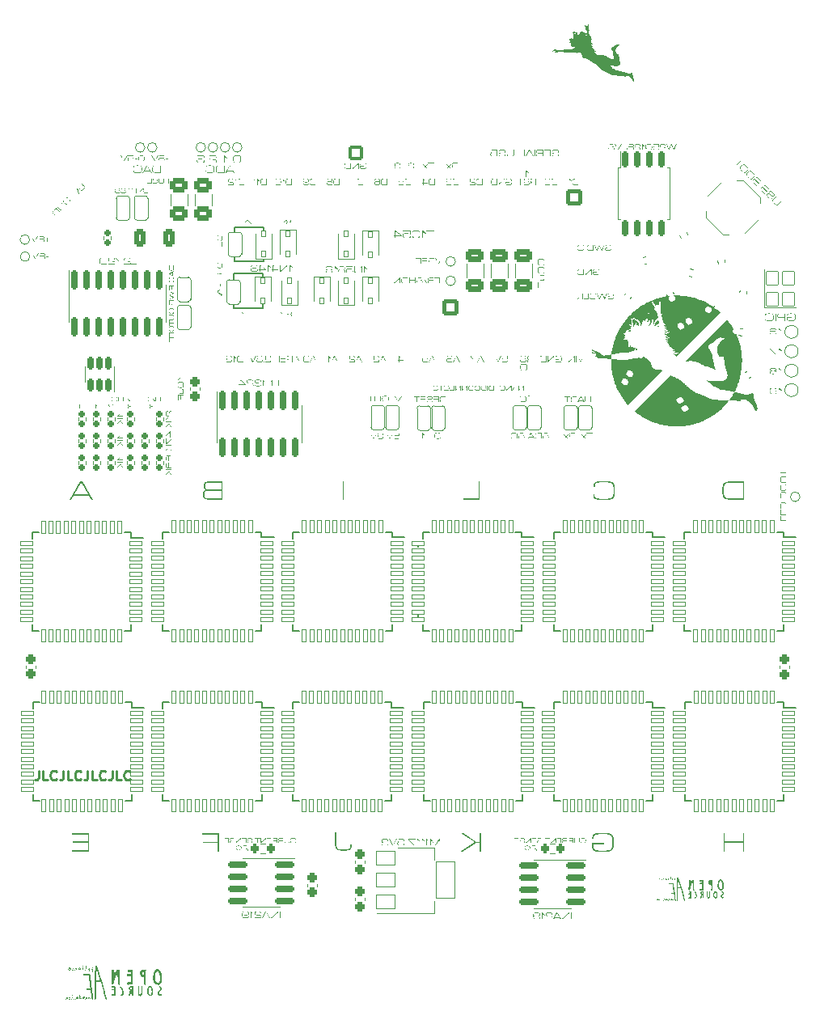
<source format=gbo>
G04 #@! TF.GenerationSoftware,KiCad,Pcbnew,(7.0.0-rc1-358-g86c12d35b4)*
G04 #@! TF.CreationDate,2023-05-17T11:55:42-07:00*
G04 #@! TF.ProjectId,Jumperless2,4a756d70-6572-46c6-9573-73322e6b6963,rev?*
G04 #@! TF.SameCoordinates,Original*
G04 #@! TF.FileFunction,Legend,Bot*
G04 #@! TF.FilePolarity,Positive*
%FSLAX46Y46*%
G04 Gerber Fmt 4.6, Leading zero omitted, Abs format (unit mm)*
G04 Created by KiCad (PCBNEW (7.0.0-rc1-358-g86c12d35b4)) date 2023-05-17 11:55:42*
%MOMM*%
%LPD*%
G01*
G04 APERTURE LIST*
G04 Aperture macros list*
%AMRoundRect*
0 Rectangle with rounded corners*
0 $1 Rounding radius*
0 $2 $3 $4 $5 $6 $7 $8 $9 X,Y pos of 4 corners*
0 Add a 4 corners polygon primitive as box body*
4,1,4,$2,$3,$4,$5,$6,$7,$8,$9,$2,$3,0*
0 Add four circle primitives for the rounded corners*
1,1,$1+$1,$2,$3*
1,1,$1+$1,$4,$5*
1,1,$1+$1,$6,$7*
1,1,$1+$1,$8,$9*
0 Add four rect primitives between the rounded corners*
20,1,$1+$1,$2,$3,$4,$5,0*
20,1,$1+$1,$4,$5,$6,$7,0*
20,1,$1+$1,$6,$7,$8,$9,0*
20,1,$1+$1,$8,$9,$2,$3,0*%
%AMHorizOval*
0 Thick line with rounded ends*
0 $1 width*
0 $2 $3 position (X,Y) of the first rounded end (center of the circle)*
0 $4 $5 position (X,Y) of the second rounded end (center of the circle)*
0 Add line between two ends*
20,1,$1,$2,$3,$4,$5,0*
0 Add two circle primitives to create the rounded ends*
1,1,$1,$2,$3*
1,1,$1,$4,$5*%
%AMFreePoly0*
4,1,27,0.526870,0.526870,0.538000,0.500000,0.538000,-0.500000,0.526870,-0.526870,0.500000,-0.538000,0.000000,-0.538000,-0.007413,-0.537270,-0.103084,-0.518240,-0.116783,-0.512566,-0.197889,-0.458373,-0.208373,-0.447889,-0.262566,-0.366783,-0.268240,-0.353084,-0.287270,-0.257413,-0.288000,-0.250000,-0.288000,0.250000,-0.287270,0.257413,-0.268240,0.353084,-0.262566,0.366783,-0.208373,0.447889,
-0.197889,0.458373,-0.116783,0.512566,-0.103084,0.518240,-0.007413,0.537270,0.000000,0.538000,0.500000,0.538000,0.526870,0.526870,0.526870,0.526870,$1*%
%AMFreePoly1*
4,1,27,0.534870,0.534870,0.546000,0.508000,0.546000,-0.508000,0.534870,-0.534870,0.508000,-0.546000,0.000000,-0.546000,-0.007414,-0.545270,-0.104616,-0.525935,-0.118314,-0.520261,-0.200717,-0.465201,-0.211201,-0.454717,-0.266261,-0.372314,-0.271935,-0.358616,-0.291270,-0.261414,-0.292000,-0.254000,-0.292000,0.254000,-0.291270,0.261414,-0.271935,0.358616,-0.266261,0.372314,-0.211201,0.454717,
-0.200717,0.465201,-0.118314,0.520261,-0.104616,0.525935,-0.007414,0.545270,0.000000,0.546000,0.508000,0.546000,0.534870,0.534870,0.534870,0.534870,$1*%
G04 Aperture macros list end*
%ADD10C,0.000000*%
%ADD11C,0.150000*%
%ADD12C,0.120000*%
%ADD13C,0.250000*%
%ADD14C,0.114000*%
%ADD15C,0.125000*%
%ADD16C,0.300000*%
%ADD17C,0.010000*%
%ADD18C,0.012700*%
%ADD19O,1.576000X1.376000*%
%ADD20RoundRect,0.198000X0.640000X-0.640000X0.640000X0.640000X-0.640000X0.640000X-0.640000X-0.640000X0*%
%ADD21O,1.676000X1.676000*%
%ADD22C,0.976000*%
%ADD23C,1.476000*%
%ADD24RoundRect,0.208000X-0.961665X0.000000X0.000000X-0.961665X0.961665X0.000000X0.000000X0.961665X0*%
%ADD25HorizOval,1.776000X0.000000X0.000000X0.000000X0.000000X0*%
%ADD26RoundRect,0.188000X0.600000X-0.600000X0.600000X0.600000X-0.600000X0.600000X-0.600000X-0.600000X0*%
%ADD27O,1.376000X2.076000*%
%ADD28O,1.776000X1.076000*%
%ADD29RoundRect,0.198000X-0.640000X0.640000X-0.640000X-0.640000X0.640000X-0.640000X0.640000X0.640000X0*%
%ADD30RoundRect,0.178000X0.058955X-0.212189X0.219557X0.017173X-0.058955X0.212189X-0.219557X-0.017173X0*%
%ADD31C,2.000000*%
%ADD32RoundRect,0.288001X0.624999X-0.462499X0.624999X0.462499X-0.624999X0.462499X-0.624999X-0.462499X0*%
%ADD33C,1.076000*%
%ADD34RoundRect,0.288000X0.650000X-0.412500X0.650000X0.412500X-0.650000X0.412500X-0.650000X-0.412500X0*%
%ADD35C,0.826000*%
%ADD36RoundRect,0.173000X0.185000X-0.135000X0.185000X0.135000X-0.185000X0.135000X-0.185000X-0.135000X0*%
%ADD37RoundRect,0.038000X0.225000X-0.300000X0.225000X0.300000X-0.225000X0.300000X-0.225000X-0.300000X0*%
%ADD38RoundRect,0.173000X-0.185000X0.135000X-0.185000X-0.135000X0.185000X-0.135000X0.185000X0.135000X0*%
%ADD39FreePoly0,90.000000*%
%ADD40FreePoly0,270.000000*%
%ADD41RoundRect,0.038000X0.600000X0.250000X-0.600000X0.250000X-0.600000X-0.250000X0.600000X-0.250000X0*%
%ADD42RoundRect,0.038000X0.250000X-0.600000X0.250000X0.600000X-0.250000X0.600000X-0.250000X-0.600000X0*%
%ADD43RoundRect,0.238000X-0.200000X-0.275000X0.200000X-0.275000X0.200000X0.275000X-0.200000X0.275000X0*%
%ADD44FreePoly1,90.000000*%
%ADD45FreePoly1,270.000000*%
%ADD46RoundRect,0.271680X0.350520X0.652320X-0.350520X0.652320X-0.350520X-0.652320X0.350520X-0.652320X0*%
%ADD47RoundRect,0.178000X0.143107X-0.167393X0.191728X0.108353X-0.143107X0.167393X-0.191728X-0.108353X0*%
%ADD48RoundRect,0.038000X0.954594X-0.247487X-0.247487X0.954594X-0.954594X0.247487X0.247487X-0.954594X0*%
%ADD49RoundRect,0.188000X0.150000X-0.512500X0.150000X0.512500X-0.150000X0.512500X-0.150000X-0.512500X0*%
%ADD50RoundRect,0.263000X-0.250000X0.225000X-0.250000X-0.225000X0.250000X-0.225000X0.250000X0.225000X0*%
%ADD51RoundRect,0.173000X-0.205632X0.100824X-0.158747X-0.165074X0.205632X-0.100824X0.158747X0.165074X0*%
%ADD52RoundRect,0.178000X-0.017173X-0.219557X0.212189X-0.058955X0.017173X0.219557X-0.212189X0.058955X0*%
%ADD53RoundRect,0.038000X-0.225000X0.300000X-0.225000X-0.300000X0.225000X-0.300000X0.225000X0.300000X0*%
%ADD54RoundRect,0.263000X0.250000X-0.225000X0.250000X0.225000X-0.250000X0.225000X-0.250000X-0.225000X0*%
%ADD55RoundRect,0.038000X0.600000X-0.700000X0.600000X0.700000X-0.600000X0.700000X-0.600000X-0.700000X0*%
%ADD56RoundRect,0.188000X-0.150000X0.825000X-0.150000X-0.825000X0.150000X-0.825000X0.150000X0.825000X0*%
%ADD57RoundRect,0.178000X0.099887X0.196272X-0.173476X0.135669X-0.099887X-0.196272X0.173476X-0.135669X0*%
%ADD58RoundRect,0.188000X-0.150000X0.650000X-0.150000X-0.650000X0.150000X-0.650000X0.150000X0.650000X0*%
%ADD59RoundRect,0.178000X0.207631X-0.073414X0.111865X0.189700X-0.207631X0.073414X-0.111865X-0.189700X0*%
%ADD60RoundRect,0.173000X-0.157992X-0.165796X0.109698X-0.201038X0.157992X0.165796X-0.109698X0.201038X0*%
%ADD61RoundRect,0.188000X0.825000X0.150000X-0.825000X0.150000X-0.825000X-0.150000X0.825000X-0.150000X0*%
%ADD62RoundRect,0.178000X-0.068155X0.209416X-0.218598X-0.026734X0.068155X-0.209416X0.218598X0.026734X0*%
%ADD63RoundRect,0.173000X0.224720X-0.044167X0.110613X0.200536X-0.224720X0.044167X-0.110613X-0.200536X0*%
%ADD64RoundRect,0.178000X-0.217224X0.036244X-0.077224X-0.206244X0.217224X-0.036244X0.077224X0.206244X0*%
%ADD65RoundRect,0.038000X-1.000000X-0.750000X1.000000X-0.750000X1.000000X0.750000X-1.000000X0.750000X0*%
%ADD66RoundRect,0.038000X-1.000000X-1.900000X1.000000X-1.900000X1.000000X1.900000X-1.000000X1.900000X0*%
%ADD67RoundRect,0.173000X-0.171841X-0.151395X0.091759X-0.209834X0.171841X0.151395X-0.091759X0.209834X0*%
%ADD68RoundRect,0.178000X-0.111865X0.189700X-0.207631X-0.073414X0.111865X-0.189700X0.207631X0.073414X0*%
%ADD69RoundRect,0.288000X-0.650000X0.412500X-0.650000X-0.412500X0.650000X-0.412500X0.650000X0.412500X0*%
%ADD70RoundRect,0.178000X0.026734X0.218598X-0.209416X0.068155X-0.026734X-0.218598X0.209416X-0.068155X0*%
G04 APERTURE END LIST*
D10*
G36*
X42419104Y-194578091D02*
G01*
X42419970Y-194578165D01*
X42420830Y-194578280D01*
X42421683Y-194578436D01*
X42422527Y-194578630D01*
X42423362Y-194578863D01*
X42424187Y-194579133D01*
X42425000Y-194579440D01*
X42425799Y-194579783D01*
X42426585Y-194580160D01*
X42427355Y-194580571D01*
X42428108Y-194581015D01*
X42428844Y-194581491D01*
X42429561Y-194581998D01*
X42430258Y-194582536D01*
X42430933Y-194583103D01*
X42431586Y-194583699D01*
X42432216Y-194584323D01*
X42432820Y-194584973D01*
X42433399Y-194585649D01*
X42433950Y-194586350D01*
X42434473Y-194587075D01*
X42434967Y-194587824D01*
X42435429Y-194588594D01*
X42435860Y-194589387D01*
X42436258Y-194590200D01*
X42436621Y-194591032D01*
X42436949Y-194591883D01*
X42437240Y-194592753D01*
X42437500Y-194593483D01*
X42437791Y-194594220D01*
X42438441Y-194595709D01*
X42439823Y-194598727D01*
X42440148Y-194599483D01*
X42440450Y-194600239D01*
X42440725Y-194600993D01*
X42440964Y-194601744D01*
X42441161Y-194602491D01*
X42441311Y-194603234D01*
X42441405Y-194603970D01*
X42441438Y-194604701D01*
X42442936Y-194623831D01*
X42443976Y-194642946D01*
X42444464Y-194662031D01*
X42444304Y-194681070D01*
X42443403Y-194700049D01*
X42442644Y-194709511D01*
X42441665Y-194718952D01*
X42440453Y-194728370D01*
X42438997Y-194737764D01*
X42437284Y-194747132D01*
X42435302Y-194756470D01*
X42434429Y-194759941D01*
X42433443Y-194763269D01*
X42432348Y-194766454D01*
X42431146Y-194769494D01*
X42429838Y-194772388D01*
X42428427Y-194775136D01*
X42426914Y-194777737D01*
X42425302Y-194780190D01*
X42423592Y-194782493D01*
X42421787Y-194784647D01*
X42419889Y-194786650D01*
X42417899Y-194788502D01*
X42415820Y-194790200D01*
X42413653Y-194791746D01*
X42411401Y-194793137D01*
X42409066Y-194794373D01*
X42406649Y-194795452D01*
X42404153Y-194796375D01*
X42401579Y-194797140D01*
X42398930Y-194797746D01*
X42396208Y-194798193D01*
X42393415Y-194798479D01*
X42390552Y-194798603D01*
X42387622Y-194798566D01*
X42384627Y-194798365D01*
X42381568Y-194798000D01*
X42378448Y-194797470D01*
X42375269Y-194796774D01*
X42372033Y-194795911D01*
X42368741Y-194794881D01*
X42365397Y-194793682D01*
X42362001Y-194792314D01*
X42357220Y-194790242D01*
X42352557Y-194788030D01*
X42348004Y-194785690D01*
X42343549Y-194783232D01*
X42339183Y-194780668D01*
X42334897Y-194778010D01*
X42330679Y-194775268D01*
X42326520Y-194772455D01*
X42318341Y-194766658D01*
X42310279Y-194760709D01*
X42294188Y-194748721D01*
X42280141Y-194736127D01*
X42278185Y-194734608D01*
X42276119Y-194733149D01*
X42273922Y-194731763D01*
X42271574Y-194730466D01*
X42269056Y-194729271D01*
X42266348Y-194728192D01*
X42264917Y-194727700D01*
X42263430Y-194727243D01*
X42261886Y-194726822D01*
X42260282Y-194726440D01*
X42257797Y-194737932D01*
X42255176Y-194749175D01*
X42252404Y-194760190D01*
X42249465Y-194771002D01*
X42246344Y-194781631D01*
X42243027Y-194792102D01*
X42239497Y-194802437D01*
X42235741Y-194812658D01*
X42234216Y-194815685D01*
X42232562Y-194818712D01*
X42230803Y-194821740D01*
X42228960Y-194824767D01*
X42225115Y-194830822D01*
X42221210Y-194836876D01*
X42221210Y-194836877D01*
X42220717Y-194837496D01*
X42220208Y-194838084D01*
X42219682Y-194838640D01*
X42219142Y-194839165D01*
X42218586Y-194839659D01*
X42218016Y-194840123D01*
X42216835Y-194840958D01*
X42215603Y-194841675D01*
X42214324Y-194842275D01*
X42213003Y-194842760D01*
X42211643Y-194843133D01*
X42210249Y-194843396D01*
X42208826Y-194843552D01*
X42207377Y-194843603D01*
X42205906Y-194843552D01*
X42204419Y-194843400D01*
X42202919Y-194843150D01*
X42201410Y-194842805D01*
X42199897Y-194842366D01*
X42199030Y-194842258D01*
X42198187Y-194842117D01*
X42197367Y-194841943D01*
X42196570Y-194841737D01*
X42195797Y-194841499D01*
X42195049Y-194841229D01*
X42194324Y-194840930D01*
X42193625Y-194840600D01*
X42192951Y-194840241D01*
X42192302Y-194839854D01*
X42191679Y-194839438D01*
X42191081Y-194838994D01*
X42190510Y-194838524D01*
X42189966Y-194838027D01*
X42189448Y-194837505D01*
X42188958Y-194836957D01*
X42188495Y-194836385D01*
X42188060Y-194835789D01*
X42187652Y-194835169D01*
X42187273Y-194834527D01*
X42186923Y-194833862D01*
X42186602Y-194833176D01*
X42186309Y-194832468D01*
X42186047Y-194831740D01*
X42185814Y-194830992D01*
X42185611Y-194830225D01*
X42185438Y-194829440D01*
X42185297Y-194828636D01*
X42185186Y-194827815D01*
X42185107Y-194826976D01*
X42185059Y-194826122D01*
X42185043Y-194825252D01*
X42184941Y-194821152D01*
X42184897Y-194817093D01*
X42184935Y-194813088D01*
X42185083Y-194809146D01*
X42185368Y-194805281D01*
X42185570Y-194803380D01*
X42185815Y-194801502D01*
X42186108Y-194799649D01*
X42186452Y-194797822D01*
X42186849Y-194796022D01*
X42187304Y-194794252D01*
X42195053Y-194752111D01*
X42199201Y-194731314D01*
X42201422Y-194721062D01*
X42203772Y-194710940D01*
X42207894Y-194689410D01*
X42209942Y-194678511D01*
X42211805Y-194667548D01*
X42213349Y-194656539D01*
X42213961Y-194651024D01*
X42214444Y-194645504D01*
X42214781Y-194639982D01*
X42214955Y-194634461D01*
X42214951Y-194628943D01*
X42214751Y-194623430D01*
X42214554Y-194621674D01*
X42214444Y-194619921D01*
X42214416Y-194618171D01*
X42214469Y-194616427D01*
X42214597Y-194614690D01*
X42214796Y-194612963D01*
X42215065Y-194611247D01*
X42215397Y-194609544D01*
X42215790Y-194607857D01*
X42216239Y-194606187D01*
X42216742Y-194604535D01*
X42217294Y-194602904D01*
X42217891Y-194601296D01*
X42218530Y-194599713D01*
X42219207Y-194598156D01*
X42219918Y-194596628D01*
X42220555Y-194595530D01*
X42221253Y-194594479D01*
X42222010Y-194593474D01*
X42222822Y-194592516D01*
X42223687Y-194591606D01*
X42224602Y-194590744D01*
X42225563Y-194589930D01*
X42226568Y-194589165D01*
X42227613Y-194588451D01*
X42228696Y-194587786D01*
X42229814Y-194587172D01*
X42230963Y-194586609D01*
X42233346Y-194585640D01*
X42235821Y-194584882D01*
X42238364Y-194584339D01*
X42240951Y-194584017D01*
X42243559Y-194583919D01*
X42246165Y-194584049D01*
X42247459Y-194584201D01*
X42248743Y-194584412D01*
X42250015Y-194584682D01*
X42251272Y-194585012D01*
X42252510Y-194585403D01*
X42253727Y-194585854D01*
X42254919Y-194586366D01*
X42256084Y-194586940D01*
X42257564Y-194587715D01*
X42258974Y-194588585D01*
X42260314Y-194589544D01*
X42261584Y-194590588D01*
X42262781Y-194591714D01*
X42263906Y-194592917D01*
X42264957Y-194594193D01*
X42265933Y-194595538D01*
X42266834Y-194596947D01*
X42267657Y-194598416D01*
X42268404Y-194599941D01*
X42269072Y-194601517D01*
X42269660Y-194603141D01*
X42270168Y-194604807D01*
X42270594Y-194606513D01*
X42270939Y-194608253D01*
X42271507Y-194610497D01*
X42272004Y-194612747D01*
X42272436Y-194615003D01*
X42272805Y-194617264D01*
X42273118Y-194619529D01*
X42273379Y-194621796D01*
X42273764Y-194626336D01*
X42273997Y-194630876D01*
X42274117Y-194635408D01*
X42274168Y-194644419D01*
X42273960Y-194646175D01*
X42273824Y-194647928D01*
X42273763Y-194649678D01*
X42273779Y-194651423D01*
X42273877Y-194653159D01*
X42274060Y-194654886D01*
X42274331Y-194656602D01*
X42274693Y-194658305D01*
X42275149Y-194659992D01*
X42275704Y-194661663D01*
X42276359Y-194663314D01*
X42277120Y-194664945D01*
X42277988Y-194666553D01*
X42278967Y-194668136D01*
X42280061Y-194669693D01*
X42281272Y-194671221D01*
X42286147Y-194676421D01*
X42291089Y-194681485D01*
X42296103Y-194686415D01*
X42301197Y-194691212D01*
X42306376Y-194695876D01*
X42311646Y-194700409D01*
X42317013Y-194704811D01*
X42322484Y-194709083D01*
X42328065Y-194713227D01*
X42333762Y-194717243D01*
X42339580Y-194721132D01*
X42345527Y-194724896D01*
X42351608Y-194728534D01*
X42357830Y-194732049D01*
X42364199Y-194735441D01*
X42370720Y-194738710D01*
X42371326Y-194738937D01*
X42371933Y-194739131D01*
X42372540Y-194739292D01*
X42373145Y-194739422D01*
X42373748Y-194739520D01*
X42374348Y-194739587D01*
X42374943Y-194739621D01*
X42375533Y-194739624D01*
X42376116Y-194739594D01*
X42376691Y-194739534D01*
X42377258Y-194739441D01*
X42377815Y-194739318D01*
X42378361Y-194739162D01*
X42378895Y-194738976D01*
X42379416Y-194738758D01*
X42379923Y-194738508D01*
X42380414Y-194738228D01*
X42380890Y-194737916D01*
X42381348Y-194737574D01*
X42381788Y-194737200D01*
X42382209Y-194736795D01*
X42382609Y-194736359D01*
X42382988Y-194735893D01*
X42383344Y-194735395D01*
X42383676Y-194734867D01*
X42383984Y-194734308D01*
X42384265Y-194733719D01*
X42384520Y-194733099D01*
X42384748Y-194732449D01*
X42384946Y-194731768D01*
X42385114Y-194731056D01*
X42385251Y-194730315D01*
X42394938Y-194642805D01*
X42399781Y-194594367D01*
X42399918Y-194593647D01*
X42400083Y-194592941D01*
X42400278Y-194592248D01*
X42400501Y-194591568D01*
X42400752Y-194590901D01*
X42401030Y-194590249D01*
X42401334Y-194589609D01*
X42401664Y-194588984D01*
X42402398Y-194587774D01*
X42403227Y-194586619D01*
X42404147Y-194585521D01*
X42405150Y-194584478D01*
X42406234Y-194583492D01*
X42407391Y-194582564D01*
X42408618Y-194581693D01*
X42409908Y-194580881D01*
X42411258Y-194580127D01*
X42412660Y-194579432D01*
X42414111Y-194578797D01*
X42415605Y-194578222D01*
X42416483Y-194578123D01*
X42417359Y-194578069D01*
X42418233Y-194578059D01*
X42419104Y-194578091D01*
G37*
G36*
X103478998Y-182041180D02*
G01*
X103479442Y-182041204D01*
X103479886Y-182041243D01*
X103480327Y-182041298D01*
X103480767Y-182041368D01*
X103481204Y-182041454D01*
X103481637Y-182041554D01*
X103482067Y-182041670D01*
X103482493Y-182041801D01*
X103482913Y-182041946D01*
X103483329Y-182042106D01*
X103483738Y-182042281D01*
X103484141Y-182042470D01*
X103484537Y-182042673D01*
X103484925Y-182042890D01*
X103485306Y-182043122D01*
X103485678Y-182043367D01*
X103486040Y-182043626D01*
X103486393Y-182043899D01*
X103486736Y-182044185D01*
X103487068Y-182044485D01*
X103487388Y-182044798D01*
X103487697Y-182045124D01*
X103487994Y-182045463D01*
X103488277Y-182045815D01*
X103488547Y-182046180D01*
X103488803Y-182046558D01*
X103489045Y-182046948D01*
X103489271Y-182047350D01*
X103489482Y-182047765D01*
X103489677Y-182048192D01*
X103489855Y-182048631D01*
X103490383Y-182049701D01*
X103490866Y-182050791D01*
X103491307Y-182051899D01*
X103491709Y-182053025D01*
X103492076Y-182054166D01*
X103492410Y-182055323D01*
X103492714Y-182056492D01*
X103492991Y-182057673D01*
X103493477Y-182060066D01*
X103493892Y-182062490D01*
X103494602Y-182067393D01*
X103495774Y-182087094D01*
X103496207Y-182096963D01*
X103496523Y-182106837D01*
X103496712Y-182116711D01*
X103496763Y-182126580D01*
X103496666Y-182136438D01*
X103496410Y-182146281D01*
X103486012Y-182270377D01*
X103485139Y-182279154D01*
X103484069Y-182287867D01*
X103482841Y-182296538D01*
X103481491Y-182305187D01*
X103475614Y-182339998D01*
X103475383Y-182341727D01*
X103475114Y-182343442D01*
X103474803Y-182345142D01*
X103474449Y-182346828D01*
X103474050Y-182348501D01*
X103473604Y-182350161D01*
X103473109Y-182351810D01*
X103472563Y-182353447D01*
X103471964Y-182355073D01*
X103471310Y-182356690D01*
X103470599Y-182358297D01*
X103469829Y-182359896D01*
X103468998Y-182361487D01*
X103468104Y-182363070D01*
X103467146Y-182364647D01*
X103466120Y-182366218D01*
X103466121Y-182366218D01*
X103464289Y-182368775D01*
X103462354Y-182371108D01*
X103460321Y-182373220D01*
X103458192Y-182375115D01*
X103455972Y-182376797D01*
X103453665Y-182378269D01*
X103451273Y-182379536D01*
X103448801Y-182380600D01*
X103446252Y-182381466D01*
X103443630Y-182382136D01*
X103440938Y-182382615D01*
X103438181Y-182382906D01*
X103435361Y-182383014D01*
X103432482Y-182382940D01*
X103429549Y-182382690D01*
X103426564Y-182382267D01*
X103423398Y-182381881D01*
X103420266Y-182381393D01*
X103417180Y-182380790D01*
X103414153Y-182380060D01*
X103411198Y-182379191D01*
X103408326Y-182378171D01*
X103406926Y-182377600D01*
X103405552Y-182376987D01*
X103404205Y-182376330D01*
X103402886Y-182375627D01*
X103401599Y-182374878D01*
X103400343Y-182374079D01*
X103399121Y-182373231D01*
X103397934Y-182372331D01*
X103396784Y-182371379D01*
X103395672Y-182370371D01*
X103394600Y-182369307D01*
X103393569Y-182368185D01*
X103392582Y-182367005D01*
X103391639Y-182365763D01*
X103390742Y-182364459D01*
X103389893Y-182363091D01*
X103389094Y-182361658D01*
X103388345Y-182360158D01*
X103387649Y-182358589D01*
X103387007Y-182356951D01*
X103385199Y-182351300D01*
X103385210Y-182350054D01*
X103385249Y-182348859D01*
X103385319Y-182347713D01*
X103385428Y-182346613D01*
X103385581Y-182345556D01*
X103385783Y-182344541D01*
X103386040Y-182343565D01*
X103386190Y-182343091D01*
X103386357Y-182342625D01*
X103386540Y-182342169D01*
X103386741Y-182341720D01*
X103386959Y-182341280D01*
X103387196Y-182340847D01*
X103387453Y-182340422D01*
X103387729Y-182340004D01*
X103388027Y-182339593D01*
X103388345Y-182339189D01*
X103388686Y-182338791D01*
X103389050Y-182338398D01*
X103389438Y-182338012D01*
X103389849Y-182337631D01*
X103390286Y-182337255D01*
X103390749Y-182336884D01*
X103391238Y-182336517D01*
X103391754Y-182336155D01*
X103392281Y-182335811D01*
X103392803Y-182335500D01*
X103393320Y-182335221D01*
X103393832Y-182334973D01*
X103394340Y-182334757D01*
X103394843Y-182334571D01*
X103395342Y-182334416D01*
X103395836Y-182334290D01*
X103396327Y-182334193D01*
X103396814Y-182334125D01*
X103397297Y-182334085D01*
X103397777Y-182334073D01*
X103398254Y-182334088D01*
X103398727Y-182334129D01*
X103399197Y-182334197D01*
X103399665Y-182334290D01*
X103400130Y-182334408D01*
X103400592Y-182334552D01*
X103401052Y-182334719D01*
X103401510Y-182334910D01*
X103401966Y-182335124D01*
X103402421Y-182335361D01*
X103402873Y-182335620D01*
X103403324Y-182335901D01*
X103404222Y-182336525D01*
X103405116Y-182337230D01*
X103406008Y-182338012D01*
X103406898Y-182338867D01*
X103407108Y-182339087D01*
X103407314Y-182339320D01*
X103407518Y-182339564D01*
X103407721Y-182339817D01*
X103408134Y-182340341D01*
X103408566Y-182340873D01*
X103408792Y-182341137D01*
X103409029Y-182341395D01*
X103409276Y-182341646D01*
X103409537Y-182341887D01*
X103409812Y-182342116D01*
X103409956Y-182342226D01*
X103410103Y-182342332D01*
X103410256Y-182342433D01*
X103410413Y-182342530D01*
X103410574Y-182342623D01*
X103410741Y-182342710D01*
X103411713Y-182343484D01*
X103412677Y-182344196D01*
X103413632Y-182344845D01*
X103414579Y-182345432D01*
X103415516Y-182345957D01*
X103416442Y-182346418D01*
X103417358Y-182346817D01*
X103418260Y-182347153D01*
X103419151Y-182347426D01*
X103420027Y-182347636D01*
X103420889Y-182347784D01*
X103421735Y-182347867D01*
X103422566Y-182347888D01*
X103423380Y-182347845D01*
X103424176Y-182347739D01*
X103424953Y-182347570D01*
X103425712Y-182347337D01*
X103426450Y-182347040D01*
X103427168Y-182346679D01*
X103427864Y-182346255D01*
X103428538Y-182345767D01*
X103429188Y-182345215D01*
X103429815Y-182344598D01*
X103430417Y-182343918D01*
X103430994Y-182343173D01*
X103431544Y-182342364D01*
X103432067Y-182341491D01*
X103432562Y-182340553D01*
X103433029Y-182339550D01*
X103433466Y-182338483D01*
X103433873Y-182337352D01*
X103434249Y-182336155D01*
X103436291Y-182326845D01*
X103437277Y-182322089D01*
X103438205Y-182317280D01*
X103439048Y-182312429D01*
X103439780Y-182307547D01*
X103440374Y-182302643D01*
X103440804Y-182297728D01*
X103446582Y-182247003D01*
X103451428Y-182196236D01*
X103455426Y-182145469D01*
X103458661Y-182094744D01*
X103459051Y-182090465D01*
X103459530Y-182086112D01*
X103460084Y-182081695D01*
X103460696Y-182077225D01*
X103463408Y-182059029D01*
X103463759Y-182057590D01*
X103464136Y-182056165D01*
X103464545Y-182054766D01*
X103464990Y-182053406D01*
X103465229Y-182052746D01*
X103465479Y-182052100D01*
X103465740Y-182051471D01*
X103466015Y-182050860D01*
X103466302Y-182050269D01*
X103466604Y-182049699D01*
X103466920Y-182049153D01*
X103467251Y-182048631D01*
X103467429Y-182048192D01*
X103467624Y-182047765D01*
X103467835Y-182047350D01*
X103468061Y-182046948D01*
X103468303Y-182046558D01*
X103468559Y-182046180D01*
X103469112Y-182045463D01*
X103469717Y-182044798D01*
X103470370Y-182044185D01*
X103471065Y-182043626D01*
X103471800Y-182043122D01*
X103472569Y-182042673D01*
X103473368Y-182042281D01*
X103474192Y-182041946D01*
X103475039Y-182041670D01*
X103475902Y-182041454D01*
X103476779Y-182041298D01*
X103477664Y-182041204D01*
X103478553Y-182041172D01*
X103478998Y-182041180D01*
G37*
G36*
X45186861Y-193469654D02*
G01*
X45221594Y-193472671D01*
X45255722Y-193475386D01*
X45289487Y-193478464D01*
X45306309Y-193480347D01*
X45323131Y-193482571D01*
X45324619Y-193498163D01*
X45325709Y-193514247D01*
X45326429Y-193530558D01*
X45326804Y-193546831D01*
X45326862Y-193562801D01*
X45326628Y-193578204D01*
X45326129Y-193592775D01*
X45325392Y-193606247D01*
X45327653Y-193978891D01*
X45327653Y-194396420D01*
X45327700Y-194403092D01*
X45327833Y-194408776D01*
X45328040Y-194413587D01*
X45328309Y-194417642D01*
X45328626Y-194421058D01*
X45328981Y-194423950D01*
X45329360Y-194426436D01*
X45329752Y-194428631D01*
X45330522Y-194432616D01*
X45330877Y-194434638D01*
X45331195Y-194436835D01*
X45331463Y-194439324D01*
X45331670Y-194442220D01*
X45331804Y-194445640D01*
X45331851Y-194449701D01*
X45331729Y-194451055D01*
X45331376Y-194452673D01*
X45330812Y-194454524D01*
X45330055Y-194456579D01*
X45329123Y-194458805D01*
X45328036Y-194461173D01*
X45326813Y-194463652D01*
X45325473Y-194466211D01*
X45324034Y-194468818D01*
X45322516Y-194471445D01*
X45319318Y-194476630D01*
X45317675Y-194479127D01*
X45316028Y-194481519D01*
X45314396Y-194483777D01*
X45312799Y-194485868D01*
X45110331Y-194485868D01*
X45010227Y-194492326D01*
X45003255Y-194492458D01*
X44996637Y-194492777D01*
X44984515Y-194493512D01*
X44979038Y-194493696D01*
X44973967Y-194493603D01*
X44971589Y-194493417D01*
X44969317Y-194493118D01*
X44967153Y-194492692D01*
X44965100Y-194492124D01*
X44963158Y-194491401D01*
X44961329Y-194490506D01*
X44959615Y-194489427D01*
X44958018Y-194488148D01*
X44956539Y-194486655D01*
X44955181Y-194484933D01*
X44953943Y-194482969D01*
X44952829Y-194480747D01*
X44951840Y-194478253D01*
X44950977Y-194475472D01*
X44950242Y-194472391D01*
X44949638Y-194468994D01*
X44949165Y-194465267D01*
X44948824Y-194461196D01*
X44948619Y-194456765D01*
X44948550Y-194451962D01*
X44948841Y-194439284D01*
X44949660Y-194423010D01*
X44950934Y-194404542D01*
X44952587Y-194385280D01*
X44954542Y-194366623D01*
X44956724Y-194349971D01*
X44957877Y-194342835D01*
X44959057Y-194336725D01*
X44960257Y-194331817D01*
X44961467Y-194328285D01*
X44964793Y-194327180D01*
X44968325Y-194326163D01*
X44972019Y-194325232D01*
X44975831Y-194324385D01*
X44979717Y-194323619D01*
X44983632Y-194322933D01*
X44991377Y-194321787D01*
X44998712Y-194320928D01*
X45005287Y-194320338D01*
X45010749Y-194319998D01*
X45014747Y-194319889D01*
X45189445Y-194319889D01*
X45189445Y-193889767D01*
X45082883Y-193889767D01*
X45076154Y-193890684D01*
X45063568Y-193891896D01*
X45028633Y-193894691D01*
X44993697Y-193897123D01*
X44974383Y-193898162D01*
X44974383Y-193897517D01*
X44972034Y-193897419D01*
X44969773Y-193897132D01*
X44967596Y-193896665D01*
X44965504Y-193896026D01*
X44963497Y-193895227D01*
X44961572Y-193894275D01*
X44959730Y-193893180D01*
X44957970Y-193891952D01*
X44956290Y-193890599D01*
X44954691Y-193889130D01*
X44953171Y-193887557D01*
X44951729Y-193885886D01*
X44950365Y-193884128D01*
X44949079Y-193882293D01*
X44946733Y-193878424D01*
X44944687Y-193874356D01*
X44942933Y-193870160D01*
X44941466Y-193865913D01*
X44940280Y-193861688D01*
X44939368Y-193857560D01*
X44938724Y-193853602D01*
X44938342Y-193849890D01*
X44938216Y-193846496D01*
X44938329Y-193827119D01*
X44938818Y-193810390D01*
X44939907Y-193796114D01*
X44941819Y-193784093D01*
X44943154Y-193778867D01*
X44944780Y-193774130D01*
X44946723Y-193769860D01*
X44949013Y-193766030D01*
X44951676Y-193762616D01*
X44954742Y-193759594D01*
X44958238Y-193756939D01*
X44962193Y-193754627D01*
X44966633Y-193752632D01*
X44971588Y-193750931D01*
X44977086Y-193749498D01*
X44983153Y-193748310D01*
X44997112Y-193746567D01*
X45013688Y-193745505D01*
X45033105Y-193744927D01*
X45055589Y-193744637D01*
X45110653Y-193744132D01*
X45122255Y-193744301D01*
X45133115Y-193744637D01*
X45143280Y-193744881D01*
X45148115Y-193744889D01*
X45152793Y-193744778D01*
X45157320Y-193744515D01*
X45161701Y-193744069D01*
X45165942Y-193743407D01*
X45170049Y-193742497D01*
X45174027Y-193741308D01*
X45175970Y-193740598D01*
X45177882Y-193739806D01*
X45179765Y-193738928D01*
X45181620Y-193737959D01*
X45183447Y-193736897D01*
X45185246Y-193735736D01*
X45185427Y-193722799D01*
X45185902Y-193708526D01*
X45187345Y-193679347D01*
X45188788Y-193654952D01*
X45189444Y-193642091D01*
X45189413Y-193634366D01*
X45189286Y-193627840D01*
X45189012Y-193622414D01*
X45188541Y-193617993D01*
X45188216Y-193616129D01*
X45187822Y-193614481D01*
X45187354Y-193613035D01*
X45186805Y-193611780D01*
X45186168Y-193610703D01*
X45185438Y-193609794D01*
X45184608Y-193609039D01*
X45183672Y-193608427D01*
X45182623Y-193607945D01*
X45181456Y-193607582D01*
X45180163Y-193607325D01*
X45178738Y-193607163D01*
X45175469Y-193607073D01*
X45171598Y-193607216D01*
X45161847Y-193607814D01*
X45155866Y-193608076D01*
X45149080Y-193608185D01*
X45004091Y-193616581D01*
X45001856Y-193616439D01*
X44999196Y-193616035D01*
X44996185Y-193615403D01*
X44992900Y-193614577D01*
X44989414Y-193613591D01*
X44985802Y-193612477D01*
X44978500Y-193610001D01*
X44971591Y-193607420D01*
X44965674Y-193605001D01*
X44963274Y-193603937D01*
X44961346Y-193603014D01*
X44959965Y-193602266D01*
X44959206Y-193601727D01*
X44959364Y-193590958D01*
X44960109Y-193573214D01*
X44961845Y-193551089D01*
X44963212Y-193539193D01*
X44964978Y-193527174D01*
X44967194Y-193515355D01*
X44969912Y-193504060D01*
X44973181Y-193493615D01*
X44975038Y-193488812D01*
X44977052Y-193484342D01*
X44979229Y-193480246D01*
X44981576Y-193476565D01*
X44984098Y-193473340D01*
X44986803Y-193470610D01*
X44989696Y-193468416D01*
X44992784Y-193466799D01*
X44996073Y-193465799D01*
X44999570Y-193465456D01*
X45186861Y-193469654D01*
G37*
G36*
X103364897Y-182664539D02*
G01*
X103419613Y-182665072D01*
X103463902Y-182665987D01*
X103497766Y-182667304D01*
X103710018Y-182667304D01*
X103712887Y-182667365D01*
X103715730Y-182667548D01*
X103718546Y-182667854D01*
X103721338Y-182668282D01*
X103724104Y-182668834D01*
X103726845Y-182669509D01*
X103729562Y-182670308D01*
X103732255Y-182671232D01*
X103734924Y-182672279D01*
X103737569Y-182673452D01*
X103740191Y-182674749D01*
X103742790Y-182676173D01*
X103745367Y-182677722D01*
X103747922Y-182679397D01*
X103750455Y-182681199D01*
X103752966Y-182683127D01*
X103755411Y-182685145D01*
X103757744Y-182687217D01*
X103759967Y-182689341D01*
X103762078Y-182691519D01*
X103764078Y-182693749D01*
X103765966Y-182696032D01*
X103767744Y-182698369D01*
X103769410Y-182700758D01*
X103770965Y-182703200D01*
X103772409Y-182705696D01*
X103773741Y-182708244D01*
X103774962Y-182710845D01*
X103776072Y-182713499D01*
X103777071Y-182716207D01*
X103777958Y-182718967D01*
X103778734Y-182721780D01*
X103778734Y-182736020D01*
X103873445Y-183427478D01*
X103876189Y-183439504D01*
X103878658Y-183451170D01*
X103880852Y-183462476D01*
X103882769Y-183473421D01*
X103884412Y-183484006D01*
X103885779Y-183494231D01*
X103886870Y-183504095D01*
X103887686Y-183513600D01*
X103919943Y-183743529D01*
X103947897Y-183951186D01*
X103971572Y-184136592D01*
X103990987Y-184299768D01*
X103991378Y-184305690D01*
X103992039Y-184312769D01*
X103992965Y-184320998D01*
X103994151Y-184330369D01*
X103995591Y-184340873D01*
X103997281Y-184352503D01*
X104001385Y-184379109D01*
X104003193Y-184379109D01*
X104004807Y-184390732D01*
X104006273Y-184401911D01*
X104007611Y-184412707D01*
X104008844Y-184423187D01*
X104011557Y-184438444D01*
X104014269Y-184454380D01*
X104012235Y-184454380D01*
X104013252Y-184465032D01*
X104014269Y-184475176D01*
X104014269Y-184480827D01*
X104014214Y-184483306D01*
X104014047Y-184485743D01*
X104013768Y-184488136D01*
X104013379Y-184490486D01*
X104012878Y-184492793D01*
X104012266Y-184495055D01*
X104011543Y-184497273D01*
X104010709Y-184499447D01*
X104009763Y-184501575D01*
X104008706Y-184503658D01*
X104007538Y-184505695D01*
X104006259Y-184507687D01*
X104004868Y-184509632D01*
X104003366Y-184511530D01*
X104001753Y-184513381D01*
X104000028Y-184515185D01*
X103998225Y-184516909D01*
X103996373Y-184518523D01*
X103994475Y-184520024D01*
X103992530Y-184521415D01*
X103990539Y-184522695D01*
X103988502Y-184523863D01*
X103986419Y-184524920D01*
X103984290Y-184525865D01*
X103982117Y-184526700D01*
X103979899Y-184527423D01*
X103977636Y-184528035D01*
X103975330Y-184528535D01*
X103972980Y-184528925D01*
X103970586Y-184529203D01*
X103968150Y-184529370D01*
X103965670Y-184529425D01*
X103960019Y-184529425D01*
X103957161Y-184529364D01*
X103954350Y-184529181D01*
X103951586Y-184528876D01*
X103948869Y-184528447D01*
X103946198Y-184527895D01*
X103943573Y-184527220D01*
X103940994Y-184526421D01*
X103938461Y-184525498D01*
X103935972Y-184524450D01*
X103933528Y-184523278D01*
X103931128Y-184521980D01*
X103928773Y-184520557D01*
X103926461Y-184519008D01*
X103924192Y-184517333D01*
X103921967Y-184515531D01*
X103919784Y-184513603D01*
X103917668Y-184511621D01*
X103915641Y-184509578D01*
X103913705Y-184507472D01*
X103911858Y-184505306D01*
X103910102Y-184503081D01*
X103908436Y-184500796D01*
X103906860Y-184498455D01*
X103905374Y-184496056D01*
X103903978Y-184493602D01*
X103902672Y-184491093D01*
X103901456Y-184488531D01*
X103900330Y-184485916D01*
X103899294Y-184483250D01*
X103898349Y-184480532D01*
X103897493Y-184477765D01*
X103896728Y-184474950D01*
X103896728Y-184469299D01*
X103890964Y-184425277D01*
X103884522Y-184378883D01*
X103886556Y-184378883D01*
X103879096Y-184336839D01*
X103847451Y-184098592D01*
X103830272Y-183960934D01*
X103815806Y-183831865D01*
X103731390Y-183829530D01*
X103661618Y-183828276D01*
X103606552Y-183828082D01*
X103566257Y-183828926D01*
X103563383Y-183828855D01*
X103560524Y-183828639D01*
X103557679Y-183828280D01*
X103554849Y-183827775D01*
X103552032Y-183827124D01*
X103549227Y-183826328D01*
X103546434Y-183825384D01*
X103543653Y-183824292D01*
X103540882Y-183823053D01*
X103538121Y-183821664D01*
X103535369Y-183820125D01*
X103532626Y-183818436D01*
X103529891Y-183816597D01*
X103527163Y-183814605D01*
X103524442Y-183812461D01*
X103521727Y-183810165D01*
X103519128Y-183807818D01*
X103516673Y-183805439D01*
X103514360Y-183803027D01*
X103512191Y-183800583D01*
X103510164Y-183798105D01*
X103508281Y-183795594D01*
X103506541Y-183793050D01*
X103504943Y-183790471D01*
X103503489Y-183787858D01*
X103502178Y-183785210D01*
X103501010Y-183782527D01*
X103499985Y-183779808D01*
X103499103Y-183777054D01*
X103498364Y-183774264D01*
X103497768Y-183771437D01*
X103497315Y-183768573D01*
X103497315Y-183759984D01*
X103497365Y-183757142D01*
X103497516Y-183754379D01*
X103497768Y-183751695D01*
X103498120Y-183749092D01*
X103498573Y-183746567D01*
X103499127Y-183744122D01*
X103499781Y-183741757D01*
X103500536Y-183739471D01*
X103501391Y-183737264D01*
X103502348Y-183735137D01*
X103503405Y-183733089D01*
X103504562Y-183731121D01*
X103505820Y-183729233D01*
X103507179Y-183727423D01*
X103508639Y-183725694D01*
X103510199Y-183724043D01*
X103511849Y-183722483D01*
X103513579Y-183721024D01*
X103515388Y-183719665D01*
X103517277Y-183718407D01*
X103519245Y-183717249D01*
X103521293Y-183716192D01*
X103523420Y-183715236D01*
X103525626Y-183714380D01*
X103527912Y-183713625D01*
X103530278Y-183712971D01*
X103532723Y-183712417D01*
X103535247Y-183711964D01*
X103537851Y-183711612D01*
X103540534Y-183711360D01*
X103543297Y-183711209D01*
X103546139Y-183711159D01*
X103551861Y-183710514D01*
X103559024Y-183709937D01*
X103567627Y-183709435D01*
X103577672Y-183709012D01*
X103589158Y-183708674D01*
X103602084Y-183708426D01*
X103616452Y-183708273D01*
X103632261Y-183708221D01*
X103655617Y-183708595D01*
X103691116Y-183709690D01*
X103738779Y-183711463D01*
X103798627Y-183713872D01*
X103769919Y-183512922D01*
X103769853Y-183510917D01*
X103769654Y-183508461D01*
X103768856Y-183502199D01*
X103767523Y-183494136D01*
X103765653Y-183484271D01*
X103763242Y-183472605D01*
X103760288Y-183459138D01*
X103756788Y-183443870D01*
X103752740Y-183426800D01*
X103727092Y-183241592D01*
X103704707Y-183073188D01*
X103685543Y-182921610D01*
X103669558Y-182786880D01*
X103617381Y-182786707D01*
X103572727Y-182786173D01*
X103535576Y-182785259D01*
X103505904Y-182783941D01*
X103472588Y-182782719D01*
X103429926Y-182781794D01*
X103377898Y-182781207D01*
X103316482Y-182781003D01*
X103313543Y-182781003D01*
X103310680Y-182780931D01*
X103307853Y-182780716D01*
X103305063Y-182780356D01*
X103302309Y-182779851D01*
X103299590Y-182779201D01*
X103296907Y-182778404D01*
X103294259Y-182777460D01*
X103291646Y-182776369D01*
X103289067Y-182775129D01*
X103286523Y-182773740D01*
X103284012Y-182772202D01*
X103281534Y-182770513D01*
X103279090Y-182768673D01*
X103276678Y-182766682D01*
X103274299Y-182764538D01*
X103271952Y-182762241D01*
X103269682Y-182759905D01*
X103267534Y-182757558D01*
X103265509Y-182755200D01*
X103263607Y-182752832D01*
X103261827Y-182750454D01*
X103260171Y-182748064D01*
X103258639Y-182745664D01*
X103257232Y-182743254D01*
X103255948Y-182740833D01*
X103254790Y-182738401D01*
X103253756Y-182735959D01*
X103252848Y-182733506D01*
X103252066Y-182731042D01*
X103251410Y-182728568D01*
X103250881Y-182726084D01*
X103250478Y-182723588D01*
X103250478Y-182714999D01*
X103250528Y-182712519D01*
X103250679Y-182710083D01*
X103250931Y-182707689D01*
X103251283Y-182705339D01*
X103251736Y-182703033D01*
X103252290Y-182700770D01*
X103252944Y-182698552D01*
X103253699Y-182696379D01*
X103254555Y-182694250D01*
X103255511Y-182692167D01*
X103256568Y-182690130D01*
X103257726Y-182688139D01*
X103258984Y-182686194D01*
X103260343Y-182684296D01*
X103261803Y-182682444D01*
X103263363Y-182680641D01*
X103263814Y-182681545D01*
X103265464Y-182679807D01*
X103267194Y-182678155D01*
X103269003Y-182676589D01*
X103270892Y-182675110D01*
X103272860Y-182673718D01*
X103274908Y-182672414D01*
X103277035Y-182671199D01*
X103279241Y-182670073D01*
X103281527Y-182669038D01*
X103283893Y-182668093D01*
X103286338Y-182667239D01*
X103288862Y-182666478D01*
X103291466Y-182665809D01*
X103294150Y-182665234D01*
X103296912Y-182664752D01*
X103299755Y-182664366D01*
X103364897Y-182664539D01*
G37*
G36*
X108382501Y-183930870D02*
G01*
X108382501Y-183968167D01*
X108382081Y-183980861D01*
X108380754Y-183997329D01*
X108378417Y-184016937D01*
X108374968Y-184039052D01*
X108370304Y-184063040D01*
X108364323Y-184088266D01*
X108356923Y-184114098D01*
X108348002Y-184139901D01*
X108337457Y-184165043D01*
X108331543Y-184177167D01*
X108325185Y-184188888D01*
X108318370Y-184200126D01*
X108311086Y-184210803D01*
X108303318Y-184220839D01*
X108295055Y-184230155D01*
X108286284Y-184238672D01*
X108276992Y-184246310D01*
X108267166Y-184252990D01*
X108256793Y-184258634D01*
X108245861Y-184263161D01*
X108234357Y-184266493D01*
X108222267Y-184268550D01*
X108209580Y-184269253D01*
X108209580Y-184269705D01*
X108190345Y-184269132D01*
X108172041Y-184267441D01*
X108154647Y-184264679D01*
X108138143Y-184260892D01*
X108122506Y-184256127D01*
X108107717Y-184250428D01*
X108093754Y-184243841D01*
X108080596Y-184236414D01*
X108068222Y-184228191D01*
X108056611Y-184219219D01*
X108045742Y-184209543D01*
X108035594Y-184199210D01*
X108026147Y-184188265D01*
X108017378Y-184176755D01*
X108009267Y-184164725D01*
X108001793Y-184152221D01*
X107994934Y-184139289D01*
X107988671Y-184125976D01*
X107977845Y-184098387D01*
X107969145Y-184069822D01*
X107962405Y-184040649D01*
X107957455Y-184011234D01*
X107954128Y-183981946D01*
X107952255Y-183953152D01*
X107951668Y-183925220D01*
X107951909Y-183911431D01*
X108046831Y-183911431D01*
X108047118Y-183936095D01*
X108048283Y-183960958D01*
X108049335Y-183973480D01*
X108050776Y-183986071D01*
X108052664Y-183998736D01*
X108055053Y-184011482D01*
X108058002Y-184024316D01*
X108061566Y-184037243D01*
X108065802Y-184050271D01*
X108070767Y-184063404D01*
X108076517Y-184076650D01*
X108083109Y-184090016D01*
X108090600Y-184103506D01*
X108099046Y-184117128D01*
X108102671Y-184122491D01*
X108106734Y-184127869D01*
X108111194Y-184133211D01*
X108116006Y-184138467D01*
X108121129Y-184143589D01*
X108126518Y-184148525D01*
X108132131Y-184153227D01*
X108137925Y-184157646D01*
X108143857Y-184161730D01*
X108149883Y-184165431D01*
X108155961Y-184168698D01*
X108162048Y-184171483D01*
X108168100Y-184173736D01*
X108171100Y-184174647D01*
X108174075Y-184175407D01*
X108177020Y-184176008D01*
X108179929Y-184176445D01*
X108182798Y-184176712D01*
X108185620Y-184176802D01*
X108194558Y-184176139D01*
X108202946Y-184174204D01*
X108210802Y-184171080D01*
X108218144Y-184166847D01*
X108224988Y-184161588D01*
X108231353Y-184155385D01*
X108237255Y-184148320D01*
X108242713Y-184140474D01*
X108247743Y-184131929D01*
X108252363Y-184122767D01*
X108256590Y-184113071D01*
X108260442Y-184102922D01*
X108267091Y-184081591D01*
X108272448Y-184059431D01*
X108276652Y-184037096D01*
X108279844Y-184015241D01*
X108282162Y-183994521D01*
X108283746Y-183975591D01*
X108285270Y-183945721D01*
X108285530Y-183930870D01*
X108285007Y-183918149D01*
X108283444Y-183901136D01*
X108280850Y-183880539D01*
X108277233Y-183857061D01*
X108272604Y-183831409D01*
X108266970Y-183804287D01*
X108260341Y-183776401D01*
X108252726Y-183748456D01*
X108244133Y-183721157D01*
X108234571Y-183695210D01*
X108224050Y-183671320D01*
X108218433Y-183660367D01*
X108212579Y-183650192D01*
X108206489Y-183640884D01*
X108200165Y-183632531D01*
X108193608Y-183625222D01*
X108186819Y-183619043D01*
X108179799Y-183614084D01*
X108172550Y-183610433D01*
X108165071Y-183608178D01*
X108157365Y-183607407D01*
X108155120Y-183607518D01*
X108152878Y-183607844D01*
X108150641Y-183608374D01*
X108148413Y-183609097D01*
X108146194Y-183610000D01*
X108143987Y-183611072D01*
X108141794Y-183612302D01*
X108139617Y-183613679D01*
X108137458Y-183615191D01*
X108135320Y-183616827D01*
X108131113Y-183620423D01*
X108127012Y-183624378D01*
X108123035Y-183628598D01*
X108119198Y-183632993D01*
X108115519Y-183637472D01*
X108108699Y-183646314D01*
X108102711Y-183654393D01*
X108097690Y-183660978D01*
X108097464Y-183660978D01*
X108093918Y-183665720D01*
X108090526Y-183670980D01*
X108084191Y-183682930D01*
X108078438Y-183696572D01*
X108073246Y-183711650D01*
X108068593Y-183727908D01*
X108064457Y-183745090D01*
X108060818Y-183762941D01*
X108057653Y-183781203D01*
X108054940Y-183799622D01*
X108052660Y-183817942D01*
X108049307Y-183853257D01*
X108047421Y-183885103D01*
X108046831Y-183911431D01*
X107951909Y-183911431D01*
X107952323Y-183887689D01*
X107954405Y-183850065D01*
X107956037Y-183831235D01*
X107958093Y-183812404D01*
X107960594Y-183793577D01*
X107963563Y-183774761D01*
X107967023Y-183755965D01*
X107970994Y-183737193D01*
X107975500Y-183718454D01*
X107980562Y-183699755D01*
X107986204Y-183681102D01*
X107992446Y-183662502D01*
X107999311Y-183643962D01*
X108006822Y-183625490D01*
X108010909Y-183617136D01*
X108015837Y-183608354D01*
X108021540Y-183599278D01*
X108027953Y-183590040D01*
X108035012Y-183580775D01*
X108042650Y-183571615D01*
X108050802Y-183562694D01*
X108059405Y-183554146D01*
X108068391Y-183546104D01*
X108077696Y-183538701D01*
X108087254Y-183532070D01*
X108092108Y-183529087D01*
X108097001Y-183526346D01*
X108101925Y-183523866D01*
X108106872Y-183521662D01*
X108111833Y-183519752D01*
X108116800Y-183518151D01*
X108121765Y-183516877D01*
X108126721Y-183515947D01*
X108131658Y-183515376D01*
X108136569Y-183515182D01*
X108148588Y-183515575D01*
X108160317Y-183516737D01*
X108171753Y-183518640D01*
X108182894Y-183521260D01*
X108193739Y-183524570D01*
X108204286Y-183528543D01*
X108214533Y-183533154D01*
X108224478Y-183538376D01*
X108234118Y-183544183D01*
X108243453Y-183550549D01*
X108252480Y-183557448D01*
X108261198Y-183564853D01*
X108269604Y-183572739D01*
X108277696Y-183581078D01*
X108292933Y-183599015D01*
X108306892Y-183618453D01*
X108319560Y-183639184D01*
X108330921Y-183660998D01*
X108340959Y-183683685D01*
X108349660Y-183707035D01*
X108357007Y-183730839D01*
X108362987Y-183754888D01*
X108367582Y-183778971D01*
X108369067Y-183790293D01*
X108371153Y-183803596D01*
X108376144Y-183832204D01*
X108380583Y-183856913D01*
X108381981Y-183865342D01*
X108382501Y-183869840D01*
X108382501Y-183930870D01*
G37*
G36*
X99664035Y-123612281D02*
G01*
X99666426Y-123612807D01*
X99668630Y-123613593D01*
X99670658Y-123614639D01*
X99672518Y-123615943D01*
X99674221Y-123617504D01*
X99674593Y-123617867D01*
X99675008Y-123618233D01*
X99675461Y-123618599D01*
X99675949Y-123618963D01*
X99676466Y-123619324D01*
X99677008Y-123619677D01*
X99677571Y-123620021D01*
X99678150Y-123620352D01*
X99678742Y-123620670D01*
X99679340Y-123620971D01*
X99679942Y-123621252D01*
X99680543Y-123621511D01*
X99681138Y-123621745D01*
X99681723Y-123621953D01*
X99682293Y-123622131D01*
X99682844Y-123622277D01*
X99683378Y-123622420D01*
X99683897Y-123622586D01*
X99684398Y-123622772D01*
X99684878Y-123622977D01*
X99685336Y-123623198D01*
X99685768Y-123623435D01*
X99686172Y-123623684D01*
X99686544Y-123623945D01*
X99686883Y-123624214D01*
X99687185Y-123624490D01*
X99687448Y-123624771D01*
X99687670Y-123625056D01*
X99687846Y-123625341D01*
X99687917Y-123625484D01*
X99687976Y-123625626D01*
X99688022Y-123625768D01*
X99688056Y-123625908D01*
X99688076Y-123626048D01*
X99688083Y-123626186D01*
X99688090Y-123626327D01*
X99688112Y-123626479D01*
X99688147Y-123626641D01*
X99688196Y-123626813D01*
X99688334Y-123627182D01*
X99688522Y-123627583D01*
X99688757Y-123628012D01*
X99689036Y-123628465D01*
X99689357Y-123628940D01*
X99689716Y-123629431D01*
X99690112Y-123629935D01*
X99690540Y-123630448D01*
X99690998Y-123630968D01*
X99691484Y-123631488D01*
X99691994Y-123632007D01*
X99692526Y-123632520D01*
X99693076Y-123633024D01*
X99693642Y-123633514D01*
X99694383Y-123634163D01*
X99695073Y-123634819D01*
X99695714Y-123635488D01*
X99696308Y-123636173D01*
X99696858Y-123636879D01*
X99697365Y-123637610D01*
X99697831Y-123638370D01*
X99698259Y-123639164D01*
X99698651Y-123639995D01*
X99699009Y-123640867D01*
X99699334Y-123641785D01*
X99699630Y-123642753D01*
X99699897Y-123643775D01*
X99700139Y-123644856D01*
X99700358Y-123645998D01*
X99700554Y-123647208D01*
X99700701Y-123648115D01*
X99700857Y-123648975D01*
X99701020Y-123649783D01*
X99701190Y-123650536D01*
X99701365Y-123651231D01*
X99701544Y-123651865D01*
X99701725Y-123652433D01*
X99701908Y-123652932D01*
X99702090Y-123653359D01*
X99702272Y-123653710D01*
X99702450Y-123653982D01*
X99702625Y-123654171D01*
X99702711Y-123654233D01*
X99702795Y-123654274D01*
X99702878Y-123654292D01*
X99702958Y-123654287D01*
X99703037Y-123654259D01*
X99703114Y-123654207D01*
X99703189Y-123654131D01*
X99703261Y-123654030D01*
X99703358Y-123653879D01*
X99703458Y-123653738D01*
X99703563Y-123653607D01*
X99703671Y-123653486D01*
X99703783Y-123653374D01*
X99703900Y-123653272D01*
X99704021Y-123653180D01*
X99704148Y-123653097D01*
X99704280Y-123653024D01*
X99704418Y-123652961D01*
X99704562Y-123652908D01*
X99704712Y-123652865D01*
X99704868Y-123652831D01*
X99705031Y-123652807D01*
X99705202Y-123652793D01*
X99705380Y-123652788D01*
X99705566Y-123652794D01*
X99705759Y-123652809D01*
X99705961Y-123652834D01*
X99706172Y-123652868D01*
X99706391Y-123652913D01*
X99706619Y-123652967D01*
X99706857Y-123653031D01*
X99707105Y-123653105D01*
X99707363Y-123653189D01*
X99707631Y-123653282D01*
X99707909Y-123653385D01*
X99708199Y-123653498D01*
X99708812Y-123653754D01*
X99709472Y-123654049D01*
X99714326Y-123656261D01*
X99710726Y-123659861D01*
X99710360Y-123660242D01*
X99710004Y-123660653D01*
X99709659Y-123661088D01*
X99709329Y-123661544D01*
X99709015Y-123662018D01*
X99708718Y-123662504D01*
X99708440Y-123663001D01*
X99708184Y-123663503D01*
X99707952Y-123664006D01*
X99707744Y-123664508D01*
X99707563Y-123665003D01*
X99707411Y-123665489D01*
X99707289Y-123665960D01*
X99707200Y-123666414D01*
X99707145Y-123666847D01*
X99707127Y-123667254D01*
X99707112Y-123667646D01*
X99707069Y-123668027D01*
X99706998Y-123668394D01*
X99706902Y-123668745D01*
X99706782Y-123669078D01*
X99706638Y-123669392D01*
X99706474Y-123669685D01*
X99706290Y-123669955D01*
X99706087Y-123670200D01*
X99705979Y-123670312D01*
X99705867Y-123670418D01*
X99705752Y-123670516D01*
X99705632Y-123670607D01*
X99705509Y-123670691D01*
X99705383Y-123670767D01*
X99705253Y-123670834D01*
X99705121Y-123670894D01*
X99704986Y-123670944D01*
X99704848Y-123670987D01*
X99704708Y-123671020D01*
X99704565Y-123671044D01*
X99704421Y-123671058D01*
X99704274Y-123671063D01*
X99703670Y-123671069D01*
X99703145Y-123671091D01*
X99702911Y-123671112D01*
X99702697Y-123671139D01*
X99702502Y-123671174D01*
X99702327Y-123671219D01*
X99702171Y-123671274D01*
X99702033Y-123671340D01*
X99701915Y-123671418D01*
X99701816Y-123671510D01*
X99701735Y-123671615D01*
X99701673Y-123671736D01*
X99701629Y-123671873D01*
X99701604Y-123672027D01*
X99701597Y-123672200D01*
X99701609Y-123672391D01*
X99701639Y-123672603D01*
X99701687Y-123672835D01*
X99701752Y-123673090D01*
X99701836Y-123673368D01*
X99701937Y-123673670D01*
X99702056Y-123673998D01*
X99702347Y-123674732D01*
X99702708Y-123675578D01*
X99703137Y-123676545D01*
X99703634Y-123677641D01*
X99703898Y-123678202D01*
X99704160Y-123678728D01*
X99704420Y-123679218D01*
X99704677Y-123679672D01*
X99704931Y-123680090D01*
X99705182Y-123680472D01*
X99705428Y-123680817D01*
X99705670Y-123681127D01*
X99705907Y-123681401D01*
X99706139Y-123681638D01*
X99706366Y-123681840D01*
X99706586Y-123682006D01*
X99706799Y-123682135D01*
X99707006Y-123682228D01*
X99707205Y-123682286D01*
X99707397Y-123682307D01*
X99707580Y-123682292D01*
X99707754Y-123682241D01*
X99707919Y-123682154D01*
X99708075Y-123682030D01*
X99708221Y-123681871D01*
X99708356Y-123681675D01*
X99708481Y-123681444D01*
X99708594Y-123681176D01*
X99708695Y-123680872D01*
X99708785Y-123680532D01*
X99708861Y-123680155D01*
X99708925Y-123679743D01*
X99708975Y-123679294D01*
X99709012Y-123678809D01*
X99709034Y-123678288D01*
X99709042Y-123677730D01*
X99709056Y-123677123D01*
X99709100Y-123676559D01*
X99709170Y-123676037D01*
X99709265Y-123675558D01*
X99709384Y-123675122D01*
X99709525Y-123674727D01*
X99709686Y-123674374D01*
X99709867Y-123674063D01*
X99710064Y-123673794D01*
X99710277Y-123673565D01*
X99710504Y-123673378D01*
X99710744Y-123673232D01*
X99710995Y-123673126D01*
X99711254Y-123673061D01*
X99711522Y-123673036D01*
X99711795Y-123673051D01*
X99712073Y-123673106D01*
X99712353Y-123673200D01*
X99712635Y-123673335D01*
X99712917Y-123673508D01*
X99713196Y-123673720D01*
X99713472Y-123673971D01*
X99713743Y-123674261D01*
X99714007Y-123674589D01*
X99714263Y-123674956D01*
X99714508Y-123675360D01*
X99714742Y-123675802D01*
X99714963Y-123676282D01*
X99715169Y-123676800D01*
X99715359Y-123677354D01*
X99715531Y-123677945D01*
X99715683Y-123678574D01*
X99715841Y-123679189D01*
X99716060Y-123679873D01*
X99716336Y-123680618D01*
X99716666Y-123681417D01*
X99717046Y-123682263D01*
X99717471Y-123683149D01*
X99717937Y-123684067D01*
X99718442Y-123685011D01*
X99718979Y-123685973D01*
X99719547Y-123686946D01*
X99720140Y-123687923D01*
X99720755Y-123688897D01*
X99721388Y-123689860D01*
X99722034Y-123690805D01*
X99722690Y-123691726D01*
X99723352Y-123692614D01*
X99729790Y-123701046D01*
X99734650Y-123700114D01*
X99735180Y-123700024D01*
X99735680Y-123699959D01*
X99736149Y-123699918D01*
X99736588Y-123699901D01*
X99736996Y-123699907D01*
X99737372Y-123699935D01*
X99737718Y-123699984D01*
X99738033Y-123700053D01*
X99738316Y-123700141D01*
X99738567Y-123700247D01*
X99738786Y-123700371D01*
X99738973Y-123700510D01*
X99739128Y-123700666D01*
X99739251Y-123700836D01*
X99739341Y-123701019D01*
X99739398Y-123701216D01*
X99739422Y-123701424D01*
X99739413Y-123701643D01*
X99739370Y-123701872D01*
X99739295Y-123702110D01*
X99739185Y-123702356D01*
X99739041Y-123702610D01*
X99738863Y-123702870D01*
X99738651Y-123703135D01*
X99738405Y-123703405D01*
X99738123Y-123703679D01*
X99737807Y-123703955D01*
X99737456Y-123704233D01*
X99737070Y-123704512D01*
X99736648Y-123704790D01*
X99736191Y-123705068D01*
X99735698Y-123705344D01*
X99735197Y-123705632D01*
X99734732Y-123705939D01*
X99734301Y-123706263D01*
X99733906Y-123706603D01*
X99733546Y-123706957D01*
X99733220Y-123707322D01*
X99732929Y-123707697D01*
X99732672Y-123708081D01*
X99732449Y-123708470D01*
X99732261Y-123708864D01*
X99732106Y-123709261D01*
X99731986Y-123709658D01*
X99731899Y-123710054D01*
X99731845Y-123710447D01*
X99731825Y-123710834D01*
X99731838Y-123711216D01*
X99731885Y-123711588D01*
X99731964Y-123711950D01*
X99732076Y-123712299D01*
X99732221Y-123712634D01*
X99732398Y-123712953D01*
X99732608Y-123713254D01*
X99732850Y-123713536D01*
X99733124Y-123713795D01*
X99733430Y-123714031D01*
X99733768Y-123714242D01*
X99734137Y-123714425D01*
X99734538Y-123714579D01*
X99734970Y-123714702D01*
X99735434Y-123714792D01*
X99735929Y-123714848D01*
X99736454Y-123714867D01*
X99736923Y-123714852D01*
X99737391Y-123714809D01*
X99737854Y-123714738D01*
X99738309Y-123714642D01*
X99738753Y-123714522D01*
X99739184Y-123714379D01*
X99739598Y-123714215D01*
X99739993Y-123714030D01*
X99740366Y-123713828D01*
X99740714Y-123713608D01*
X99741034Y-123713373D01*
X99741322Y-123713123D01*
X99741577Y-123712862D01*
X99741795Y-123712588D01*
X99741974Y-123712306D01*
X99742047Y-123712161D01*
X99742110Y-123712015D01*
X99742170Y-123711868D01*
X99742237Y-123711724D01*
X99742310Y-123711581D01*
X99742389Y-123711441D01*
X99742474Y-123711303D01*
X99742564Y-123711168D01*
X99742659Y-123711035D01*
X99742760Y-123710906D01*
X99742974Y-123710657D01*
X99743205Y-123710422D01*
X99743451Y-123710202D01*
X99743709Y-123709999D01*
X99743979Y-123709815D01*
X99744257Y-123709651D01*
X99744543Y-123709508D01*
X99744687Y-123709445D01*
X99744833Y-123709387D01*
X99744979Y-123709336D01*
X99745126Y-123709291D01*
X99745273Y-123709253D01*
X99745420Y-123709221D01*
X99745567Y-123709196D01*
X99745713Y-123709177D01*
X99745859Y-123709166D01*
X99746004Y-123709163D01*
X99748797Y-123709163D01*
X99747720Y-123715827D01*
X99746643Y-123722492D01*
X99750468Y-123722492D01*
X99750868Y-123722506D01*
X99751280Y-123722547D01*
X99751702Y-123722615D01*
X99752129Y-123722707D01*
X99752559Y-123722822D01*
X99752989Y-123722959D01*
X99753415Y-123723116D01*
X99753835Y-123723292D01*
X99754245Y-123723487D01*
X99754641Y-123723697D01*
X99755022Y-123723923D01*
X99755383Y-123724162D01*
X99755721Y-123724413D01*
X99756034Y-123724676D01*
X99756318Y-123724948D01*
X99756571Y-123725228D01*
X99756815Y-123725503D01*
X99757077Y-123725761D01*
X99757355Y-123726001D01*
X99757647Y-123726222D01*
X99757948Y-123726422D01*
X99758258Y-123726602D01*
X99758574Y-123726759D01*
X99758894Y-123726894D01*
X99759214Y-123727005D01*
X99759533Y-123727091D01*
X99759848Y-123727151D01*
X99760157Y-123727184D01*
X99760309Y-123727191D01*
X99760458Y-123727190D01*
X99760604Y-123727182D01*
X99760747Y-123727167D01*
X99760887Y-123727145D01*
X99761023Y-123727115D01*
X99761155Y-123727078D01*
X99761282Y-123727033D01*
X99761572Y-123726951D01*
X99761875Y-123726923D01*
X99762192Y-123726946D01*
X99762519Y-123727018D01*
X99762857Y-123727136D01*
X99763202Y-123727300D01*
X99763554Y-123727505D01*
X99763911Y-123727750D01*
X99764272Y-123728033D01*
X99764634Y-123728352D01*
X99764998Y-123728703D01*
X99765360Y-123729086D01*
X99765719Y-123729497D01*
X99766074Y-123729934D01*
X99766424Y-123730396D01*
X99766766Y-123730880D01*
X99767099Y-123731383D01*
X99767422Y-123731904D01*
X99767733Y-123732440D01*
X99768031Y-123732988D01*
X99768314Y-123733548D01*
X99768580Y-123734115D01*
X99768828Y-123734689D01*
X99769057Y-123735267D01*
X99769265Y-123735846D01*
X99769449Y-123736425D01*
X99769610Y-123737001D01*
X99769745Y-123737571D01*
X99769853Y-123738134D01*
X99769931Y-123738688D01*
X99769980Y-123739230D01*
X99769996Y-123739757D01*
X99770006Y-123740288D01*
X99770037Y-123740768D01*
X99770089Y-123741199D01*
X99770123Y-123741397D01*
X99770163Y-123741582D01*
X99770208Y-123741755D01*
X99770260Y-123741917D01*
X99770317Y-123742066D01*
X99770380Y-123742204D01*
X99770449Y-123742331D01*
X99770525Y-123742446D01*
X99770607Y-123742549D01*
X99770695Y-123742642D01*
X99770790Y-123742723D01*
X99770891Y-123742793D01*
X99770999Y-123742852D01*
X99771114Y-123742901D01*
X99771236Y-123742938D01*
X99771364Y-123742965D01*
X99771500Y-123742981D01*
X99771643Y-123742987D01*
X99771793Y-123742983D01*
X99771950Y-123742968D01*
X99772115Y-123742943D01*
X99772288Y-123742907D01*
X99772468Y-123742862D01*
X99772656Y-123742807D01*
X99773055Y-123742668D01*
X99773254Y-123742604D01*
X99773464Y-123742560D01*
X99773684Y-123742536D01*
X99773914Y-123742532D01*
X99774156Y-123742547D01*
X99774408Y-123742583D01*
X99774671Y-123742639D01*
X99774944Y-123742716D01*
X99775229Y-123742812D01*
X99775525Y-123742929D01*
X99775832Y-123743066D01*
X99776150Y-123743223D01*
X99776480Y-123743401D01*
X99776820Y-123743599D01*
X99777536Y-123744057D01*
X99778297Y-123744598D01*
X99779105Y-123745222D01*
X99779960Y-123745929D01*
X99780862Y-123746720D01*
X99781813Y-123747596D01*
X99782812Y-123748556D01*
X99783860Y-123749601D01*
X99784958Y-123750732D01*
X99786707Y-123752533D01*
X99788367Y-123754189D01*
X99789945Y-123755704D01*
X99791447Y-123757083D01*
X99792880Y-123758329D01*
X99794248Y-123759445D01*
X99795558Y-123760437D01*
X99796816Y-123761307D01*
X99798028Y-123762061D01*
X99799199Y-123762701D01*
X99800337Y-123763232D01*
X99801447Y-123763657D01*
X99802534Y-123763982D01*
X99803606Y-123764208D01*
X99804667Y-123764341D01*
X99805724Y-123764385D01*
X99805914Y-123764391D01*
X99806114Y-123764410D01*
X99806540Y-123764484D01*
X99806998Y-123764604D01*
X99807482Y-123764768D01*
X99807990Y-123764973D01*
X99808516Y-123765217D01*
X99809057Y-123765497D01*
X99809609Y-123765811D01*
X99810167Y-123766156D01*
X99810727Y-123766531D01*
X99811285Y-123766931D01*
X99811836Y-123767356D01*
X99812377Y-123767802D01*
X99812903Y-123768267D01*
X99813410Y-123768749D01*
X99813894Y-123769245D01*
X99814469Y-123769837D01*
X99815037Y-123770381D01*
X99815598Y-123770878D01*
X99816153Y-123771328D01*
X99816702Y-123771732D01*
X99817246Y-123772088D01*
X99817784Y-123772397D01*
X99818318Y-123772660D01*
X99818847Y-123772877D01*
X99819371Y-123773047D01*
X99819892Y-123773171D01*
X99820409Y-123773249D01*
X99820923Y-123773281D01*
X99821434Y-123773268D01*
X99821942Y-123773209D01*
X99822448Y-123773104D01*
X99822921Y-123773013D01*
X99823431Y-123772967D01*
X99823976Y-123772965D01*
X99824554Y-123773007D01*
X99825160Y-123773091D01*
X99825793Y-123773217D01*
X99826449Y-123773384D01*
X99827126Y-123773590D01*
X99827820Y-123773836D01*
X99828529Y-123774118D01*
X99829250Y-123774438D01*
X99829980Y-123774794D01*
X99830716Y-123775184D01*
X99831456Y-123775609D01*
X99832196Y-123776067D01*
X99832934Y-123776556D01*
X99833777Y-123777121D01*
X99834578Y-123777630D01*
X99835338Y-123778084D01*
X99836059Y-123778484D01*
X99836743Y-123778830D01*
X99837392Y-123779122D01*
X99838007Y-123779361D01*
X99838591Y-123779547D01*
X99839144Y-123779681D01*
X99839670Y-123779764D01*
X99840168Y-123779796D01*
X99840643Y-123779777D01*
X99841094Y-123779708D01*
X99841524Y-123779589D01*
X99841935Y-123779421D01*
X99842329Y-123779205D01*
X99842819Y-123778929D01*
X99843326Y-123778697D01*
X99843847Y-123778509D01*
X99844379Y-123778362D01*
X99844922Y-123778257D01*
X99845472Y-123778191D01*
X99846028Y-123778164D01*
X99846587Y-123778175D01*
X99847148Y-123778222D01*
X99847709Y-123778304D01*
X99848267Y-123778420D01*
X99848820Y-123778569D01*
X99849367Y-123778750D01*
X99849905Y-123778961D01*
X99850432Y-123779202D01*
X99850947Y-123779472D01*
X99851446Y-123779768D01*
X99851929Y-123780091D01*
X99852393Y-123780438D01*
X99852836Y-123780810D01*
X99853255Y-123781203D01*
X99853650Y-123781619D01*
X99854017Y-123782054D01*
X99854355Y-123782509D01*
X99854662Y-123782982D01*
X99854935Y-123783472D01*
X99855173Y-123783978D01*
X99855374Y-123784498D01*
X99855535Y-123785032D01*
X99855654Y-123785578D01*
X99855730Y-123786135D01*
X99855760Y-123786702D01*
X99855781Y-123787260D01*
X99855829Y-123787840D01*
X99855903Y-123788438D01*
X99856003Y-123789048D01*
X99856126Y-123789666D01*
X99856270Y-123790287D01*
X99856436Y-123790908D01*
X99856620Y-123791523D01*
X99856822Y-123792127D01*
X99857041Y-123792717D01*
X99857274Y-123793287D01*
X99857521Y-123793833D01*
X99857779Y-123794350D01*
X99858048Y-123794834D01*
X99858327Y-123795280D01*
X99858612Y-123795684D01*
X99859228Y-123796522D01*
X99859762Y-123797302D01*
X99860216Y-123798026D01*
X99860590Y-123798693D01*
X99860883Y-123799304D01*
X99860999Y-123799589D01*
X99861095Y-123799860D01*
X99861171Y-123800117D01*
X99861227Y-123800360D01*
X99861263Y-123800590D01*
X99861278Y-123800806D01*
X99861274Y-123801009D01*
X99861249Y-123801198D01*
X99861205Y-123801374D01*
X99861140Y-123801536D01*
X99861055Y-123801685D01*
X99860950Y-123801821D01*
X99860824Y-123801944D01*
X99860679Y-123802053D01*
X99860514Y-123802150D01*
X99860328Y-123802233D01*
X99860122Y-123802303D01*
X99859896Y-123802361D01*
X99859650Y-123802405D01*
X99859384Y-123802437D01*
X99858792Y-123802462D01*
X99856172Y-123802462D01*
X99855881Y-123827699D01*
X99855711Y-123838474D01*
X99855467Y-123849158D01*
X99855183Y-123858516D01*
X99854891Y-123865314D01*
X99854786Y-123867842D01*
X99854750Y-123870278D01*
X99854781Y-123872564D01*
X99854876Y-123874641D01*
X99855031Y-123876450D01*
X99855243Y-123877932D01*
X99855369Y-123878532D01*
X99855508Y-123879028D01*
X99855659Y-123879413D01*
X99855823Y-123879680D01*
X99855906Y-123879798D01*
X99855980Y-123879941D01*
X99856045Y-123880106D01*
X99856101Y-123880294D01*
X99856187Y-123880735D01*
X99856239Y-123881258D01*
X99856258Y-123881858D01*
X99856243Y-123882529D01*
X99856196Y-123883266D01*
X99856118Y-123884064D01*
X99856008Y-123884917D01*
X99855868Y-123885820D01*
X99855699Y-123886768D01*
X99855500Y-123887755D01*
X99855272Y-123888776D01*
X99855017Y-123889826D01*
X99854735Y-123890899D01*
X99854426Y-123891991D01*
X99853676Y-123894691D01*
X99853369Y-123895927D01*
X99853107Y-123897092D01*
X99852889Y-123898193D01*
X99852715Y-123899233D01*
X99852585Y-123900218D01*
X99852498Y-123901153D01*
X99852454Y-123902043D01*
X99852452Y-123902892D01*
X99852493Y-123903707D01*
X99852576Y-123904491D01*
X99852700Y-123905249D01*
X99852866Y-123905987D01*
X99853073Y-123906710D01*
X99853320Y-123907422D01*
X99853507Y-123907951D01*
X99853676Y-123908488D01*
X99853825Y-123909030D01*
X99853955Y-123909573D01*
X99854065Y-123910112D01*
X99854155Y-123910644D01*
X99854224Y-123911165D01*
X99854273Y-123911672D01*
X99854301Y-123912160D01*
X99854307Y-123912626D01*
X99854291Y-123913065D01*
X99854253Y-123913475D01*
X99854193Y-123913851D01*
X99854109Y-123914190D01*
X99854003Y-123914487D01*
X99853873Y-123914739D01*
X99853808Y-123914870D01*
X99853754Y-123915035D01*
X99853679Y-123915461D01*
X99853647Y-123916008D01*
X99853656Y-123916669D01*
X99853706Y-123917434D01*
X99853794Y-123918297D01*
X99853919Y-123919249D01*
X99854080Y-123920281D01*
X99854276Y-123921387D01*
X99854505Y-123922558D01*
X99854765Y-123923785D01*
X99855056Y-123925061D01*
X99855375Y-123926378D01*
X99855722Y-123927728D01*
X99856095Y-123929102D01*
X99856492Y-123930493D01*
X99857409Y-123933736D01*
X99858130Y-123936546D01*
X99858654Y-123938931D01*
X99858843Y-123939966D01*
X99858984Y-123940898D01*
X99859075Y-123941727D01*
X99859118Y-123942455D01*
X99859112Y-123943082D01*
X99859058Y-123943609D01*
X99858955Y-123944038D01*
X99858803Y-123944368D01*
X99858603Y-123944602D01*
X99858355Y-123944740D01*
X99858227Y-123944790D01*
X99858107Y-123944854D01*
X99857993Y-123944932D01*
X99857885Y-123945024D01*
X99857785Y-123945129D01*
X99857692Y-123945248D01*
X99857605Y-123945380D01*
X99857525Y-123945525D01*
X99857452Y-123945684D01*
X99857385Y-123945857D01*
X99857326Y-123946043D01*
X99857273Y-123946242D01*
X99857227Y-123946454D01*
X99857187Y-123946680D01*
X99857155Y-123946919D01*
X99857129Y-123947171D01*
X99857110Y-123947436D01*
X99857097Y-123947715D01*
X99857092Y-123948006D01*
X99857093Y-123948311D01*
X99857115Y-123948959D01*
X99857164Y-123949659D01*
X99857240Y-123950410D01*
X99857342Y-123951213D01*
X99857472Y-123952066D01*
X99857627Y-123952971D01*
X99857886Y-123954575D01*
X99858093Y-123956253D01*
X99858247Y-123957954D01*
X99858344Y-123959628D01*
X99858383Y-123961226D01*
X99858360Y-123962699D01*
X99858325Y-123963372D01*
X99858274Y-123963995D01*
X99858206Y-123964562D01*
X99858122Y-123965066D01*
X99858042Y-123965551D01*
X99857988Y-123966066D01*
X99857958Y-123966605D01*
X99857952Y-123967163D01*
X99857969Y-123967738D01*
X99858008Y-123968323D01*
X99858069Y-123968915D01*
X99858151Y-123969509D01*
X99858253Y-123970100D01*
X99858373Y-123970684D01*
X99858513Y-123971256D01*
X99858670Y-123971812D01*
X99858844Y-123972348D01*
X99859034Y-123972858D01*
X99859240Y-123973339D01*
X99859461Y-123973786D01*
X99861673Y-123977936D01*
X99858547Y-123982706D01*
X99858231Y-123983222D01*
X99857929Y-123983786D01*
X99857642Y-123984392D01*
X99857371Y-123985034D01*
X99857118Y-123985706D01*
X99856884Y-123986404D01*
X99856670Y-123987121D01*
X99856479Y-123987852D01*
X99856310Y-123988591D01*
X99856166Y-123989332D01*
X99856048Y-123990071D01*
X99855958Y-123990802D01*
X99855897Y-123991519D01*
X99855865Y-123992216D01*
X99855865Y-123992888D01*
X99855899Y-123993530D01*
X99855939Y-123994170D01*
X99855963Y-123994837D01*
X99855964Y-123996233D01*
X99855907Y-123997675D01*
X99855795Y-123999120D01*
X99855632Y-124000524D01*
X99855423Y-124001844D01*
X99855302Y-124002459D01*
X99855171Y-124003037D01*
X99855030Y-124003572D01*
X99854880Y-124004059D01*
X99854724Y-124004561D01*
X99854596Y-124005059D01*
X99854494Y-124005552D01*
X99854419Y-124006039D01*
X99854370Y-124006516D01*
X99854347Y-124006983D01*
X99854350Y-124007437D01*
X99854378Y-124007877D01*
X99854432Y-124008300D01*
X99854510Y-124008704D01*
X99854613Y-124009088D01*
X99854741Y-124009449D01*
X99854893Y-124009786D01*
X99855069Y-124010097D01*
X99855268Y-124010379D01*
X99855491Y-124010631D01*
X99855757Y-124010904D01*
X99856003Y-124011172D01*
X99856231Y-124011436D01*
X99856439Y-124011694D01*
X99856629Y-124011947D01*
X99856800Y-124012195D01*
X99856952Y-124012436D01*
X99857085Y-124012672D01*
X99857200Y-124012901D01*
X99857295Y-124013123D01*
X99857373Y-124013338D01*
X99857431Y-124013547D01*
X99857471Y-124013747D01*
X99857492Y-124013940D01*
X99857495Y-124014125D01*
X99857479Y-124014301D01*
X99857445Y-124014469D01*
X99857392Y-124014628D01*
X99857321Y-124014778D01*
X99857231Y-124014918D01*
X99857123Y-124015049D01*
X99856997Y-124015170D01*
X99856852Y-124015280D01*
X99856690Y-124015380D01*
X99856509Y-124015470D01*
X99856309Y-124015548D01*
X99856092Y-124015615D01*
X99855857Y-124015670D01*
X99855603Y-124015714D01*
X99855332Y-124015745D01*
X99855042Y-124015764D01*
X99854735Y-124015771D01*
X99854450Y-124015782D01*
X99854179Y-124015815D01*
X99853922Y-124015869D01*
X99853681Y-124015943D01*
X99853454Y-124016036D01*
X99853242Y-124016148D01*
X99853045Y-124016277D01*
X99852863Y-124016422D01*
X99852697Y-124016583D01*
X99852546Y-124016759D01*
X99852412Y-124016948D01*
X99852293Y-124017150D01*
X99852190Y-124017365D01*
X99852103Y-124017590D01*
X99852033Y-124017826D01*
X99851980Y-124018071D01*
X99851943Y-124018324D01*
X99851923Y-124018585D01*
X99851920Y-124018853D01*
X99851935Y-124019126D01*
X99851967Y-124019405D01*
X99852016Y-124019687D01*
X99852083Y-124019972D01*
X99852168Y-124020260D01*
X99852271Y-124020549D01*
X99852393Y-124020838D01*
X99852532Y-124021127D01*
X99852690Y-124021414D01*
X99852867Y-124021699D01*
X99853063Y-124021981D01*
X99853278Y-124022259D01*
X99853512Y-124022531D01*
X99853593Y-124022643D01*
X99853666Y-124022788D01*
X99853731Y-124022963D01*
X99853790Y-124023169D01*
X99853883Y-124023669D01*
X99853948Y-124024281D01*
X99853984Y-124024996D01*
X99853991Y-124025808D01*
X99853971Y-124026710D01*
X99853923Y-124027694D01*
X99853848Y-124028753D01*
X99853747Y-124029881D01*
X99853620Y-124031069D01*
X99853467Y-124032311D01*
X99853289Y-124033599D01*
X99853087Y-124034927D01*
X99852860Y-124036287D01*
X99852610Y-124037671D01*
X99852081Y-124040595D01*
X99851552Y-124043795D01*
X99851037Y-124047169D01*
X99850550Y-124050612D01*
X99850104Y-124054021D01*
X99849715Y-124057291D01*
X99849396Y-124060319D01*
X99849161Y-124063001D01*
X99848830Y-124066008D01*
X99848267Y-124069454D01*
X99847501Y-124073259D01*
X99846556Y-124077342D01*
X99844236Y-124086025D01*
X99841518Y-124094862D01*
X99838613Y-124103211D01*
X99837156Y-124107002D01*
X99835730Y-124110431D01*
X99834363Y-124113418D01*
X99833080Y-124115882D01*
X99831908Y-124117743D01*
X99830872Y-124118922D01*
X99830490Y-124119262D01*
X99830118Y-124119628D01*
X99829760Y-124120014D01*
X99829416Y-124120419D01*
X99829089Y-124120838D01*
X99828781Y-124121268D01*
X99828493Y-124121706D01*
X99828227Y-124122148D01*
X99827986Y-124122592D01*
X99827771Y-124123034D01*
X99827584Y-124123471D01*
X99827426Y-124123898D01*
X99827300Y-124124314D01*
X99827208Y-124124714D01*
X99827152Y-124125096D01*
X99827132Y-124125456D01*
X99827040Y-124126638D01*
X99826777Y-124128024D01*
X99826363Y-124129575D01*
X99825816Y-124131252D01*
X99825157Y-124133018D01*
X99824406Y-124134832D01*
X99823582Y-124136658D01*
X99822704Y-124138455D01*
X99821792Y-124140185D01*
X99820867Y-124141810D01*
X99819946Y-124143291D01*
X99819051Y-124144590D01*
X99818200Y-124145667D01*
X99817413Y-124146484D01*
X99817050Y-124146783D01*
X99816710Y-124147003D01*
X99816396Y-124147138D01*
X99816111Y-124147184D01*
X99815937Y-124147188D01*
X99815772Y-124147200D01*
X99815615Y-124147220D01*
X99815466Y-124147248D01*
X99815326Y-124147284D01*
X99815193Y-124147328D01*
X99815068Y-124147381D01*
X99814952Y-124147442D01*
X99814843Y-124147512D01*
X99814743Y-124147590D01*
X99814650Y-124147677D01*
X99814565Y-124147772D01*
X99814489Y-124147877D01*
X99814420Y-124147990D01*
X99814359Y-124148112D01*
X99814306Y-124148243D01*
X99814261Y-124148384D01*
X99814223Y-124148533D01*
X99814194Y-124148692D01*
X99814172Y-124148860D01*
X99814158Y-124149038D01*
X99814152Y-124149225D01*
X99814153Y-124149422D01*
X99814162Y-124149628D01*
X99814179Y-124149844D01*
X99814204Y-124150070D01*
X99814236Y-124150306D01*
X99814275Y-124150552D01*
X99814323Y-124150808D01*
X99814377Y-124151074D01*
X99814440Y-124151351D01*
X99814510Y-124151638D01*
X99814614Y-124152127D01*
X99814688Y-124152635D01*
X99814732Y-124153156D01*
X99814747Y-124153688D01*
X99814734Y-124154227D01*
X99814692Y-124154771D01*
X99814623Y-124155315D01*
X99814528Y-124155858D01*
X99814406Y-124156395D01*
X99814259Y-124156924D01*
X99814088Y-124157440D01*
X99813892Y-124157942D01*
X99813672Y-124158425D01*
X99813430Y-124158886D01*
X99813166Y-124159323D01*
X99812879Y-124159731D01*
X99812593Y-124160151D01*
X99812301Y-124160652D01*
X99812006Y-124161229D01*
X99811710Y-124161874D01*
X99811415Y-124162582D01*
X99811124Y-124163344D01*
X99810838Y-124164156D01*
X99810559Y-124165010D01*
X99810290Y-124165900D01*
X99810033Y-124166819D01*
X99809789Y-124167761D01*
X99809560Y-124168719D01*
X99809350Y-124169687D01*
X99809159Y-124170657D01*
X99808990Y-124171624D01*
X99808845Y-124172581D01*
X99807565Y-124181789D01*
X99800691Y-124180508D01*
X99799982Y-124180365D01*
X99799278Y-124180197D01*
X99798583Y-124180008D01*
X99797901Y-124179800D01*
X99797236Y-124179574D01*
X99796592Y-124179332D01*
X99795975Y-124179077D01*
X99795387Y-124178812D01*
X99794834Y-124178537D01*
X99794320Y-124178255D01*
X99793849Y-124177969D01*
X99793425Y-124177679D01*
X99793053Y-124177390D01*
X99792737Y-124177102D01*
X99792482Y-124176817D01*
X99792291Y-124176539D01*
X99792209Y-124176400D01*
X99792120Y-124176264D01*
X99792026Y-124176130D01*
X99791927Y-124175997D01*
X99791712Y-124175740D01*
X99791479Y-124175494D01*
X99791229Y-124175260D01*
X99790965Y-124175039D01*
X99790689Y-124174833D01*
X99790402Y-124174643D01*
X99790107Y-124174471D01*
X99789807Y-124174317D01*
X99789503Y-124174183D01*
X99789198Y-124174071D01*
X99788894Y-124173981D01*
X99788743Y-124173945D01*
X99788592Y-124173916D01*
X99788443Y-124173892D01*
X99788296Y-124173875D01*
X99788150Y-124173865D01*
X99788007Y-124173861D01*
X99787853Y-124173856D01*
X99787702Y-124173840D01*
X99787555Y-124173813D01*
X99787412Y-124173776D01*
X99787272Y-124173729D01*
X99787135Y-124173671D01*
X99787003Y-124173604D01*
X99786875Y-124173527D01*
X99786750Y-124173440D01*
X99786630Y-124173344D01*
X99786514Y-124173239D01*
X99786403Y-124173125D01*
X99786296Y-124173002D01*
X99786193Y-124172871D01*
X99786095Y-124172730D01*
X99786002Y-124172582D01*
X99785914Y-124172425D01*
X99785830Y-124172261D01*
X99785752Y-124172088D01*
X99785679Y-124171908D01*
X99785611Y-124171721D01*
X99785549Y-124171526D01*
X99785492Y-124171324D01*
X99785440Y-124171115D01*
X99785394Y-124170899D01*
X99785354Y-124170677D01*
X99785320Y-124170448D01*
X99785292Y-124170213D01*
X99785270Y-124169972D01*
X99785254Y-124169724D01*
X99785245Y-124169472D01*
X99785241Y-124169213D01*
X99785231Y-124168733D01*
X99785202Y-124168254D01*
X99785154Y-124167780D01*
X99785089Y-124167313D01*
X99785007Y-124166857D01*
X99784910Y-124166414D01*
X99784798Y-124165988D01*
X99784674Y-124165582D01*
X99784537Y-124165197D01*
X99784389Y-124164838D01*
X99784230Y-124164508D01*
X99784063Y-124164209D01*
X99783887Y-124163944D01*
X99783704Y-124163716D01*
X99783515Y-124163528D01*
X99783321Y-124163384D01*
X99783224Y-124163319D01*
X99783132Y-124163243D01*
X99783044Y-124163156D01*
X99782960Y-124163060D01*
X99782880Y-124162954D01*
X99782804Y-124162839D01*
X99782733Y-124162716D01*
X99782665Y-124162583D01*
X99782603Y-124162443D01*
X99782544Y-124162295D01*
X99782491Y-124162140D01*
X99782441Y-124161977D01*
X99782357Y-124161633D01*
X99782291Y-124161265D01*
X99782245Y-124160876D01*
X99782219Y-124160469D01*
X99782213Y-124160048D01*
X99782228Y-124159614D01*
X99782264Y-124159171D01*
X99782322Y-124158722D01*
X99782403Y-124158269D01*
X99782506Y-124157816D01*
X99782632Y-124157272D01*
X99782725Y-124156755D01*
X99782786Y-124156267D01*
X99782815Y-124155805D01*
X99782811Y-124155370D01*
X99782775Y-124154962D01*
X99782706Y-124154580D01*
X99782659Y-124154399D01*
X99782605Y-124154224D01*
X99782542Y-124154056D01*
X99782470Y-124153894D01*
X99782391Y-124153739D01*
X99782304Y-124153590D01*
X99782208Y-124153447D01*
X99782104Y-124153310D01*
X99781992Y-124153180D01*
X99781872Y-124153056D01*
X99781744Y-124152938D01*
X99781607Y-124152826D01*
X99781462Y-124152720D01*
X99781309Y-124152620D01*
X99780978Y-124152439D01*
X99780614Y-124152281D01*
X99780460Y-124152216D01*
X99780307Y-124152143D01*
X99780157Y-124152061D01*
X99780009Y-124151970D01*
X99779864Y-124151872D01*
X99779722Y-124151766D01*
X99779582Y-124151653D01*
X99779446Y-124151532D01*
X99779313Y-124151405D01*
X99779184Y-124151271D01*
X99779058Y-124151132D01*
X99778937Y-124150986D01*
X99778819Y-124150835D01*
X99778706Y-124150679D01*
X99778597Y-124150518D01*
X99778493Y-124150352D01*
X99778394Y-124150182D01*
X99778300Y-124150008D01*
X99778211Y-124149830D01*
X99778128Y-124149649D01*
X99778050Y-124149465D01*
X99777978Y-124149278D01*
X99777912Y-124149089D01*
X99777852Y-124148897D01*
X99777798Y-124148704D01*
X99777751Y-124148510D01*
X99777711Y-124148314D01*
X99777677Y-124148117D01*
X99777651Y-124147920D01*
X99777632Y-124147722D01*
X99777620Y-124147524D01*
X99777616Y-124147327D01*
X99777599Y-124146906D01*
X99777548Y-124146491D01*
X99777464Y-124146082D01*
X99777349Y-124145680D01*
X99777204Y-124145286D01*
X99777030Y-124144901D01*
X99776830Y-124144526D01*
X99776604Y-124144162D01*
X99776353Y-124143809D01*
X99776080Y-124143469D01*
X99775785Y-124143142D01*
X99775470Y-124142828D01*
X99775137Y-124142530D01*
X99774786Y-124142247D01*
X99774419Y-124141982D01*
X99774037Y-124141733D01*
X99773642Y-124141503D01*
X99773235Y-124141292D01*
X99772818Y-124141101D01*
X99772392Y-124140931D01*
X99771958Y-124140782D01*
X99771518Y-124140656D01*
X99771073Y-124140554D01*
X99770624Y-124140475D01*
X99770173Y-124140422D01*
X99769721Y-124140395D01*
X99769270Y-124140395D01*
X99768821Y-124140422D01*
X99768375Y-124140478D01*
X99767934Y-124140563D01*
X99767499Y-124140679D01*
X99767072Y-124140825D01*
X99766125Y-124141243D01*
X99765134Y-124141776D01*
X99764114Y-124142410D01*
X99763078Y-124143131D01*
X99762042Y-124143924D01*
X99761020Y-124144774D01*
X99760027Y-124145667D01*
X99759076Y-124146589D01*
X99758183Y-124147524D01*
X99757362Y-124148458D01*
X99756628Y-124149377D01*
X99755995Y-124150265D01*
X99755477Y-124151110D01*
X99755089Y-124151895D01*
X99754948Y-124152260D01*
X99754845Y-124152606D01*
X99754782Y-124152929D01*
X99754761Y-124153229D01*
X99754750Y-124153521D01*
X99754716Y-124153826D01*
X99754662Y-124154144D01*
X99754587Y-124154470D01*
X99754494Y-124154803D01*
X99754383Y-124155140D01*
X99754256Y-124155479D01*
X99754113Y-124155817D01*
X99753956Y-124156151D01*
X99753786Y-124156480D01*
X99753604Y-124156800D01*
X99753410Y-124157110D01*
X99753207Y-124157406D01*
X99752995Y-124157686D01*
X99752775Y-124157948D01*
X99752549Y-124158189D01*
X99750337Y-124160401D01*
X99753815Y-124171885D01*
X99757292Y-124183369D01*
X99753884Y-124187135D01*
X99750477Y-124190901D01*
X99752805Y-124196550D01*
X99755133Y-124202199D01*
X99752805Y-124209254D01*
X99752558Y-124210066D01*
X99752331Y-124210952D01*
X99752124Y-124211906D01*
X99751937Y-124212921D01*
X99751772Y-124213990D01*
X99751628Y-124215107D01*
X99751507Y-124216265D01*
X99751408Y-124217458D01*
X99751332Y-124218679D01*
X99751281Y-124219921D01*
X99751253Y-124221179D01*
X99751250Y-124222444D01*
X99751272Y-124223712D01*
X99751320Y-124224974D01*
X99751394Y-124226226D01*
X99751495Y-124227459D01*
X99751665Y-124229719D01*
X99751759Y-124231866D01*
X99751781Y-124233852D01*
X99751733Y-124235625D01*
X99751617Y-124237137D01*
X99751534Y-124237779D01*
X99751435Y-124238338D01*
X99751321Y-124238805D01*
X99751190Y-124239176D01*
X99751045Y-124239445D01*
X99750884Y-124239604D01*
X99750801Y-124239667D01*
X99750716Y-124239753D01*
X99750629Y-124239860D01*
X99750540Y-124239989D01*
X99750357Y-124240308D01*
X99750168Y-124240703D01*
X99749976Y-124241171D01*
X99749782Y-124241706D01*
X99749587Y-124242302D01*
X99749392Y-124242955D01*
X99749200Y-124243659D01*
X99749011Y-124244410D01*
X99748827Y-124245202D01*
X99748649Y-124246031D01*
X99748480Y-124246890D01*
X99748319Y-124247776D01*
X99748169Y-124248682D01*
X99748032Y-124249604D01*
X99747706Y-124251743D01*
X99747311Y-124253919D01*
X99746851Y-124256118D01*
X99746332Y-124258325D01*
X99745757Y-124260527D01*
X99745134Y-124262708D01*
X99744465Y-124264855D01*
X99743757Y-124266954D01*
X99743013Y-124268990D01*
X99742241Y-124270949D01*
X99741443Y-124272817D01*
X99740625Y-124274579D01*
X99739792Y-124276222D01*
X99738950Y-124277731D01*
X99738103Y-124279092D01*
X99737255Y-124280290D01*
X99736905Y-124280767D01*
X99736563Y-124281256D01*
X99736234Y-124281754D01*
X99735917Y-124282258D01*
X99735616Y-124282763D01*
X99735331Y-124283266D01*
X99735064Y-124283764D01*
X99734818Y-124284253D01*
X99734595Y-124284729D01*
X99734395Y-124285188D01*
X99734221Y-124285627D01*
X99734074Y-124286043D01*
X99733957Y-124286432D01*
X99733871Y-124286789D01*
X99733819Y-124287112D01*
X99733801Y-124287397D01*
X99733791Y-124287614D01*
X99733760Y-124287841D01*
X99733708Y-124288078D01*
X99733631Y-124288329D01*
X99733529Y-124288594D01*
X99733400Y-124288875D01*
X99733242Y-124289175D01*
X99733055Y-124289495D01*
X99732835Y-124289837D01*
X99732581Y-124290202D01*
X99732293Y-124290592D01*
X99731968Y-124291009D01*
X99731201Y-124291932D01*
X99730268Y-124292983D01*
X99729157Y-124294177D01*
X99727853Y-124295529D01*
X99726345Y-124297052D01*
X99724620Y-124298760D01*
X99722664Y-124300667D01*
X99720465Y-124302787D01*
X99715287Y-124307723D01*
X99714849Y-124308126D01*
X99714410Y-124308504D01*
X99713972Y-124308854D01*
X99713538Y-124309177D01*
X99713112Y-124309471D01*
X99712696Y-124309735D01*
X99712293Y-124309966D01*
X99711906Y-124310165D01*
X99711537Y-124310329D01*
X99711190Y-124310457D01*
X99710867Y-124310548D01*
X99710571Y-124310601D01*
X99710435Y-124310612D01*
X99710306Y-124310613D01*
X99710185Y-124310605D01*
X99710073Y-124310585D01*
X99709969Y-124310555D01*
X99709875Y-124310515D01*
X99709791Y-124310463D01*
X99709717Y-124310401D01*
X99709552Y-124310155D01*
X99709394Y-124309761D01*
X99709105Y-124308559D01*
X99708850Y-124306857D01*
X99708630Y-124304718D01*
X99708297Y-124299377D01*
X99708116Y-124293033D01*
X99708092Y-124286184D01*
X99708235Y-124279328D01*
X99708550Y-124272963D01*
X99708776Y-124270120D01*
X99709047Y-124267587D01*
X99709268Y-124265542D01*
X99709410Y-124263596D01*
X99709474Y-124261792D01*
X99709462Y-124260177D01*
X99709428Y-124259454D01*
X99709376Y-124258795D01*
X99709306Y-124258207D01*
X99709219Y-124257694D01*
X99709114Y-124257262D01*
X99708992Y-124256917D01*
X99708854Y-124256664D01*
X99708698Y-124256510D01*
X99708525Y-124256343D01*
X99708367Y-124256070D01*
X99708092Y-124255235D01*
X99707871Y-124254065D01*
X99707704Y-124252616D01*
X99707589Y-124250949D01*
X99707524Y-124249120D01*
X99707507Y-124247189D01*
X99707538Y-124245214D01*
X99707613Y-124243252D01*
X99707733Y-124241363D01*
X99707894Y-124239604D01*
X99708096Y-124238035D01*
X99708338Y-124236712D01*
X99708617Y-124235696D01*
X99708770Y-124235320D01*
X99708931Y-124235043D01*
X99709102Y-124234871D01*
X99709280Y-124234812D01*
X99709351Y-124234802D01*
X99709419Y-124234770D01*
X99709487Y-124234719D01*
X99709552Y-124234647D01*
X99709616Y-124234556D01*
X99709679Y-124234447D01*
X99709739Y-124234319D01*
X99709798Y-124234174D01*
X99709910Y-124233832D01*
X99710013Y-124233425D01*
X99710108Y-124232958D01*
X99710193Y-124232434D01*
X99710269Y-124231859D01*
X99710334Y-124231235D01*
X99710388Y-124230568D01*
X99710430Y-124229861D01*
X99710461Y-124229118D01*
X99710478Y-124228344D01*
X99710483Y-124227543D01*
X99710474Y-124226719D01*
X99710470Y-124225865D01*
X99710491Y-124224976D01*
X99710535Y-124224060D01*
X99710603Y-124223125D01*
X99710801Y-124221221D01*
X99711077Y-124219323D01*
X99711421Y-124217487D01*
X99711616Y-124216609D01*
X99711824Y-124215768D01*
X99712045Y-124214971D01*
X99712278Y-124214224D01*
X99712521Y-124213536D01*
X99712773Y-124212912D01*
X99713025Y-124212273D01*
X99713277Y-124211539D01*
X99713528Y-124210720D01*
X99713776Y-124209823D01*
X99714257Y-124207833D01*
X99714706Y-124205637D01*
X99715111Y-124203304D01*
X99715459Y-124200903D01*
X99715735Y-124198501D01*
X99715928Y-124196169D01*
X99716170Y-124193384D01*
X99716537Y-124190697D01*
X99717030Y-124188107D01*
X99717647Y-124185615D01*
X99718389Y-124183220D01*
X99719257Y-124180922D01*
X99720249Y-124178721D01*
X99721367Y-124176618D01*
X99722611Y-124174611D01*
X99723980Y-124172701D01*
X99725474Y-124170888D01*
X99727094Y-124169171D01*
X99728840Y-124167550D01*
X99730711Y-124166026D01*
X99732708Y-124164597D01*
X99734831Y-124163265D01*
X99735306Y-124162976D01*
X99735767Y-124162675D01*
X99736214Y-124162363D01*
X99736645Y-124162041D01*
X99737461Y-124161373D01*
X99738209Y-124160678D01*
X99738885Y-124159965D01*
X99739484Y-124159242D01*
X99739754Y-124158880D01*
X99740002Y-124158518D01*
X99740230Y-124158158D01*
X99740435Y-124157802D01*
X99740618Y-124157449D01*
X99740777Y-124157101D01*
X99740913Y-124156759D01*
X99741024Y-124156424D01*
X99741111Y-124156097D01*
X99741172Y-124155779D01*
X99741207Y-124155472D01*
X99741216Y-124155175D01*
X99741197Y-124154892D01*
X99741150Y-124154621D01*
X99741076Y-124154365D01*
X99740972Y-124154124D01*
X99740839Y-124153900D01*
X99740675Y-124153694D01*
X99740482Y-124153506D01*
X99740256Y-124153338D01*
X99739992Y-124153116D01*
X99739744Y-124152808D01*
X99739513Y-124152420D01*
X99739299Y-124151958D01*
X99738921Y-124150839D01*
X99738610Y-124149498D01*
X99738366Y-124147984D01*
X99738191Y-124146347D01*
X99738082Y-124144634D01*
X99738042Y-124142894D01*
X99738070Y-124141177D01*
X99738166Y-124139531D01*
X99738330Y-124138004D01*
X99738563Y-124136646D01*
X99738864Y-124135504D01*
X99739040Y-124135030D01*
X99739234Y-124134629D01*
X99739444Y-124134306D01*
X99739673Y-124134068D01*
X99739918Y-124133920D01*
X99740180Y-124133870D01*
X99740362Y-124133861D01*
X99740535Y-124133835D01*
X99740618Y-124133814D01*
X99740699Y-124133787D01*
X99740779Y-124133756D01*
X99740857Y-124133718D01*
X99740933Y-124133675D01*
X99741007Y-124133625D01*
X99741079Y-124133568D01*
X99741150Y-124133505D01*
X99741219Y-124133435D01*
X99741287Y-124133357D01*
X99741353Y-124133272D01*
X99741417Y-124133179D01*
X99741542Y-124132970D01*
X99741662Y-124132726D01*
X99741776Y-124132446D01*
X99741886Y-124132129D01*
X99741991Y-124131772D01*
X99742093Y-124131373D01*
X99742191Y-124130930D01*
X99742285Y-124130442D01*
X99742377Y-124129906D01*
X99742466Y-124129320D01*
X99742554Y-124128683D01*
X99742639Y-124127993D01*
X99742723Y-124127247D01*
X99742806Y-124126443D01*
X99742889Y-124125581D01*
X99742971Y-124124657D01*
X99743135Y-124122617D01*
X99743304Y-124120309D01*
X99743478Y-124117717D01*
X99743661Y-124114825D01*
X99743670Y-124114474D01*
X99743659Y-124114017D01*
X99743586Y-124112813D01*
X99743447Y-124111271D01*
X99743250Y-124109449D01*
X99743000Y-124107407D01*
X99742705Y-124105202D01*
X99742370Y-124102894D01*
X99742002Y-124100540D01*
X99741656Y-124097566D01*
X99741383Y-124093546D01*
X99741185Y-124088646D01*
X99741064Y-124083031D01*
X99741022Y-124076866D01*
X99741061Y-124070319D01*
X99741183Y-124063553D01*
X99741391Y-124056735D01*
X99741627Y-124049510D01*
X99741769Y-124042997D01*
X99741819Y-124037250D01*
X99741777Y-124032324D01*
X99741644Y-124028270D01*
X99741424Y-124025144D01*
X99741116Y-124022998D01*
X99740929Y-124022310D01*
X99740722Y-124021886D01*
X99740541Y-124021644D01*
X99740371Y-124021395D01*
X99740211Y-124021134D01*
X99740059Y-124020849D01*
X99739915Y-124020535D01*
X99739779Y-124020181D01*
X99739649Y-124019780D01*
X99739526Y-124019323D01*
X99739409Y-124018802D01*
X99739297Y-124018208D01*
X99739188Y-124017532D01*
X99739084Y-124016768D01*
X99738983Y-124015905D01*
X99738884Y-124014936D01*
X99738786Y-124013853D01*
X99738690Y-124012646D01*
X99738595Y-124011307D01*
X99738499Y-124009829D01*
X99738304Y-124006418D01*
X99738101Y-124002346D01*
X99737885Y-123997546D01*
X99737650Y-123991950D01*
X99737391Y-123985491D01*
X99736781Y-123969714D01*
X99736259Y-123958739D01*
X99735597Y-123949485D01*
X99734775Y-123941854D01*
X99734297Y-123938618D01*
X99733772Y-123935752D01*
X99733198Y-123933245D01*
X99732570Y-123931084D01*
X99731888Y-123929258D01*
X99731149Y-123927755D01*
X99730349Y-123926562D01*
X99729487Y-123925669D01*
X99728560Y-123925062D01*
X99727566Y-123924730D01*
X99727377Y-123924699D01*
X99727193Y-123924674D01*
X99727013Y-123924657D01*
X99726838Y-123924648D01*
X99726668Y-123924645D01*
X99726502Y-123924650D01*
X99726342Y-123924662D01*
X99726186Y-123924681D01*
X99726036Y-123924707D01*
X99725891Y-123924740D01*
X99725751Y-123924780D01*
X99725617Y-123924826D01*
X99725488Y-123924880D01*
X99725365Y-123924940D01*
X99725247Y-123925006D01*
X99725136Y-123925080D01*
X99725031Y-123925159D01*
X99724931Y-123925245D01*
X99724838Y-123925338D01*
X99724751Y-123925436D01*
X99724670Y-123925541D01*
X99724596Y-123925652D01*
X99724529Y-123925770D01*
X99724468Y-123925893D01*
X99724414Y-123926022D01*
X99724367Y-123926157D01*
X99724327Y-123926298D01*
X99724293Y-123926445D01*
X99724268Y-123926597D01*
X99724249Y-123926755D01*
X99724238Y-123926919D01*
X99724234Y-123927088D01*
X99724238Y-123927243D01*
X99724249Y-123927395D01*
X99724267Y-123927545D01*
X99724292Y-123927693D01*
X99724324Y-123927838D01*
X99724362Y-123927980D01*
X99724407Y-123928120D01*
X99724459Y-123928256D01*
X99724516Y-123928388D01*
X99724579Y-123928518D01*
X99724648Y-123928643D01*
X99724722Y-123928765D01*
X99724802Y-123928882D01*
X99724886Y-123928995D01*
X99724976Y-123929104D01*
X99725071Y-123929208D01*
X99725170Y-123929307D01*
X99725273Y-123929401D01*
X99725381Y-123929489D01*
X99725493Y-123929573D01*
X99725609Y-123929650D01*
X99725728Y-123929722D01*
X99725851Y-123929788D01*
X99725978Y-123929848D01*
X99726107Y-123929902D01*
X99726239Y-123929949D01*
X99726375Y-123929989D01*
X99726512Y-123930022D01*
X99726653Y-123930049D01*
X99726795Y-123930068D01*
X99726940Y-123930079D01*
X99727086Y-123930083D01*
X99727542Y-123930110D01*
X99727960Y-123930189D01*
X99728340Y-123930316D01*
X99728682Y-123930490D01*
X99728988Y-123930706D01*
X99729257Y-123930961D01*
X99729491Y-123931253D01*
X99729689Y-123931579D01*
X99729853Y-123931935D01*
X99729982Y-123932319D01*
X99730078Y-123932727D01*
X99730140Y-123933156D01*
X99730170Y-123933603D01*
X99730167Y-123934066D01*
X99730133Y-123934541D01*
X99730067Y-123935025D01*
X99729971Y-123935514D01*
X99729845Y-123936007D01*
X99729689Y-123936500D01*
X99729504Y-123936990D01*
X99729290Y-123937473D01*
X99729048Y-123937947D01*
X99728778Y-123938409D01*
X99728482Y-123938856D01*
X99728159Y-123939284D01*
X99727809Y-123939691D01*
X99727434Y-123940073D01*
X99727034Y-123940427D01*
X99726610Y-123940751D01*
X99726161Y-123941042D01*
X99725689Y-123941295D01*
X99725194Y-123941509D01*
X99724215Y-123941897D01*
X99723358Y-123942269D01*
X99722975Y-123942451D01*
X99722622Y-123942631D01*
X99722299Y-123942810D01*
X99722006Y-123942989D01*
X99721742Y-123943168D01*
X99721507Y-123943349D01*
X99721301Y-123943531D01*
X99721125Y-123943717D01*
X99720977Y-123943907D01*
X99720857Y-123944100D01*
X99720766Y-123944300D01*
X99720704Y-123944505D01*
X99720669Y-123944717D01*
X99720662Y-123944936D01*
X99720683Y-123945164D01*
X99720731Y-123945401D01*
X99720807Y-123945648D01*
X99720909Y-123945905D01*
X99721039Y-123946174D01*
X99721196Y-123946456D01*
X99721379Y-123946750D01*
X99721588Y-123947058D01*
X99722086Y-123947719D01*
X99722687Y-123948444D01*
X99723390Y-123949240D01*
X99726350Y-123952508D01*
X99722677Y-123963672D01*
X99721972Y-123965954D01*
X99721371Y-123968158D01*
X99720882Y-123970230D01*
X99720516Y-123972118D01*
X99720382Y-123972975D01*
X99720282Y-123973766D01*
X99720217Y-123974484D01*
X99720189Y-123975123D01*
X99720198Y-123975674D01*
X99720246Y-123976133D01*
X99720335Y-123976491D01*
X99720464Y-123976743D01*
X99720539Y-123976852D01*
X99720611Y-123976982D01*
X99720745Y-123977301D01*
X99720866Y-123977695D01*
X99720974Y-123978159D01*
X99721069Y-123978688D01*
X99721151Y-123979275D01*
X99721218Y-123979917D01*
X99721272Y-123980606D01*
X99721311Y-123981339D01*
X99721336Y-123982109D01*
X99721345Y-123982912D01*
X99721340Y-123983741D01*
X99721319Y-123984591D01*
X99721283Y-123985458D01*
X99721231Y-123986335D01*
X99721163Y-123987218D01*
X99719708Y-124003406D01*
X99719265Y-124007642D01*
X99718569Y-124013542D01*
X99717714Y-124020326D01*
X99716797Y-124027213D01*
X99712577Y-124058639D01*
X99711769Y-124064043D01*
X99710753Y-124069582D01*
X99709580Y-124075064D01*
X99708300Y-124080294D01*
X99706964Y-124085079D01*
X99705623Y-124089225D01*
X99704965Y-124090998D01*
X99704326Y-124092538D01*
X99703710Y-124093822D01*
X99703124Y-124094825D01*
X99702982Y-124095073D01*
X99702818Y-124095421D01*
X99702635Y-124095863D01*
X99702435Y-124096391D01*
X99701989Y-124097683D01*
X99701496Y-124099247D01*
X99700971Y-124101032D01*
X99700429Y-124102988D01*
X99699885Y-124105062D01*
X99699355Y-124107206D01*
X99698808Y-124109369D01*
X99698208Y-124111499D01*
X99697573Y-124113543D01*
X99696924Y-124115444D01*
X99696280Y-124117149D01*
X99695662Y-124118603D01*
X99695369Y-124119218D01*
X99695089Y-124119751D01*
X99694826Y-124120193D01*
X99694582Y-124120539D01*
X99694343Y-124120877D01*
X99694099Y-124121298D01*
X99693849Y-124121796D01*
X99693597Y-124122365D01*
X99693344Y-124122998D01*
X99693091Y-124123690D01*
X99692841Y-124124434D01*
X99692596Y-124125224D01*
X99692357Y-124126055D01*
X99692125Y-124126919D01*
X99691904Y-124127811D01*
X99691694Y-124128725D01*
X99691497Y-124129654D01*
X99691315Y-124130593D01*
X99691151Y-124131535D01*
X99691005Y-124132475D01*
X99690658Y-124134483D01*
X99690177Y-124136711D01*
X99689585Y-124139087D01*
X99688901Y-124141535D01*
X99688148Y-124143981D01*
X99687347Y-124146351D01*
X99686520Y-124148572D01*
X99685688Y-124150569D01*
X99684852Y-124152515D01*
X99684018Y-124154594D01*
X99683207Y-124156741D01*
X99682442Y-124158892D01*
X99681745Y-124160983D01*
X99681138Y-124162948D01*
X99680642Y-124164724D01*
X99680280Y-124166246D01*
X99679151Y-124171325D01*
X99677881Y-124176483D01*
X99676531Y-124181516D01*
X99675165Y-124186217D01*
X99673846Y-124190380D01*
X99672636Y-124193798D01*
X99671600Y-124196266D01*
X99671166Y-124197079D01*
X99670798Y-124197577D01*
X99670615Y-124197781D01*
X99670437Y-124198021D01*
X99670264Y-124198292D01*
X99670099Y-124198593D01*
X99669941Y-124198920D01*
X99669792Y-124199270D01*
X99669653Y-124199640D01*
X99669525Y-124200028D01*
X99669408Y-124200429D01*
X99669304Y-124200842D01*
X99669213Y-124201263D01*
X99669136Y-124201689D01*
X99669075Y-124202118D01*
X99669030Y-124202545D01*
X99669003Y-124202969D01*
X99668993Y-124203386D01*
X99668985Y-124203805D01*
X99668959Y-124204230D01*
X99668917Y-124204659D01*
X99668861Y-124205087D01*
X99668790Y-124205514D01*
X99668705Y-124205934D01*
X99668608Y-124206346D01*
X99668499Y-124206747D01*
X99668379Y-124207134D01*
X99668249Y-124207504D01*
X99668110Y-124207853D01*
X99667962Y-124208179D01*
X99667807Y-124208480D01*
X99667646Y-124208751D01*
X99667478Y-124208991D01*
X99667306Y-124209196D01*
X99667117Y-124209454D01*
X99666902Y-124209852D01*
X99666663Y-124210382D01*
X99666403Y-124211034D01*
X99666123Y-124211802D01*
X99665827Y-124212676D01*
X99665195Y-124214709D01*
X99664526Y-124217069D01*
X99663838Y-124219687D01*
X99663153Y-124222497D01*
X99662489Y-124225433D01*
X99661747Y-124228564D01*
X99660833Y-124231938D01*
X99659783Y-124235446D01*
X99658634Y-124238984D01*
X99657421Y-124242446D01*
X99656181Y-124245725D01*
X99654950Y-124248714D01*
X99653763Y-124251309D01*
X99652614Y-124253781D01*
X99651489Y-124256419D01*
X99650417Y-124259141D01*
X99649426Y-124261865D01*
X99648544Y-124264511D01*
X99647801Y-124266997D01*
X99647224Y-124269242D01*
X99647007Y-124270248D01*
X99646842Y-124271164D01*
X99646689Y-124272053D01*
X99646505Y-124272979D01*
X99646051Y-124274918D01*
X99645501Y-124276920D01*
X99644877Y-124278925D01*
X99644197Y-124280873D01*
X99643483Y-124282704D01*
X99642754Y-124284359D01*
X99642391Y-124285101D01*
X99642031Y-124285777D01*
X99641677Y-124286431D01*
X99641333Y-124287111D01*
X99641003Y-124287810D01*
X99640688Y-124288524D01*
X99640389Y-124289247D01*
X99640109Y-124289973D01*
X99639849Y-124290697D01*
X99639610Y-124291415D01*
X99639394Y-124292120D01*
X99639204Y-124292807D01*
X99639040Y-124293470D01*
X99638904Y-124294105D01*
X99638799Y-124294706D01*
X99638725Y-124295268D01*
X99638684Y-124295785D01*
X99638679Y-124296252D01*
X99638684Y-124297057D01*
X99638652Y-124297903D01*
X99638579Y-124298803D01*
X99638461Y-124299773D01*
X99638294Y-124300828D01*
X99638076Y-124301984D01*
X99637801Y-124303255D01*
X99637466Y-124304658D01*
X99637068Y-124306207D01*
X99636603Y-124307917D01*
X99635455Y-124311882D01*
X99633995Y-124316677D01*
X99632191Y-124322422D01*
X99628772Y-124333510D01*
X99624359Y-124348132D01*
X99622163Y-124355314D01*
X99619976Y-124362196D01*
X99618048Y-124367999D01*
X99617259Y-124370251D01*
X99616629Y-124371940D01*
X99611235Y-124385770D01*
X99606895Y-124397322D01*
X99603342Y-124407521D01*
X99600308Y-124417292D01*
X99597524Y-124427557D01*
X99594721Y-124439241D01*
X99591632Y-124453269D01*
X99587988Y-124470565D01*
X99584185Y-124488440D01*
X99580076Y-124507146D01*
X99576157Y-124524464D01*
X99572924Y-124538176D01*
X99563553Y-124577356D01*
X99556899Y-124607305D01*
X99554413Y-124619675D01*
X99552390Y-124630766D01*
X99550760Y-124640921D01*
X99549451Y-124650483D01*
X99548326Y-124659166D01*
X99547345Y-124665891D01*
X99546893Y-124668566D01*
X99546458Y-124670807D01*
X99546035Y-124672631D01*
X99545616Y-124674057D01*
X99545197Y-124675104D01*
X99544770Y-124675789D01*
X99544552Y-124676002D01*
X99544330Y-124676132D01*
X99544103Y-124676180D01*
X99543870Y-124676149D01*
X99543631Y-124676042D01*
X99543384Y-124675860D01*
X99542866Y-124675283D01*
X99542310Y-124674437D01*
X99541710Y-124673338D01*
X99541734Y-124673331D01*
X99540100Y-124669804D01*
X99538314Y-124665335D01*
X99534410Y-124654058D01*
X99530279Y-124640472D01*
X99526175Y-124625549D01*
X99522352Y-124610260D01*
X99519067Y-124595576D01*
X99516574Y-124582470D01*
X99515704Y-124576812D01*
X99515127Y-124571913D01*
X99514374Y-124559851D01*
X99513953Y-124544195D01*
X99513845Y-124526185D01*
X99514029Y-124507065D01*
X99514482Y-124488076D01*
X99515184Y-124470459D01*
X99516115Y-124455455D01*
X99517252Y-124444307D01*
X99522272Y-124408120D01*
X99522681Y-124404299D01*
X99523092Y-124398893D01*
X99523494Y-124392152D01*
X99523877Y-124384326D01*
X99524535Y-124366420D01*
X99524979Y-124347174D01*
X99525512Y-124325288D01*
X99525887Y-124315805D01*
X99526338Y-124307245D01*
X99526867Y-124299569D01*
X99527478Y-124292740D01*
X99528172Y-124286718D01*
X99528952Y-124281466D01*
X99532174Y-124262421D01*
X99530893Y-124234457D01*
X99530624Y-124227521D01*
X99530473Y-124220998D01*
X99530440Y-124214866D01*
X99530526Y-124209099D01*
X99530730Y-124203673D01*
X99531053Y-124198563D01*
X99531495Y-124193746D01*
X99532057Y-124189196D01*
X99534502Y-124171900D01*
X99532232Y-124155261D01*
X99531120Y-124146622D01*
X99529773Y-124135399D01*
X99528362Y-124123044D01*
X99527057Y-124111008D01*
X99523216Y-124076007D01*
X99521596Y-124062983D01*
X99520082Y-124052334D01*
X99518604Y-124043603D01*
X99517092Y-124036334D01*
X99515474Y-124030068D01*
X99513681Y-124024349D01*
X99512350Y-124020250D01*
X99511236Y-124016381D01*
X99510755Y-124014508D01*
X99510323Y-124012662D01*
X99509938Y-124010832D01*
X99509598Y-124009009D01*
X99509301Y-124007182D01*
X99509045Y-124005340D01*
X99508830Y-124003473D01*
X99508652Y-124001572D01*
X99508402Y-123997622D01*
X99508282Y-123993408D01*
X99508066Y-123977703D01*
X99501227Y-123977703D01*
X99501606Y-123969609D01*
X99501638Y-123968588D01*
X99501636Y-123967584D01*
X99501600Y-123966595D01*
X99501528Y-123965622D01*
X99501422Y-123964663D01*
X99501280Y-123963718D01*
X99501104Y-123962786D01*
X99500891Y-123961865D01*
X99500643Y-123960956D01*
X99500359Y-123960058D01*
X99500039Y-123959170D01*
X99499683Y-123958290D01*
X99499291Y-123957419D01*
X99498861Y-123956555D01*
X99498395Y-123955699D01*
X99497892Y-123954848D01*
X99497472Y-123954143D01*
X99497064Y-123953407D01*
X99496670Y-123952647D01*
X99496293Y-123951869D01*
X99495934Y-123951077D01*
X99495595Y-123950278D01*
X99495279Y-123949479D01*
X99494987Y-123948685D01*
X99494722Y-123947902D01*
X99494485Y-123947136D01*
X99494280Y-123946393D01*
X99494106Y-123945678D01*
X99493968Y-123944999D01*
X99493867Y-123944360D01*
X99493804Y-123943768D01*
X99493782Y-123943229D01*
X99493735Y-123941924D01*
X99493605Y-123940541D01*
X99493398Y-123939101D01*
X99493122Y-123937621D01*
X99492783Y-123936122D01*
X99492389Y-123934622D01*
X99491945Y-123933141D01*
X99491460Y-123931699D01*
X99490939Y-123930314D01*
X99490390Y-123929006D01*
X99489820Y-123927794D01*
X99489234Y-123926697D01*
X99488641Y-123925735D01*
X99488047Y-123924927D01*
X99487458Y-123924292D01*
X99487168Y-123924045D01*
X99486882Y-123923849D01*
X99486756Y-123923770D01*
X99486633Y-123923686D01*
X99486515Y-123923597D01*
X99486401Y-123923504D01*
X99486292Y-123923406D01*
X99486187Y-123923304D01*
X99486086Y-123923199D01*
X99485990Y-123923090D01*
X99485898Y-123922977D01*
X99485812Y-123922862D01*
X99485730Y-123922743D01*
X99485653Y-123922622D01*
X99485581Y-123922499D01*
X99485515Y-123922374D01*
X99485454Y-123922247D01*
X99485398Y-123922118D01*
X99485347Y-123921988D01*
X99485302Y-123921856D01*
X99485263Y-123921724D01*
X99485230Y-123921591D01*
X99485202Y-123921458D01*
X99485180Y-123921325D01*
X99485164Y-123921192D01*
X99485155Y-123921059D01*
X99485152Y-123920927D01*
X99485155Y-123920795D01*
X99485164Y-123920665D01*
X99485180Y-123920536D01*
X99485202Y-123920409D01*
X99485232Y-123920283D01*
X99485268Y-123920160D01*
X99485310Y-123920039D01*
X99485461Y-123919521D01*
X99485547Y-123918927D01*
X99485568Y-123918259D01*
X99485526Y-123917518D01*
X99485421Y-123916704D01*
X99485252Y-123915818D01*
X99484726Y-123913832D01*
X99483953Y-123911566D01*
X99482933Y-123909026D01*
X99481672Y-123906217D01*
X99480170Y-123903144D01*
X99478431Y-123899814D01*
X99476458Y-123896232D01*
X99474254Y-123892404D01*
X99471821Y-123888335D01*
X99469163Y-123884030D01*
X99466282Y-123879497D01*
X99463180Y-123874739D01*
X99459861Y-123869764D01*
X99440632Y-123841239D01*
X99436586Y-123817799D01*
X99434958Y-123807627D01*
X99433499Y-123797262D01*
X99432372Y-123787916D01*
X99431984Y-123784004D01*
X99431741Y-123780803D01*
X99431379Y-123774764D01*
X99431073Y-123770223D01*
X99430774Y-123766968D01*
X99430612Y-123765756D01*
X99430436Y-123764785D01*
X99430237Y-123764028D01*
X99430012Y-123763459D01*
X99429754Y-123763051D01*
X99429456Y-123762777D01*
X99429114Y-123762611D01*
X99428722Y-123762525D01*
X99427762Y-123762488D01*
X99427501Y-123762479D01*
X99427254Y-123762454D01*
X99427021Y-123762412D01*
X99426801Y-123762355D01*
X99426595Y-123762283D01*
X99426403Y-123762198D01*
X99426226Y-123762100D01*
X99426063Y-123761990D01*
X99425915Y-123761869D01*
X99425781Y-123761737D01*
X99425662Y-123761596D01*
X99425559Y-123761446D01*
X99425470Y-123761288D01*
X99425397Y-123761123D01*
X99425340Y-123760952D01*
X99425298Y-123760776D01*
X99425272Y-123760594D01*
X99425262Y-123760410D01*
X99425268Y-123760222D01*
X99425290Y-123760032D01*
X99425329Y-123759840D01*
X99425385Y-123759649D01*
X99425457Y-123759457D01*
X99425546Y-123759267D01*
X99425653Y-123759078D01*
X99425776Y-123758893D01*
X99425917Y-123758711D01*
X99426076Y-123758533D01*
X99426252Y-123758361D01*
X99426446Y-123758195D01*
X99426658Y-123758036D01*
X99426889Y-123757884D01*
X99426974Y-123757822D01*
X99427062Y-123757740D01*
X99427151Y-123757637D01*
X99427242Y-123757516D01*
X99427427Y-123757217D01*
X99427616Y-123756849D01*
X99427808Y-123756416D01*
X99428001Y-123755923D01*
X99428193Y-123755375D01*
X99428384Y-123754776D01*
X99428572Y-123754131D01*
X99428755Y-123753444D01*
X99428933Y-123752721D01*
X99429103Y-123751967D01*
X99429265Y-123751185D01*
X99429416Y-123750381D01*
X99429556Y-123749560D01*
X99429683Y-123748725D01*
X99430278Y-123744889D01*
X99431043Y-123740460D01*
X99431885Y-123735987D01*
X99432305Y-123733905D01*
X99432710Y-123732017D01*
X99433093Y-123730090D01*
X99433453Y-123727898D01*
X99433781Y-123725516D01*
X99434070Y-123723020D01*
X99434313Y-123720488D01*
X99434502Y-123717994D01*
X99434630Y-123715615D01*
X99434689Y-123713428D01*
X99434773Y-123703408D01*
X99444531Y-123687718D01*
X99448559Y-123681353D01*
X99452312Y-123675621D01*
X99453955Y-123673188D01*
X99455372Y-123671149D01*
X99456511Y-123669583D01*
X99457319Y-123668567D01*
X99460350Y-123665110D01*
X99473749Y-123666361D01*
X99477275Y-123666645D01*
X99480432Y-123666797D01*
X99481891Y-123666823D01*
X99483278Y-123666813D01*
X99484601Y-123666769D01*
X99485867Y-123666688D01*
X99487082Y-123666572D01*
X99488255Y-123666419D01*
X99489390Y-123666229D01*
X99490497Y-123666001D01*
X99491581Y-123665735D01*
X99492649Y-123665430D01*
X99493709Y-123665086D01*
X99494768Y-123664702D01*
X99498122Y-123663493D01*
X99502061Y-123662215D01*
X99506593Y-123660865D01*
X99511732Y-123659442D01*
X99517488Y-123657941D01*
X99523873Y-123656360D01*
X99530897Y-123654695D01*
X99538572Y-123652944D01*
X99550748Y-123650076D01*
X99562176Y-123647091D01*
X99572996Y-123643941D01*
X99583347Y-123640578D01*
X99593369Y-123636954D01*
X99603203Y-123633021D01*
X99612986Y-123628732D01*
X99622860Y-123624038D01*
X99627899Y-123621619D01*
X99632651Y-123619474D01*
X99637126Y-123617601D01*
X99641333Y-123615999D01*
X99645280Y-123614667D01*
X99648977Y-123613604D01*
X99652434Y-123612809D01*
X99655659Y-123612280D01*
X99658661Y-123612017D01*
X99661450Y-123612017D01*
X99664035Y-123612281D01*
G37*
G36*
X40649893Y-194752461D02*
G01*
X40650477Y-194754048D01*
X40652887Y-194761072D01*
X40655073Y-194768095D01*
X40655553Y-194770082D01*
X40655962Y-194772044D01*
X40656300Y-194773982D01*
X40656566Y-194775893D01*
X40656760Y-194777777D01*
X40656882Y-194779632D01*
X40656930Y-194781458D01*
X40656904Y-194783252D01*
X40656805Y-194785014D01*
X40656630Y-194786743D01*
X40656380Y-194788438D01*
X40656055Y-194790096D01*
X40655653Y-194791718D01*
X40655174Y-194793302D01*
X40654617Y-194794846D01*
X40653983Y-194796350D01*
X40653270Y-194797813D01*
X40652478Y-194799232D01*
X40651607Y-194800608D01*
X40650655Y-194801938D01*
X40649623Y-194803222D01*
X40648509Y-194804459D01*
X40647314Y-194805647D01*
X40646036Y-194806784D01*
X40644676Y-194807871D01*
X40643233Y-194808906D01*
X40641705Y-194809887D01*
X40640093Y-194810813D01*
X40638397Y-194811684D01*
X40636614Y-194812498D01*
X40634746Y-194813253D01*
X40632792Y-194813949D01*
X40629813Y-194814810D01*
X40626928Y-194815814D01*
X40624133Y-194816951D01*
X40621424Y-194818213D01*
X40618796Y-194819590D01*
X40616245Y-194821073D01*
X40613767Y-194822654D01*
X40611358Y-194824323D01*
X40609013Y-194826072D01*
X40606728Y-194827891D01*
X40604499Y-194829772D01*
X40602321Y-194831705D01*
X40600191Y-194833681D01*
X40598104Y-194835693D01*
X40594042Y-194839783D01*
X40594365Y-194840428D01*
X40591109Y-194843278D01*
X40587822Y-194845952D01*
X40584504Y-194848453D01*
X40581160Y-194850777D01*
X40577790Y-194852926D01*
X40574397Y-194854899D01*
X40570984Y-194856695D01*
X40567553Y-194858315D01*
X40564105Y-194859757D01*
X40560644Y-194861021D01*
X40557171Y-194862107D01*
X40553689Y-194863014D01*
X40550200Y-194863742D01*
X40546705Y-194864291D01*
X40543209Y-194864660D01*
X40539711Y-194864849D01*
X40536216Y-194864857D01*
X40532725Y-194864684D01*
X40529240Y-194864329D01*
X40525764Y-194863792D01*
X40522299Y-194863073D01*
X40518847Y-194862172D01*
X40515410Y-194861087D01*
X40511991Y-194859818D01*
X40508592Y-194858366D01*
X40505215Y-194856729D01*
X40501862Y-194854907D01*
X40498536Y-194852900D01*
X40495239Y-194850708D01*
X40491973Y-194848329D01*
X40488740Y-194845764D01*
X40485543Y-194843012D01*
X40478864Y-194836666D01*
X40472632Y-194830104D01*
X40466849Y-194823330D01*
X40461515Y-194816346D01*
X40456632Y-194809156D01*
X40452200Y-194801762D01*
X40448220Y-194794170D01*
X40444694Y-194786380D01*
X40441621Y-194778398D01*
X40439004Y-194770226D01*
X40436842Y-194761868D01*
X40435138Y-194753327D01*
X40433891Y-194744606D01*
X40433103Y-194735709D01*
X40433036Y-194733867D01*
X40482637Y-194733867D01*
X40483263Y-194738887D01*
X40484057Y-194743890D01*
X40485031Y-194748868D01*
X40486194Y-194753811D01*
X40487555Y-194758711D01*
X40489124Y-194763559D01*
X40490913Y-194768345D01*
X40492929Y-194773060D01*
X40495184Y-194777696D01*
X40497688Y-194782244D01*
X40500449Y-194786694D01*
X40503479Y-194791037D01*
X40506787Y-194795266D01*
X40510383Y-194799369D01*
X40514278Y-194803340D01*
X40518480Y-194807168D01*
X40518480Y-194807491D01*
X40519872Y-194808692D01*
X40521264Y-194809814D01*
X40522656Y-194810857D01*
X40524047Y-194811820D01*
X40525436Y-194812705D01*
X40526824Y-194813510D01*
X40528210Y-194814236D01*
X40529595Y-194814882D01*
X40530976Y-194815450D01*
X40532356Y-194815939D01*
X40533732Y-194816349D01*
X40535105Y-194816681D01*
X40536474Y-194816933D01*
X40537840Y-194817107D01*
X40539202Y-194817202D01*
X40540559Y-194817219D01*
X40541911Y-194817157D01*
X40543258Y-194817016D01*
X40544600Y-194816797D01*
X40545937Y-194816500D01*
X40547267Y-194816125D01*
X40548591Y-194815671D01*
X40549909Y-194815139D01*
X40551220Y-194814529D01*
X40552524Y-194813841D01*
X40553820Y-194813075D01*
X40555109Y-194812231D01*
X40556390Y-194811310D01*
X40557662Y-194810310D01*
X40558926Y-194809233D01*
X40560181Y-194808078D01*
X40561427Y-194806845D01*
X40562855Y-194805786D01*
X40564232Y-194804670D01*
X40565561Y-194803502D01*
X40566846Y-194802284D01*
X40568090Y-194801021D01*
X40569295Y-194799716D01*
X40570463Y-194798373D01*
X40571599Y-194796996D01*
X40572704Y-194795589D01*
X40573782Y-194794155D01*
X40575867Y-194791224D01*
X40577877Y-194788232D01*
X40579833Y-194785210D01*
X40583759Y-194778567D01*
X40587061Y-194772743D01*
X40589747Y-194767638D01*
X40590861Y-194765325D01*
X40591822Y-194763156D01*
X40592632Y-194761117D01*
X40593291Y-194759197D01*
X40593801Y-194757384D01*
X40594161Y-194755665D01*
X40594372Y-194754028D01*
X40594436Y-194752461D01*
X40594353Y-194750951D01*
X40594123Y-194749487D01*
X40593747Y-194748056D01*
X40593227Y-194746646D01*
X40592562Y-194745245D01*
X40591754Y-194743839D01*
X40590803Y-194742419D01*
X40589710Y-194740969D01*
X40588475Y-194739480D01*
X40587099Y-194737938D01*
X40583929Y-194734648D01*
X40580204Y-194731000D01*
X40571115Y-194722241D01*
X40568571Y-194719805D01*
X40566021Y-194717459D01*
X40563460Y-194715205D01*
X40560883Y-194713043D01*
X40558282Y-194710974D01*
X40555653Y-194708999D01*
X40552990Y-194707117D01*
X40550287Y-194705329D01*
X40547539Y-194703635D01*
X40544739Y-194702037D01*
X40541883Y-194700534D01*
X40538965Y-194699128D01*
X40535978Y-194697818D01*
X40532918Y-194696604D01*
X40529778Y-194695489D01*
X40526552Y-194694471D01*
X40523925Y-194693924D01*
X40521373Y-194693494D01*
X40518895Y-194693181D01*
X40516494Y-194692985D01*
X40514168Y-194692905D01*
X40511920Y-194692941D01*
X40509750Y-194693093D01*
X40507657Y-194693361D01*
X40505644Y-194693744D01*
X40503710Y-194694242D01*
X40501857Y-194694855D01*
X40500085Y-194695583D01*
X40498394Y-194696426D01*
X40496785Y-194697382D01*
X40495260Y-194698453D01*
X40493817Y-194699637D01*
X40492460Y-194700935D01*
X40491186Y-194702347D01*
X40489999Y-194703871D01*
X40488897Y-194705508D01*
X40487883Y-194707258D01*
X40486956Y-194709120D01*
X40486116Y-194711094D01*
X40485366Y-194713180D01*
X40484705Y-194715377D01*
X40484134Y-194717686D01*
X40483654Y-194720107D01*
X40483265Y-194722638D01*
X40482969Y-194725279D01*
X40482764Y-194728032D01*
X40482654Y-194730894D01*
X40482637Y-194733867D01*
X40433036Y-194733867D01*
X40432775Y-194726638D01*
X40432907Y-194717398D01*
X40433208Y-194713029D01*
X40433685Y-194708765D01*
X40434333Y-194704607D01*
X40435148Y-194700558D01*
X40436125Y-194696620D01*
X40437261Y-194692794D01*
X40438551Y-194689083D01*
X40439992Y-194685490D01*
X40441577Y-194682015D01*
X40443305Y-194678662D01*
X40445169Y-194675432D01*
X40447166Y-194672328D01*
X40449292Y-194669352D01*
X40451543Y-194666505D01*
X40453913Y-194663791D01*
X40456400Y-194661210D01*
X40458998Y-194658766D01*
X40461703Y-194656460D01*
X40464512Y-194654295D01*
X40467419Y-194652272D01*
X40470421Y-194650394D01*
X40473513Y-194648663D01*
X40476692Y-194647081D01*
X40479952Y-194645650D01*
X40483290Y-194644372D01*
X40486701Y-194643250D01*
X40490181Y-194642285D01*
X40493726Y-194641480D01*
X40497332Y-194640836D01*
X40500994Y-194640357D01*
X40504708Y-194640043D01*
X40508470Y-194639898D01*
X40514871Y-194639923D01*
X40521008Y-194640232D01*
X40526897Y-194640814D01*
X40532552Y-194641659D01*
X40537989Y-194642755D01*
X40543225Y-194644093D01*
X40548274Y-194645660D01*
X40553152Y-194647446D01*
X40557875Y-194649440D01*
X40562459Y-194651632D01*
X40566919Y-194654010D01*
X40571271Y-194656563D01*
X40575530Y-194659282D01*
X40579711Y-194662153D01*
X40583832Y-194665168D01*
X40587906Y-194668315D01*
X40590407Y-194670616D01*
X40592833Y-194673025D01*
X40595203Y-194675523D01*
X40597533Y-194678088D01*
X40606797Y-194688618D01*
X40609184Y-194691216D01*
X40611633Y-194693760D01*
X40614162Y-194696229D01*
X40616787Y-194698603D01*
X40619526Y-194700862D01*
X40622395Y-194702984D01*
X40623884Y-194703989D01*
X40625412Y-194704951D01*
X40626981Y-194705870D01*
X40628594Y-194706741D01*
X40628861Y-194706749D01*
X40629120Y-194706771D01*
X40629370Y-194706807D01*
X40629611Y-194706857D01*
X40629844Y-194706921D01*
X40630069Y-194706997D01*
X40630286Y-194707085D01*
X40630496Y-194707185D01*
X40630699Y-194707297D01*
X40630895Y-194707419D01*
X40631084Y-194707552D01*
X40631268Y-194707695D01*
X40631445Y-194707847D01*
X40631617Y-194708009D01*
X40631944Y-194708356D01*
X40632253Y-194708734D01*
X40632545Y-194709138D01*
X40632823Y-194709565D01*
X40633090Y-194710011D01*
X40633347Y-194710472D01*
X40633596Y-194710944D01*
X40634084Y-194711908D01*
X40639588Y-194725955D01*
X40645184Y-194740002D01*
X40647893Y-194747025D01*
X40649893Y-194752461D01*
G37*
G36*
X45879644Y-193462357D02*
G01*
X45888243Y-193464620D01*
X45897194Y-193468273D01*
X45906456Y-193473220D01*
X45915986Y-193479365D01*
X45925743Y-193486609D01*
X45935684Y-193494858D01*
X45945767Y-193504015D01*
X45966189Y-193524663D01*
X45986674Y-193547781D01*
X46006883Y-193572596D01*
X46026480Y-193598336D01*
X46045127Y-193624227D01*
X46062487Y-193649497D01*
X46091996Y-193695079D01*
X46112310Y-193728901D01*
X46120731Y-193744778D01*
X46126227Y-193759879D01*
X46131566Y-193775551D01*
X46141720Y-193808115D01*
X46151087Y-193841473D01*
X46159561Y-193874630D01*
X46167036Y-193906592D01*
X46173406Y-193936362D01*
X46178565Y-193962947D01*
X46182408Y-193985349D01*
X46185456Y-194010937D01*
X46188271Y-194040079D01*
X46190797Y-194070726D01*
X46192983Y-194100832D01*
X46196121Y-194151232D01*
X46197262Y-194174901D01*
X46197028Y-194193949D01*
X46196198Y-194213473D01*
X46194573Y-194233352D01*
X46191959Y-194253465D01*
X46188158Y-194273689D01*
X46182975Y-194293903D01*
X46179803Y-194303968D01*
X46176212Y-194313986D01*
X46172178Y-194323940D01*
X46167675Y-194333815D01*
X46162679Y-194343597D01*
X46157166Y-194353270D01*
X46151110Y-194362819D01*
X46144489Y-194372229D01*
X46137276Y-194381484D01*
X46129447Y-194390570D01*
X46120979Y-194399470D01*
X46111846Y-194408171D01*
X46102023Y-194416657D01*
X46091487Y-194424912D01*
X46080213Y-194432922D01*
X46068176Y-194440670D01*
X46055352Y-194448143D01*
X46041715Y-194455325D01*
X46027242Y-194462200D01*
X46011909Y-194468753D01*
X46009712Y-194469493D01*
X46007265Y-194470143D01*
X46004603Y-194470714D01*
X46001762Y-194471215D01*
X45995692Y-194472045D01*
X45989345Y-194472709D01*
X45976989Y-194473839D01*
X45971561Y-194474457D01*
X45969163Y-194474813D01*
X45967024Y-194475211D01*
X45955092Y-194477792D01*
X45942048Y-194480777D01*
X45915438Y-194487038D01*
X45903279Y-194489853D01*
X45892824Y-194492149D01*
X45884775Y-194493696D01*
X45881873Y-194494117D01*
X45879837Y-194494263D01*
X45856264Y-194494263D01*
X45855616Y-194494219D01*
X45854888Y-194494091D01*
X45854086Y-194493881D01*
X45853216Y-194493595D01*
X45851303Y-194492807D01*
X45849200Y-194491761D01*
X45846961Y-194490487D01*
X45844639Y-194489018D01*
X45842287Y-194487387D01*
X45839957Y-194485625D01*
X45837703Y-194483765D01*
X45835577Y-194481839D01*
X45833633Y-194479878D01*
X45831924Y-194477916D01*
X45831174Y-194476944D01*
X45830503Y-194475983D01*
X45829916Y-194475039D01*
X45829422Y-194474114D01*
X45829025Y-194473212D01*
X45828734Y-194472339D01*
X45828555Y-194471497D01*
X45828493Y-194470690D01*
X45828937Y-194461677D01*
X45830471Y-194445750D01*
X45831741Y-194435976D01*
X45833398Y-194425411D01*
X45835478Y-194414369D01*
X45838019Y-194403161D01*
X45841060Y-194392101D01*
X45844639Y-194381501D01*
X45846642Y-194376471D01*
X45848793Y-194371674D01*
X45851097Y-194367148D01*
X45853560Y-194362933D01*
X45856185Y-194359067D01*
X45858977Y-194355590D01*
X45861942Y-194352540D01*
X45865084Y-194349958D01*
X45868407Y-194347881D01*
X45871917Y-194346349D01*
X45875617Y-194345401D01*
X45879514Y-194345077D01*
X45898566Y-194347337D01*
X45908957Y-194347096D01*
X45919002Y-194346380D01*
X45928700Y-194345201D01*
X45938054Y-194343571D01*
X45947064Y-194341501D01*
X45955732Y-194339003D01*
X45964058Y-194336089D01*
X45972044Y-194332770D01*
X45979691Y-194329058D01*
X45987000Y-194324965D01*
X45993971Y-194320502D01*
X46000607Y-194315680D01*
X46006909Y-194310513D01*
X46012877Y-194305010D01*
X46018512Y-194299184D01*
X46023816Y-194293047D01*
X46028790Y-194286610D01*
X46033435Y-194279884D01*
X46037752Y-194272882D01*
X46041743Y-194265615D01*
X46045407Y-194258094D01*
X46048747Y-194250332D01*
X46051764Y-194242340D01*
X46054458Y-194234130D01*
X46058884Y-194217101D01*
X46062034Y-194199338D01*
X46063918Y-194180934D01*
X46064544Y-194161984D01*
X46063897Y-194148595D01*
X46062157Y-194129041D01*
X46059623Y-194105545D01*
X46056592Y-194080327D01*
X46053365Y-194055608D01*
X46050240Y-194033610D01*
X46047516Y-194016554D01*
X46045492Y-194006662D01*
X46034836Y-193962342D01*
X46024180Y-193919475D01*
X46020782Y-193906921D01*
X46016903Y-193894106D01*
X46012567Y-193881064D01*
X46007802Y-193867829D01*
X46002631Y-193854435D01*
X45997081Y-193840916D01*
X45984946Y-193813639D01*
X45971599Y-193786272D01*
X45957246Y-193759087D01*
X45942090Y-193732356D01*
X45926337Y-193706351D01*
X45926982Y-193706351D01*
X45920883Y-193696684D01*
X45913961Y-193686219D01*
X45898318Y-193663661D01*
X45881396Y-193640217D01*
X45864538Y-193617428D01*
X45836389Y-193579975D01*
X45827785Y-193568391D01*
X45825438Y-193565059D01*
X45824618Y-193563623D01*
X45824761Y-193561263D01*
X45825172Y-193558221D01*
X45826687Y-193550318D01*
X45831722Y-193528869D01*
X45837968Y-193503000D01*
X45840997Y-193489572D01*
X45843670Y-193476436D01*
X45859129Y-193466587D01*
X45860905Y-193465537D01*
X45862625Y-193464579D01*
X45864284Y-193463726D01*
X45865875Y-193462994D01*
X45867393Y-193462399D01*
X45868830Y-193461955D01*
X45869517Y-193461794D01*
X45870182Y-193461677D01*
X45870823Y-193461606D01*
X45871441Y-193461582D01*
X45879644Y-193462357D01*
G37*
G36*
X50234668Y-192585190D02*
G01*
X50234668Y-192666888D01*
X50233749Y-192694667D01*
X50230843Y-192730702D01*
X50225726Y-192773606D01*
X50218174Y-192821993D01*
X50207964Y-192874476D01*
X50194872Y-192929669D01*
X50178674Y-192986186D01*
X50159146Y-193042640D01*
X50136065Y-193097644D01*
X50123122Y-193124170D01*
X50109207Y-193149813D01*
X50094292Y-193174400D01*
X50078349Y-193197759D01*
X50061349Y-193219716D01*
X50043265Y-193240097D01*
X50024069Y-193258730D01*
X50003734Y-193275440D01*
X49982230Y-193290055D01*
X49959530Y-193302401D01*
X49935606Y-193312306D01*
X49910431Y-193319595D01*
X49883975Y-193324096D01*
X49856212Y-193325634D01*
X49814107Y-193324380D01*
X49774042Y-193320686D01*
X49735969Y-193314651D01*
X49699843Y-193306375D01*
X49665618Y-193295960D01*
X49633248Y-193283505D01*
X49602687Y-193269111D01*
X49573888Y-193252877D01*
X49546806Y-193234905D01*
X49521394Y-193215294D01*
X49497607Y-193194145D01*
X49475398Y-193171558D01*
X49454722Y-193147634D01*
X49435532Y-193122471D01*
X49417782Y-193096172D01*
X49401426Y-193068836D01*
X49386419Y-193040563D01*
X49372713Y-193011454D01*
X49349024Y-192951128D01*
X49329990Y-192888661D01*
X49315243Y-192824854D01*
X49304415Y-192760509D01*
X49297137Y-192696429D01*
X49293040Y-192633417D01*
X49291756Y-192572274D01*
X49292272Y-192542888D01*
X49500359Y-192542888D01*
X49500993Y-192596839D01*
X49503553Y-192651231D01*
X49505864Y-192678628D01*
X49509027Y-192706177D01*
X49513165Y-192733891D01*
X49518402Y-192761784D01*
X49524862Y-192789871D01*
X49532667Y-192818164D01*
X49541941Y-192846678D01*
X49552808Y-192875425D01*
X49565391Y-192904421D01*
X49579813Y-192933678D01*
X49596199Y-192963210D01*
X49614671Y-192993032D01*
X49622519Y-193004714D01*
X49631345Y-193016438D01*
X49641054Y-193028094D01*
X49651549Y-193039572D01*
X49662735Y-193050762D01*
X49674516Y-193061555D01*
X49686795Y-193071841D01*
X49699477Y-193081511D01*
X49712465Y-193090453D01*
X49725664Y-193098560D01*
X49738977Y-193105720D01*
X49752309Y-193111824D01*
X49765563Y-193116763D01*
X49772131Y-193118761D01*
X49778643Y-193120427D01*
X49785088Y-193121746D01*
X49791454Y-193122706D01*
X49797729Y-193123291D01*
X49803899Y-193123490D01*
X49823477Y-193122038D01*
X49841849Y-193117803D01*
X49859054Y-193110963D01*
X49875132Y-193101697D01*
X49890119Y-193090186D01*
X49904055Y-193076607D01*
X49916976Y-193061141D01*
X49928923Y-193043967D01*
X49939933Y-193025263D01*
X49950043Y-193005209D01*
X49959293Y-192983984D01*
X49967721Y-192961768D01*
X49982263Y-192915077D01*
X49993975Y-192866570D01*
X50003163Y-192817681D01*
X50010133Y-192769844D01*
X50015191Y-192724492D01*
X50018643Y-192683059D01*
X50021953Y-192617684D01*
X50022513Y-192585190D01*
X50021369Y-192557339D01*
X50017952Y-192520101D01*
X50012279Y-192475021D01*
X50004369Y-192423642D01*
X49994242Y-192367506D01*
X49981916Y-192308156D01*
X49967411Y-192247135D01*
X49950745Y-192185987D01*
X49931937Y-192126253D01*
X49911006Y-192069479D01*
X49887971Y-192017205D01*
X49875671Y-191993238D01*
X49862852Y-191970976D01*
X49849516Y-191950610D01*
X49835666Y-191932334D01*
X49821304Y-191916340D01*
X49806432Y-191902822D01*
X49791054Y-191891972D01*
X49775171Y-191883983D01*
X49758785Y-191879048D01*
X49741900Y-191877361D01*
X49736997Y-191877605D01*
X49732101Y-191878322D01*
X49727216Y-191879487D01*
X49722348Y-191881073D01*
X49717499Y-191883057D01*
X49712676Y-191885413D01*
X49707883Y-191888116D01*
X49703125Y-191891140D01*
X49698405Y-191894461D01*
X49693730Y-191898053D01*
X49684530Y-191905952D01*
X49675562Y-191914635D01*
X49666862Y-191923901D01*
X49658470Y-191933549D01*
X49650421Y-191943378D01*
X49635504Y-191962777D01*
X49622412Y-191980487D01*
X49611442Y-191994902D01*
X49611119Y-191994902D01*
X49603358Y-192005271D01*
X49595933Y-192016776D01*
X49582069Y-192042911D01*
X49569481Y-192072748D01*
X49558121Y-192105727D01*
X49547941Y-192141289D01*
X49538895Y-192178874D01*
X49530934Y-192217923D01*
X49524013Y-192257876D01*
X49518083Y-192298173D01*
X49513097Y-192338254D01*
X49505768Y-192415534D01*
X49501648Y-192485237D01*
X49500359Y-192542888D01*
X49292272Y-192542888D01*
X49293197Y-192490268D01*
X49297776Y-192408046D01*
X49301361Y-192366891D01*
X49305873Y-192325726D01*
X49311361Y-192284566D01*
X49317872Y-192243425D01*
X49325454Y-192202318D01*
X49334155Y-192161260D01*
X49344022Y-192120266D01*
X49355103Y-192079349D01*
X49367446Y-192038525D01*
X49381100Y-191997808D01*
X49396110Y-191957214D01*
X49412526Y-191916756D01*
X49421429Y-191898452D01*
X49432179Y-191879213D01*
X49444633Y-191859332D01*
X49458648Y-191839100D01*
X49474079Y-191818810D01*
X49490785Y-191798753D01*
X49508621Y-191779221D01*
X49527444Y-191760506D01*
X49547111Y-191742899D01*
X49567478Y-191726694D01*
X49588403Y-191712180D01*
X49599030Y-191705650D01*
X49609742Y-191699651D01*
X49620521Y-191694222D01*
X49631351Y-191689399D01*
X49642212Y-191685217D01*
X49653087Y-191681714D01*
X49663959Y-191678926D01*
X49674808Y-191676889D01*
X49685617Y-191675640D01*
X49696369Y-191675216D01*
X49722663Y-191676076D01*
X49748323Y-191678617D01*
X49773345Y-191682783D01*
X49797724Y-191688515D01*
X49821455Y-191695757D01*
X49844536Y-191704452D01*
X49866960Y-191714542D01*
X49888725Y-191725969D01*
X49909826Y-191738677D01*
X49930258Y-191752608D01*
X49950018Y-191767705D01*
X49969101Y-191783910D01*
X49987502Y-191801167D01*
X50005219Y-191819418D01*
X50038578Y-191858672D01*
X50069144Y-191901215D01*
X50096884Y-191946587D01*
X50121763Y-191994332D01*
X50143747Y-192043990D01*
X50162802Y-192095103D01*
X50178895Y-192147212D01*
X50191990Y-192199860D01*
X50202054Y-192252588D01*
X50205309Y-192277479D01*
X50209874Y-192306646D01*
X50220783Y-192369241D01*
X50230480Y-192423238D01*
X50233531Y-192441658D01*
X50234668Y-192451503D01*
X50234668Y-192585190D01*
G37*
G36*
X95649987Y-127353865D02*
G01*
X95781112Y-127353865D01*
X95781134Y-127354208D01*
X95781192Y-127354598D01*
X95781287Y-127355035D01*
X95781417Y-127355519D01*
X95781583Y-127356052D01*
X95781785Y-127356633D01*
X95782295Y-127357946D01*
X95782945Y-127359461D01*
X95783734Y-127361185D01*
X95784660Y-127363121D01*
X95785668Y-127365359D01*
X95786610Y-127367775D01*
X95787483Y-127370348D01*
X95788284Y-127373057D01*
X95789009Y-127375879D01*
X95789656Y-127378794D01*
X95790221Y-127381779D01*
X95790701Y-127384813D01*
X95791093Y-127387873D01*
X95791394Y-127390939D01*
X95791602Y-127393988D01*
X95791712Y-127396999D01*
X95791721Y-127399949D01*
X95791627Y-127402819D01*
X95791427Y-127405584D01*
X95791117Y-127408225D01*
X95790826Y-127410431D01*
X95790550Y-127412849D01*
X95790294Y-127415398D01*
X95790065Y-127418002D01*
X95789869Y-127420580D01*
X95789713Y-127423054D01*
X95789603Y-127425347D01*
X95789545Y-127427378D01*
X95789406Y-127436474D01*
X95794093Y-127438249D01*
X95795714Y-127438815D01*
X95797465Y-127439336D01*
X95799314Y-127439809D01*
X95801233Y-127440231D01*
X95803192Y-127440599D01*
X95805160Y-127440912D01*
X95807108Y-127441167D01*
X95809005Y-127441360D01*
X95810823Y-127441490D01*
X95812531Y-127441554D01*
X95814099Y-127441549D01*
X95815497Y-127441472D01*
X95816695Y-127441322D01*
X95817665Y-127441095D01*
X95818375Y-127440790D01*
X95818623Y-127440606D01*
X95818795Y-127440402D01*
X95818867Y-127440294D01*
X95818948Y-127440187D01*
X95819037Y-127440081D01*
X95819135Y-127439977D01*
X95819240Y-127439875D01*
X95819353Y-127439774D01*
X95819599Y-127439580D01*
X95819872Y-127439394D01*
X95820169Y-127439219D01*
X95820487Y-127439055D01*
X95820823Y-127438904D01*
X95821175Y-127438766D01*
X95821540Y-127438643D01*
X95821915Y-127438536D01*
X95822299Y-127438446D01*
X95822688Y-127438374D01*
X95823079Y-127438322D01*
X95823471Y-127438289D01*
X95823861Y-127438278D01*
X95824304Y-127438258D01*
X95824854Y-127438198D01*
X95825501Y-127438100D01*
X95826240Y-127437967D01*
X95827956Y-127437603D01*
X95829939Y-127437121D01*
X95832127Y-127436539D01*
X95834454Y-127435872D01*
X95836859Y-127435136D01*
X95839278Y-127434349D01*
X95844891Y-127432736D01*
X95850672Y-127431601D01*
X95856573Y-127430930D01*
X95862543Y-127430708D01*
X95868534Y-127430922D01*
X95874496Y-127431557D01*
X95880379Y-127432599D01*
X95886133Y-127434033D01*
X95891709Y-127435847D01*
X95897057Y-127438024D01*
X95902128Y-127440552D01*
X95906873Y-127443416D01*
X95911240Y-127446602D01*
X95915182Y-127450096D01*
X95916977Y-127451954D01*
X95918648Y-127453883D01*
X95920187Y-127455882D01*
X95921588Y-127457950D01*
X95923646Y-127461351D01*
X95925487Y-127464719D01*
X95927110Y-127468054D01*
X95928516Y-127471355D01*
X95929705Y-127474622D01*
X95930677Y-127477856D01*
X95931432Y-127481057D01*
X95931970Y-127484224D01*
X95932290Y-127487357D01*
X95932394Y-127490457D01*
X95932280Y-127493523D01*
X95931949Y-127496556D01*
X95931401Y-127499556D01*
X95930636Y-127502522D01*
X95929653Y-127505454D01*
X95928454Y-127508353D01*
X95927440Y-127510345D01*
X95926131Y-127512530D01*
X95924568Y-127514867D01*
X95922788Y-127517313D01*
X95920832Y-127519827D01*
X95918737Y-127522368D01*
X95916543Y-127524893D01*
X95914290Y-127527360D01*
X95912015Y-127529729D01*
X95909760Y-127531957D01*
X95907561Y-127534002D01*
X95905459Y-127535824D01*
X95903492Y-127537379D01*
X95901700Y-127538627D01*
X95900122Y-127539525D01*
X95899425Y-127539830D01*
X95898797Y-127540032D01*
X95897769Y-127540308D01*
X95897307Y-127540450D01*
X95896879Y-127540594D01*
X95896486Y-127540743D01*
X95896127Y-127540897D01*
X95895802Y-127541055D01*
X95895512Y-127541220D01*
X95895256Y-127541391D01*
X95895034Y-127541569D01*
X95894847Y-127541756D01*
X95894695Y-127541951D01*
X95894576Y-127542155D01*
X95894492Y-127542369D01*
X95894443Y-127542594D01*
X95894428Y-127542830D01*
X95894448Y-127543079D01*
X95894502Y-127543340D01*
X95894590Y-127543614D01*
X95894713Y-127543902D01*
X95894870Y-127544205D01*
X95895062Y-127544524D01*
X95895288Y-127544858D01*
X95895549Y-127545210D01*
X95895845Y-127545578D01*
X95896174Y-127545965D01*
X95896539Y-127546370D01*
X95896938Y-127546795D01*
X95897839Y-127547706D01*
X95898878Y-127548702D01*
X95899594Y-127549335D01*
X95900357Y-127549933D01*
X95901165Y-127550497D01*
X95902017Y-127551026D01*
X95902913Y-127551520D01*
X95903850Y-127551979D01*
X95904827Y-127552403D01*
X95905844Y-127552792D01*
X95907989Y-127553465D01*
X95910275Y-127553996D01*
X95912692Y-127554385D01*
X95915229Y-127554632D01*
X95917876Y-127554735D01*
X95920624Y-127554694D01*
X95923461Y-127554508D01*
X95926377Y-127554176D01*
X95929362Y-127553699D01*
X95932407Y-127553074D01*
X95935499Y-127552301D01*
X95938630Y-127551380D01*
X95938631Y-127551392D01*
X95938815Y-127551325D01*
X95939006Y-127551238D01*
X95939203Y-127551132D01*
X95939405Y-127551007D01*
X95939611Y-127550865D01*
X95939822Y-127550705D01*
X95940036Y-127550529D01*
X95940254Y-127550337D01*
X95940699Y-127549905D01*
X95941152Y-127549416D01*
X95941610Y-127548874D01*
X95942070Y-127548284D01*
X95942527Y-127547650D01*
X95942980Y-127546976D01*
X95943424Y-127546268D01*
X95943855Y-127545530D01*
X95944271Y-127544767D01*
X95944668Y-127543983D01*
X95945042Y-127543183D01*
X95945389Y-127542372D01*
X95948625Y-127534468D01*
X95948226Y-127509709D01*
X95948005Y-127500195D01*
X95947629Y-127491325D01*
X95947044Y-127482600D01*
X95946199Y-127473523D01*
X95945040Y-127463597D01*
X95943516Y-127452322D01*
X95941573Y-127439201D01*
X95939160Y-127423737D01*
X95934585Y-127394903D01*
X95928180Y-127382790D01*
X95921774Y-127370677D01*
X95912143Y-127365513D01*
X95902512Y-127360351D01*
X95893097Y-127363276D01*
X95892039Y-127363578D01*
X95890817Y-127363882D01*
X95887939Y-127364489D01*
X95884579Y-127365081D01*
X95880854Y-127365640D01*
X95876880Y-127366151D01*
X95872775Y-127366596D01*
X95868655Y-127366960D01*
X95864637Y-127367225D01*
X95845591Y-127368244D01*
X95818994Y-127363133D01*
X95813544Y-127362040D01*
X95808253Y-127360899D01*
X95803251Y-127359745D01*
X95798669Y-127358609D01*
X95794637Y-127357526D01*
X95791286Y-127356529D01*
X95788748Y-127355650D01*
X95787823Y-127355266D01*
X95787151Y-127354923D01*
X95785861Y-127354185D01*
X95784729Y-127353590D01*
X95784222Y-127353348D01*
X95783755Y-127353144D01*
X95783325Y-127352978D01*
X95782935Y-127352851D01*
X95782583Y-127352764D01*
X95782269Y-127352717D01*
X95781993Y-127352711D01*
X95781755Y-127352746D01*
X95781555Y-127352824D01*
X95781392Y-127352944D01*
X95781267Y-127353108D01*
X95781178Y-127353315D01*
X95781127Y-127353568D01*
X95781112Y-127353865D01*
X95649987Y-127353865D01*
X95650190Y-127352336D01*
X95651279Y-127343452D01*
X95652289Y-127334502D01*
X95653354Y-127325440D01*
X95654493Y-127317536D01*
X95655736Y-127310674D01*
X95656406Y-127307598D01*
X95657113Y-127304738D01*
X95657862Y-127302082D01*
X95658655Y-127299613D01*
X95659498Y-127297318D01*
X95660393Y-127295183D01*
X95661345Y-127293192D01*
X95662356Y-127291332D01*
X95663432Y-127289588D01*
X95664576Y-127287945D01*
X95666130Y-127285838D01*
X95667439Y-127283995D01*
X95667987Y-127283165D01*
X95668456Y-127282392D01*
X95668838Y-127281673D01*
X95669128Y-127281005D01*
X95669321Y-127280386D01*
X95669378Y-127280093D01*
X95669408Y-127279811D01*
X95669411Y-127279540D01*
X95669385Y-127279279D01*
X95669330Y-127279027D01*
X95669245Y-127278786D01*
X95669129Y-127278553D01*
X95668981Y-127278329D01*
X95668801Y-127278113D01*
X95668588Y-127277905D01*
X95668342Y-127277705D01*
X95668060Y-127277512D01*
X95667390Y-127277147D01*
X95666571Y-127276806D01*
X95665598Y-127276486D01*
X95664465Y-127276185D01*
X95663164Y-127275900D01*
X95661691Y-127275627D01*
X95660038Y-127275364D01*
X95658200Y-127275108D01*
X95656170Y-127274856D01*
X95651510Y-127274351D01*
X95646009Y-127273825D01*
X95632281Y-127272619D01*
X95615250Y-127270873D01*
X95597834Y-127268578D01*
X95580108Y-127265746D01*
X95562147Y-127262394D01*
X95544025Y-127258535D01*
X95525817Y-127254185D01*
X95507596Y-127249358D01*
X95489438Y-127244069D01*
X95470190Y-127238462D01*
X95449881Y-127233007D01*
X95429241Y-127227865D01*
X95408998Y-127223198D01*
X95389882Y-127219166D01*
X95372624Y-127215931D01*
X95357952Y-127213654D01*
X95346596Y-127212497D01*
X95327482Y-127211235D01*
X95311095Y-127209755D01*
X95303771Y-127208901D01*
X95296944Y-127207954D01*
X95290554Y-127206900D01*
X95284538Y-127205727D01*
X95278835Y-127204422D01*
X95273384Y-127202971D01*
X95268123Y-127201362D01*
X95262992Y-127199582D01*
X95257928Y-127197618D01*
X95252869Y-127195456D01*
X95242526Y-127190488D01*
X95238892Y-127188496D01*
X95235378Y-127186296D01*
X95231989Y-127183895D01*
X95228732Y-127181300D01*
X95225612Y-127178519D01*
X95222635Y-127175560D01*
X95219805Y-127172429D01*
X95217130Y-127169135D01*
X95214614Y-127165684D01*
X95212264Y-127162083D01*
X95210085Y-127158341D01*
X95208082Y-127154464D01*
X95206262Y-127150461D01*
X95204629Y-127146337D01*
X95203191Y-127142102D01*
X95201951Y-127137761D01*
X95198890Y-127125948D01*
X95202093Y-127119754D01*
X95203696Y-127116858D01*
X95205445Y-127114082D01*
X95207335Y-127111432D01*
X95209362Y-127108908D01*
X95211523Y-127106516D01*
X95213811Y-127104258D01*
X95216224Y-127102137D01*
X95218756Y-127100157D01*
X95221404Y-127098321D01*
X95224162Y-127096631D01*
X95227027Y-127095092D01*
X95229994Y-127093707D01*
X95233059Y-127092478D01*
X95236217Y-127091409D01*
X95239465Y-127090503D01*
X95242797Y-127089763D01*
X95245133Y-127089419D01*
X95247931Y-127089191D01*
X95251139Y-127089074D01*
X95254703Y-127089064D01*
X95258572Y-127089156D01*
X95262693Y-127089345D01*
X95271485Y-127089998D01*
X95280659Y-127090983D01*
X95289798Y-127092265D01*
X95298484Y-127093805D01*
X95302526Y-127094660D01*
X95306299Y-127095567D01*
X95309869Y-127096411D01*
X95314300Y-127097350D01*
X95319419Y-127098353D01*
X95325047Y-127099389D01*
X95331011Y-127100424D01*
X95337133Y-127101428D01*
X95343238Y-127102369D01*
X95349151Y-127103215D01*
X95377069Y-127107037D01*
X95415160Y-127106745D01*
X95465631Y-127106367D01*
X95467101Y-127106385D01*
X95468705Y-127106451D01*
X95472279Y-127106727D01*
X95476276Y-127107184D01*
X95480620Y-127107807D01*
X95485232Y-127108587D01*
X95490036Y-127109509D01*
X95494956Y-127110563D01*
X95499913Y-127111734D01*
X95521816Y-127117174D01*
X95547717Y-127117552D01*
X95553130Y-127117672D01*
X95558586Y-127117868D01*
X95563936Y-127118130D01*
X95569031Y-127118446D01*
X95573724Y-127118807D01*
X95577866Y-127119203D01*
X95581309Y-127119622D01*
X95583904Y-127120055D01*
X95590649Y-127121383D01*
X95597955Y-127122712D01*
X95612499Y-127125102D01*
X95618860Y-127126031D01*
X95624030Y-127126693D01*
X95627572Y-127127022D01*
X95628594Y-127127040D01*
X95629046Y-127126950D01*
X95629113Y-127126844D01*
X95629123Y-127126720D01*
X95629077Y-127126577D01*
X95628975Y-127126415D01*
X95628817Y-127126234D01*
X95628604Y-127126035D01*
X95628337Y-127125819D01*
X95628017Y-127125585D01*
X95627216Y-127125065D01*
X95626207Y-127124479D01*
X95624993Y-127123827D01*
X95623580Y-127123113D01*
X95621972Y-127122338D01*
X95620173Y-127121506D01*
X95618187Y-127120617D01*
X95616020Y-127119675D01*
X95613674Y-127118681D01*
X95611156Y-127117638D01*
X95608468Y-127116548D01*
X95605617Y-127115412D01*
X95599054Y-127112690D01*
X95591462Y-127109311D01*
X95583103Y-127105406D01*
X95574237Y-127101103D01*
X95565128Y-127096532D01*
X95556037Y-127091822D01*
X95547226Y-127087103D01*
X95538957Y-127082504D01*
X95527077Y-127075784D01*
X95519911Y-127071785D01*
X95516353Y-127069708D01*
X95509482Y-127065579D01*
X95500287Y-127059994D01*
X95489758Y-127053551D01*
X95463340Y-127037403D01*
X95441473Y-127024247D01*
X95420352Y-127011819D01*
X95396171Y-126997854D01*
X95386074Y-126992123D01*
X95377588Y-126987429D01*
X95371604Y-126984257D01*
X95369829Y-126983393D01*
X95369014Y-126983092D01*
X95368752Y-126983037D01*
X95368275Y-126982875D01*
X95366722Y-126982252D01*
X95364449Y-126981268D01*
X95361554Y-126979966D01*
X95358131Y-126978390D01*
X95354275Y-126976583D01*
X95350084Y-126974589D01*
X95345653Y-126972452D01*
X95323018Y-126961356D01*
X95304020Y-126951781D01*
X95288084Y-126943391D01*
X95274636Y-126935850D01*
X95263101Y-126928825D01*
X95252904Y-126921979D01*
X95243470Y-126914978D01*
X95234226Y-126907486D01*
X95220894Y-126896287D01*
X95211752Y-126880376D01*
X95209722Y-126876764D01*
X95207868Y-126873297D01*
X95206187Y-126869965D01*
X95204675Y-126866757D01*
X95203331Y-126863665D01*
X95202152Y-126860679D01*
X95201134Y-126857789D01*
X95200276Y-126854986D01*
X95199574Y-126852261D01*
X95199026Y-126849603D01*
X95198630Y-126847004D01*
X95198382Y-126844454D01*
X95198279Y-126841943D01*
X95198320Y-126839462D01*
X95198501Y-126837001D01*
X95198820Y-126834551D01*
X95199082Y-126832993D01*
X95199364Y-126831543D01*
X95199674Y-126830186D01*
X95200019Y-126828905D01*
X95200409Y-126827685D01*
X95200851Y-126826511D01*
X95201355Y-126825368D01*
X95201928Y-126824240D01*
X95202579Y-126823112D01*
X95203316Y-126821968D01*
X95204148Y-126820793D01*
X95205082Y-126819572D01*
X95206128Y-126818289D01*
X95207293Y-126816929D01*
X95208586Y-126815477D01*
X95210015Y-126813916D01*
X95210664Y-126813283D01*
X95211414Y-126812673D01*
X95212260Y-126812087D01*
X95213197Y-126811525D01*
X95215329Y-126810478D01*
X95217773Y-126809536D01*
X95220490Y-126808702D01*
X95223446Y-126807983D01*
X95226603Y-126807381D01*
X95229925Y-126806903D01*
X95233374Y-126806552D01*
X95236914Y-126806332D01*
X95240509Y-126806249D01*
X95244121Y-126806306D01*
X95247714Y-126806509D01*
X95251251Y-126806861D01*
X95254695Y-126807368D01*
X95258010Y-126808034D01*
X95260591Y-126808772D01*
X95264050Y-126809983D01*
X95273192Y-126813632D01*
X95284621Y-126818601D01*
X95297522Y-126824509D01*
X95311080Y-126830974D01*
X95324480Y-126837616D01*
X95336908Y-126844053D01*
X95347547Y-126849904D01*
X95352206Y-126852517D01*
X95357792Y-126855556D01*
X95370902Y-126862471D01*
X95385191Y-126869773D01*
X95398971Y-126876587D01*
X95422139Y-126887878D01*
X95429945Y-126891734D01*
X95433713Y-126893651D01*
X95434875Y-126894220D01*
X95436918Y-126895133D01*
X95443193Y-126897799D01*
X95451632Y-126901273D01*
X95461329Y-126905176D01*
X95472698Y-126909837D01*
X95485689Y-126915373D01*
X95498702Y-126921092D01*
X95510135Y-126926300D01*
X95520465Y-126931024D01*
X95530475Y-126935426D01*
X95539021Y-126939013D01*
X95542389Y-126940348D01*
X95544962Y-126941294D01*
X95547027Y-126942091D01*
X95549691Y-126943255D01*
X95556495Y-126946511D01*
X95564727Y-126950712D01*
X95573740Y-126955508D01*
X95582887Y-126960548D01*
X95591522Y-126965482D01*
X95598996Y-126969959D01*
X95604664Y-126973630D01*
X95606776Y-126975031D01*
X95609126Y-126976479D01*
X95611689Y-126977962D01*
X95614441Y-126979470D01*
X95620414Y-126982513D01*
X95626845Y-126985521D01*
X95633537Y-126988405D01*
X95640294Y-126991075D01*
X95646916Y-126993444D01*
X95650116Y-126994488D01*
X95653207Y-126995423D01*
X95657471Y-126996802D01*
X95662765Y-126998752D01*
X95668916Y-127001198D01*
X95675754Y-127004068D01*
X95683106Y-127007287D01*
X95690801Y-127010783D01*
X95698668Y-127014481D01*
X95706535Y-127018308D01*
X95719952Y-127024834D01*
X95733100Y-127030977D01*
X95746274Y-127036858D01*
X95759764Y-127042597D01*
X95773863Y-127048316D01*
X95788863Y-127054138D01*
X95805057Y-127060182D01*
X95822737Y-127066572D01*
X95837122Y-127071714D01*
X95848769Y-127075978D01*
X95859068Y-127079959D01*
X95869405Y-127084257D01*
X95881170Y-127089467D01*
X95895751Y-127096187D01*
X95938915Y-127116548D01*
X95973013Y-127133010D01*
X96003207Y-127148159D01*
X96015677Y-127154646D01*
X96025776Y-127160089D01*
X96033039Y-127164249D01*
X96037001Y-127166889D01*
X96037405Y-127167193D01*
X96038022Y-127167610D01*
X96039838Y-127168751D01*
X96042349Y-127170254D01*
X96045452Y-127172061D01*
X96049046Y-127174113D01*
X96053030Y-127176350D01*
X96057302Y-127178715D01*
X96061760Y-127181149D01*
X96069767Y-127185524D01*
X96076459Y-127189258D01*
X96082030Y-127192475D01*
X96086673Y-127195295D01*
X96090583Y-127197841D01*
X96093953Y-127200235D01*
X96096978Y-127202598D01*
X96099851Y-127205053D01*
X96100376Y-127205497D01*
X96100963Y-127205953D01*
X96101607Y-127206417D01*
X96102301Y-127206887D01*
X96103039Y-127207359D01*
X96103815Y-127207830D01*
X96104621Y-127208296D01*
X96105452Y-127208754D01*
X96106302Y-127209200D01*
X96107163Y-127209631D01*
X96108031Y-127210043D01*
X96108897Y-127210434D01*
X96109757Y-127210800D01*
X96110604Y-127211137D01*
X96111430Y-127211442D01*
X96112231Y-127211712D01*
X96113253Y-127212082D01*
X96114339Y-127212559D01*
X96115491Y-127213146D01*
X96116713Y-127213846D01*
X96118008Y-127214660D01*
X96119379Y-127215592D01*
X96120829Y-127216643D01*
X96122360Y-127217817D01*
X96123977Y-127219115D01*
X96125683Y-127220541D01*
X96127479Y-127222095D01*
X96129371Y-127223782D01*
X96131359Y-127225603D01*
X96133449Y-127227561D01*
X96135642Y-127229657D01*
X96137943Y-127231896D01*
X96141752Y-127235573D01*
X96145644Y-127239221D01*
X96149509Y-127242743D01*
X96153239Y-127246044D01*
X96156722Y-127249030D01*
X96159851Y-127251604D01*
X96162516Y-127253671D01*
X96164607Y-127255135D01*
X96165548Y-127255774D01*
X96166598Y-127256551D01*
X96167743Y-127257455D01*
X96168975Y-127258477D01*
X96170281Y-127259604D01*
X96171650Y-127260827D01*
X96174533Y-127263517D01*
X96177536Y-127266461D01*
X96180568Y-127269574D01*
X96183540Y-127272769D01*
X96186364Y-127275962D01*
X96189172Y-127279131D01*
X96192097Y-127282256D01*
X96195055Y-127285257D01*
X96197958Y-127288053D01*
X96200722Y-127290564D01*
X96203260Y-127292709D01*
X96204417Y-127293619D01*
X96205486Y-127294408D01*
X96206455Y-127295065D01*
X96207315Y-127295581D01*
X96208151Y-127296058D01*
X96209052Y-127296601D01*
X96211016Y-127297859D01*
X96213140Y-127299306D01*
X96215357Y-127300893D01*
X96217597Y-127302571D01*
X96219795Y-127304289D01*
X96221882Y-127305999D01*
X96223791Y-127307650D01*
X96233607Y-127316291D01*
X96243448Y-127324708D01*
X96252953Y-127332614D01*
X96261763Y-127339724D01*
X96269516Y-127345752D01*
X96275851Y-127350412D01*
X96280409Y-127353418D01*
X96281908Y-127354211D01*
X96282828Y-127354484D01*
X96282920Y-127354494D01*
X96283043Y-127354525D01*
X96283374Y-127354648D01*
X96283815Y-127354847D01*
X96284359Y-127355119D01*
X96284998Y-127355458D01*
X96285727Y-127355863D01*
X96287421Y-127356847D01*
X96289388Y-127358039D01*
X96291571Y-127359406D01*
X96293915Y-127360914D01*
X96296363Y-127362531D01*
X96300825Y-127365496D01*
X96304704Y-127368021D01*
X96308215Y-127370235D01*
X96311576Y-127372266D01*
X96315004Y-127374242D01*
X96318715Y-127376291D01*
X96322928Y-127378541D01*
X96327859Y-127381120D01*
X96329933Y-127382213D01*
X96332338Y-127383518D01*
X96337800Y-127386564D01*
X96343553Y-127389864D01*
X96348907Y-127393023D01*
X96353621Y-127395807D01*
X96357632Y-127398086D01*
X96359241Y-127398963D01*
X96360515Y-127399626D01*
X96361401Y-127400045D01*
X96361682Y-127400154D01*
X96361846Y-127400191D01*
X96362088Y-127400260D01*
X96362599Y-127400460D01*
X96364370Y-127401230D01*
X96367042Y-127402447D01*
X96370501Y-127404058D01*
X96379320Y-127408242D01*
X96389905Y-127413352D01*
X96409784Y-127422927D01*
X96425253Y-127430177D01*
X96435587Y-127434771D01*
X96438602Y-127435968D01*
X96440061Y-127436376D01*
X96440203Y-127436390D01*
X96440402Y-127436431D01*
X96440654Y-127436499D01*
X96440956Y-127436590D01*
X96441695Y-127436841D01*
X96442590Y-127437173D01*
X96443612Y-127437574D01*
X96444731Y-127438033D01*
X96445919Y-127438540D01*
X96447147Y-127439083D01*
X96454465Y-127441973D01*
X96462782Y-127444500D01*
X96471979Y-127446662D01*
X96481936Y-127448459D01*
X96492534Y-127449888D01*
X96503654Y-127450949D01*
X96515177Y-127451640D01*
X96526983Y-127451960D01*
X96538952Y-127451908D01*
X96550967Y-127451482D01*
X96562907Y-127450681D01*
X96574653Y-127449503D01*
X96586087Y-127447948D01*
X96597087Y-127446014D01*
X96607537Y-127443699D01*
X96617315Y-127441003D01*
X96632926Y-127436207D01*
X96674452Y-127435480D01*
X96690971Y-127435100D01*
X96705166Y-127434548D01*
X96717619Y-127433756D01*
X96728915Y-127432655D01*
X96739637Y-127431177D01*
X96750368Y-127429254D01*
X96761692Y-127426816D01*
X96774193Y-127423797D01*
X96776444Y-127423264D01*
X96778778Y-127422765D01*
X96781128Y-127422311D01*
X96783426Y-127421913D01*
X96785604Y-127421583D01*
X96787595Y-127421334D01*
X96789329Y-127421175D01*
X96790740Y-127421120D01*
X96791411Y-127421105D01*
X96792192Y-127421060D01*
X96794042Y-127420890D01*
X96796215Y-127420621D01*
X96798636Y-127420264D01*
X96801227Y-127419833D01*
X96803914Y-127419337D01*
X96806619Y-127418790D01*
X96809268Y-127418204D01*
X96811833Y-127417641D01*
X96814299Y-127417161D01*
X96816607Y-127416769D01*
X96818696Y-127416475D01*
X96820509Y-127416286D01*
X96821987Y-127416210D01*
X96822581Y-127416217D01*
X96823069Y-127416255D01*
X96823444Y-127416325D01*
X96823698Y-127416429D01*
X96825596Y-127416782D01*
X96829521Y-127416889D01*
X96842303Y-127416462D01*
X96859746Y-127415349D01*
X96879551Y-127413751D01*
X96899423Y-127411869D01*
X96917061Y-127409905D01*
X96930170Y-127408059D01*
X96934307Y-127407243D01*
X96936451Y-127406533D01*
X96936723Y-127406426D01*
X96937224Y-127406293D01*
X96938865Y-127405954D01*
X96941271Y-127405533D01*
X96944342Y-127405045D01*
X96947974Y-127404506D01*
X96952068Y-127403933D01*
X96956520Y-127403341D01*
X96961230Y-127402747D01*
X96991517Y-127398906D01*
X97003297Y-127397289D01*
X97013558Y-127395762D01*
X97022840Y-127394239D01*
X97031686Y-127392637D01*
X97050231Y-127388856D01*
X97072532Y-127384119D01*
X97087370Y-127381058D01*
X97092045Y-127380113D01*
X97097732Y-127378911D01*
X97103715Y-127377608D01*
X97109274Y-127376360D01*
X97180218Y-127360205D01*
X97217324Y-127352105D01*
X97226911Y-127350325D01*
X97232509Y-127349657D01*
X97235606Y-127349802D01*
X97237693Y-127350457D01*
X97238125Y-127350589D01*
X97238664Y-127350690D01*
X97239300Y-127350761D01*
X97240026Y-127350803D01*
X97240835Y-127350815D01*
X97241719Y-127350799D01*
X97242669Y-127350755D01*
X97243678Y-127350684D01*
X97244738Y-127350586D01*
X97245841Y-127350462D01*
X97246979Y-127350313D01*
X97248145Y-127350139D01*
X97249330Y-127349941D01*
X97250527Y-127349719D01*
X97251727Y-127349474D01*
X97252924Y-127349207D01*
X97255352Y-127348690D01*
X97257821Y-127348236D01*
X97260264Y-127347852D01*
X97262610Y-127347548D01*
X97264791Y-127347331D01*
X97266740Y-127347210D01*
X97268386Y-127347192D01*
X97269074Y-127347225D01*
X97269661Y-127347286D01*
X97274839Y-127348043D01*
X97275858Y-127340289D01*
X97278281Y-127318867D01*
X97282683Y-127278254D01*
X97304388Y-127098368D01*
X97330961Y-126919120D01*
X97362363Y-126740627D01*
X97398556Y-126563004D01*
X97439501Y-126386365D01*
X97485160Y-126210828D01*
X97535495Y-126036507D01*
X97590468Y-125863517D01*
X97650039Y-125691975D01*
X97714171Y-125521994D01*
X97782824Y-125353692D01*
X97855962Y-125187183D01*
X97933545Y-125022584D01*
X98015535Y-124860008D01*
X98101894Y-124699572D01*
X98192583Y-124541391D01*
X98269203Y-124414956D01*
X98348519Y-124290245D01*
X98430496Y-124167298D01*
X98515096Y-124046158D01*
X98602286Y-123926866D01*
X98692030Y-123809464D01*
X98784293Y-123693992D01*
X98879038Y-123580493D01*
X98976232Y-123469008D01*
X99075837Y-123359578D01*
X99177820Y-123252245D01*
X99282144Y-123147050D01*
X99388774Y-123044035D01*
X99497676Y-122943241D01*
X99608812Y-122844710D01*
X99722149Y-122748483D01*
X99828021Y-122662352D01*
X99935884Y-122578198D01*
X100045636Y-122496082D01*
X100157177Y-122416063D01*
X100270406Y-122338200D01*
X100385220Y-122262555D01*
X100501519Y-122189185D01*
X100619202Y-122118152D01*
X100738168Y-122049514D01*
X100858314Y-121983332D01*
X100979541Y-121919665D01*
X101101746Y-121858573D01*
X101224829Y-121800116D01*
X101348689Y-121744354D01*
X101473223Y-121691345D01*
X101598331Y-121641151D01*
X101667281Y-121614494D01*
X101692033Y-121605172D01*
X101721176Y-121594382D01*
X101880875Y-121537722D01*
X102041656Y-121485114D01*
X102203476Y-121436564D01*
X102366288Y-121392079D01*
X102530047Y-121351667D01*
X102694707Y-121315335D01*
X102860224Y-121283090D01*
X103026551Y-121254939D01*
X103193644Y-121230889D01*
X103361456Y-121210947D01*
X103529943Y-121195121D01*
X103699059Y-121183417D01*
X103868758Y-121175842D01*
X104038995Y-121172404D01*
X104209726Y-121173110D01*
X104380903Y-121177967D01*
X104580261Y-121188948D01*
X104778890Y-121205709D01*
X104976666Y-121228216D01*
X105173466Y-121256433D01*
X105369165Y-121290326D01*
X105563641Y-121329860D01*
X105756771Y-121375001D01*
X105948429Y-121425715D01*
X106138493Y-121481966D01*
X106326840Y-121543720D01*
X106513345Y-121610942D01*
X106697885Y-121683598D01*
X106880337Y-121761653D01*
X107060577Y-121845073D01*
X107238481Y-121933822D01*
X107413927Y-122027866D01*
X107580318Y-122123259D01*
X107743668Y-122223027D01*
X107903980Y-122327173D01*
X108061254Y-122435699D01*
X108215492Y-122548604D01*
X108366697Y-122665892D01*
X108514871Y-122787562D01*
X108660015Y-122913617D01*
X108674960Y-122927101D01*
X108687123Y-122938344D01*
X108691771Y-122942757D01*
X108695255Y-122946170D01*
X108697418Y-122948434D01*
X108697956Y-122949091D01*
X108698106Y-122949405D01*
X106677025Y-124973080D01*
X104364750Y-127287431D01*
X104073057Y-127579436D01*
X104028057Y-127532168D01*
X104006658Y-127510133D01*
X103981657Y-127485078D01*
X103956165Y-127460086D01*
X103933291Y-127438238D01*
X103883530Y-127391625D01*
X103847660Y-127319252D01*
X103833862Y-127291102D01*
X103822813Y-127267958D01*
X103815634Y-127252215D01*
X103813846Y-127247867D01*
X103813464Y-127246705D01*
X103813446Y-127246268D01*
X103813577Y-127246256D01*
X103813799Y-127246284D01*
X103814507Y-127246459D01*
X103815551Y-127246784D01*
X103816910Y-127247252D01*
X103820502Y-127248587D01*
X103825127Y-127250401D01*
X103830632Y-127252632D01*
X103836864Y-127255219D01*
X103843668Y-127258099D01*
X103850890Y-127261212D01*
X103896184Y-127280726D01*
X103912863Y-127287686D01*
X103926978Y-127293332D01*
X103939592Y-127298076D01*
X103951766Y-127302332D01*
X103964564Y-127306512D01*
X103979047Y-127311029D01*
X103993945Y-127315496D01*
X104007247Y-127319236D01*
X104018987Y-127322256D01*
X104029199Y-127324562D01*
X104037918Y-127326163D01*
X104045178Y-127327066D01*
X104048271Y-127327257D01*
X104051012Y-127327277D01*
X104053406Y-127327125D01*
X104055456Y-127326804D01*
X104056948Y-127326600D01*
X104059012Y-127326500D01*
X104061592Y-127326498D01*
X104064633Y-127326587D01*
X104071876Y-127327021D01*
X104080293Y-127327759D01*
X104089442Y-127328755D01*
X104098876Y-127329969D01*
X104108152Y-127331354D01*
X104116823Y-127332869D01*
X104133657Y-127336065D01*
X104162050Y-127333765D01*
X104190445Y-127331467D01*
X104204548Y-127325352D01*
X104218651Y-127319237D01*
X104226454Y-127309295D01*
X104228022Y-127307263D01*
X104229485Y-127305301D01*
X104230810Y-127303456D01*
X104231966Y-127301775D01*
X104232920Y-127300308D01*
X104233641Y-127299100D01*
X104233905Y-127298609D01*
X104234098Y-127298200D01*
X104234216Y-127297881D01*
X104234257Y-127297656D01*
X104234198Y-127297422D01*
X104234024Y-127297195D01*
X104233741Y-127296976D01*
X104233354Y-127296765D01*
X104232292Y-127296367D01*
X104230881Y-127296006D01*
X104229166Y-127295683D01*
X104227191Y-127295402D01*
X104225000Y-127295165D01*
X104222637Y-127294977D01*
X104220146Y-127294838D01*
X104217571Y-127294754D01*
X104214956Y-127294725D01*
X104212346Y-127294756D01*
X104209784Y-127294849D01*
X104207315Y-127295008D01*
X104204983Y-127295234D01*
X104202832Y-127295532D01*
X104200732Y-127295852D01*
X104198414Y-127296156D01*
X104195954Y-127296434D01*
X104193427Y-127296681D01*
X104190912Y-127296890D01*
X104188483Y-127297054D01*
X104186218Y-127297166D01*
X104184193Y-127297220D01*
X104181658Y-127297146D01*
X104178565Y-127296880D01*
X104171016Y-127295842D01*
X104162169Y-127294247D01*
X104152645Y-127292234D01*
X104143066Y-127289944D01*
X104134055Y-127287517D01*
X104126234Y-127285092D01*
X104122963Y-127283925D01*
X104120224Y-127282811D01*
X104118045Y-127281907D01*
X104115776Y-127281061D01*
X104113482Y-127280293D01*
X104111230Y-127279622D01*
X104109088Y-127279067D01*
X104107121Y-127278647D01*
X104106224Y-127278494D01*
X104105396Y-127278381D01*
X104104646Y-127278312D01*
X104103981Y-127278289D01*
X104103290Y-127278263D01*
X104102464Y-127278188D01*
X104101515Y-127278067D01*
X104100451Y-127277901D01*
X104098027Y-127277446D01*
X104095280Y-127276844D01*
X104092296Y-127276116D01*
X104089162Y-127275281D01*
X104085965Y-127274360D01*
X104082793Y-127273373D01*
X104074042Y-127270286D01*
X104062023Y-127265714D01*
X104033716Y-127254384D01*
X104008940Y-127243927D01*
X104001337Y-127240446D01*
X103999336Y-127239391D01*
X103998767Y-127238887D01*
X103998841Y-127238857D01*
X103998987Y-127238843D01*
X103999486Y-127238864D01*
X104000249Y-127238946D01*
X104001261Y-127239086D01*
X104003972Y-127239530D01*
X104007502Y-127240174D01*
X104011734Y-127240995D01*
X104016550Y-127241970D01*
X104021833Y-127243078D01*
X104027463Y-127244294D01*
X104055415Y-127250447D01*
X104074845Y-127248060D01*
X104101475Y-127244640D01*
X104112274Y-127243108D01*
X104121454Y-127241685D01*
X104129057Y-127240365D01*
X104135128Y-127239139D01*
X104139707Y-127238001D01*
X104142840Y-127236945D01*
X104143620Y-127236650D01*
X104144575Y-127236346D01*
X104145692Y-127236036D01*
X104146957Y-127235720D01*
X104149879Y-127235084D01*
X104153236Y-127234458D01*
X104156920Y-127233859D01*
X104160825Y-127233307D01*
X104164843Y-127232819D01*
X104168869Y-127232414D01*
X104188229Y-127230697D01*
X104202199Y-127233374D01*
X104207368Y-127234359D01*
X104209454Y-127234721D01*
X104211249Y-127234977D01*
X104212787Y-127235114D01*
X104213468Y-127235132D01*
X104214097Y-127235116D01*
X104214677Y-127235062D01*
X104215212Y-127234970D01*
X104215706Y-127234837D01*
X104216163Y-127234662D01*
X104216587Y-127234442D01*
X104216982Y-127234177D01*
X104217352Y-127233864D01*
X104217700Y-127233502D01*
X104218031Y-127233088D01*
X104218349Y-127232622D01*
X104218657Y-127232100D01*
X104218960Y-127231523D01*
X104219565Y-127230191D01*
X104220195Y-127228612D01*
X104221658Y-127224657D01*
X104222262Y-127223102D01*
X104222916Y-127221610D01*
X104223645Y-127220153D01*
X104224473Y-127218705D01*
X104225425Y-127217240D01*
X104226525Y-127215729D01*
X104227797Y-127214147D01*
X104229265Y-127212466D01*
X104230955Y-127210660D01*
X104232890Y-127208701D01*
X104235094Y-127206563D01*
X104237593Y-127204219D01*
X104240409Y-127201642D01*
X104243569Y-127198805D01*
X104251013Y-127192243D01*
X104252729Y-127190701D01*
X104254230Y-127189263D01*
X104255515Y-127187926D01*
X104256586Y-127186687D01*
X104257041Y-127186103D01*
X104257443Y-127185543D01*
X104257791Y-127185005D01*
X104258086Y-127184491D01*
X104258328Y-127183999D01*
X104258516Y-127183529D01*
X104258651Y-127183080D01*
X104258733Y-127182653D01*
X104258761Y-127182247D01*
X104258737Y-127181862D01*
X104258659Y-127181497D01*
X104258529Y-127181152D01*
X104258345Y-127180826D01*
X104258109Y-127180519D01*
X104257820Y-127180232D01*
X104257478Y-127179963D01*
X104257083Y-127179712D01*
X104256635Y-127179479D01*
X104256135Y-127179263D01*
X104255583Y-127179064D01*
X104254977Y-127178882D01*
X104254320Y-127178717D01*
X104253609Y-127178567D01*
X104252847Y-127178433D01*
X104245038Y-127177357D01*
X104235545Y-127176328D01*
X104224821Y-127175378D01*
X104213318Y-127174535D01*
X104201489Y-127173830D01*
X104189786Y-127173292D01*
X104178662Y-127172951D01*
X104168570Y-127172837D01*
X104140001Y-127172863D01*
X104119431Y-127177008D01*
X104114175Y-127177996D01*
X104108950Y-127178846D01*
X104103729Y-127179560D01*
X104098486Y-127180139D01*
X104093194Y-127180586D01*
X104087824Y-127180902D01*
X104082352Y-127181090D01*
X104076750Y-127181153D01*
X104054639Y-127181153D01*
X104037328Y-127171886D01*
X104033602Y-127169941D01*
X104029649Y-127167962D01*
X104025587Y-127166005D01*
X104021539Y-127164126D01*
X104017625Y-127162379D01*
X104013965Y-127160819D01*
X104010681Y-127159501D01*
X104007893Y-127158481D01*
X104005316Y-127157579D01*
X104002638Y-127156599D01*
X103999939Y-127155570D01*
X103997296Y-127154526D01*
X103994787Y-127153498D01*
X103992490Y-127152517D01*
X103990484Y-127151614D01*
X103988846Y-127150823D01*
X103987953Y-127150420D01*
X103986717Y-127149938D01*
X103983303Y-127148759D01*
X103978781Y-127147338D01*
X103973327Y-127145725D01*
X103967119Y-127143973D01*
X103960334Y-127142132D01*
X103953147Y-127140255D01*
X103945737Y-127138393D01*
X103909550Y-127129478D01*
X103884226Y-127115546D01*
X103858903Y-127101614D01*
X103847786Y-127082812D01*
X103845345Y-127078825D01*
X103842715Y-127074784D01*
X103839977Y-127070796D01*
X103837207Y-127066968D01*
X103834486Y-127063405D01*
X103831891Y-127060213D01*
X103829502Y-127057498D01*
X103828409Y-127056353D01*
X103827398Y-127055367D01*
X103818128Y-127046724D01*
X103797180Y-127041331D01*
X103788970Y-127039160D01*
X103782103Y-127037237D01*
X103779398Y-127036433D01*
X103777299Y-127035769D01*
X103775895Y-127035271D01*
X103775482Y-127035093D01*
X103775276Y-127034965D01*
X103775385Y-127034795D01*
X103776048Y-127034654D01*
X103778904Y-127034457D01*
X103789777Y-127034367D01*
X103805721Y-127034624D01*
X103824557Y-127035156D01*
X103862207Y-127036754D01*
X103876669Y-127037676D01*
X103885319Y-127038583D01*
X103899181Y-127040999D01*
X103905316Y-127038438D01*
X103906084Y-127038165D01*
X103907112Y-127037873D01*
X103909877Y-127037241D01*
X103913473Y-127036563D01*
X103917762Y-127035861D01*
X103922604Y-127035158D01*
X103927861Y-127034474D01*
X103933396Y-127033832D01*
X103939068Y-127033254D01*
X103966685Y-127030635D01*
X103980969Y-127015777D01*
X103983391Y-127013166D01*
X103985823Y-127010370D01*
X103988239Y-127007432D01*
X103990610Y-127004398D01*
X103992909Y-127001312D01*
X103995108Y-126998216D01*
X103997180Y-126995157D01*
X103999097Y-126992178D01*
X104000831Y-126989322D01*
X104002354Y-126986635D01*
X104003640Y-126984161D01*
X104004659Y-126981943D01*
X104005386Y-126980026D01*
X104005791Y-126978455D01*
X104005865Y-126977812D01*
X104005848Y-126977273D01*
X104005737Y-126976841D01*
X104005528Y-126976524D01*
X104005458Y-126976484D01*
X104005343Y-126976456D01*
X104004980Y-126976438D01*
X104004449Y-126976467D01*
X104003759Y-126976542D01*
X104002920Y-126976659D01*
X104001942Y-126976819D01*
X103999606Y-126977254D01*
X103996829Y-126977833D01*
X103993687Y-126978539D01*
X103990258Y-126979358D01*
X103986619Y-126980273D01*
X103981035Y-126981578D01*
X103975350Y-126982657D01*
X103969574Y-126983509D01*
X103963719Y-126984136D01*
X103957796Y-126984537D01*
X103951815Y-126984715D01*
X103945788Y-126984668D01*
X103939726Y-126984399D01*
X103933639Y-126983908D01*
X103927538Y-126983195D01*
X103921434Y-126982261D01*
X103915339Y-126981106D01*
X103909263Y-126979733D01*
X103903217Y-126978140D01*
X103897212Y-126976329D01*
X103891259Y-126974300D01*
X103878587Y-126969731D01*
X103846451Y-126971449D01*
X103814318Y-126973165D01*
X103780989Y-126967662D01*
X103767874Y-126965460D01*
X103756804Y-126963532D01*
X103748945Y-126962087D01*
X103745461Y-126961332D01*
X103745337Y-126961272D01*
X103745195Y-126961179D01*
X103744859Y-126960901D01*
X103744458Y-126960504D01*
X103743997Y-126959995D01*
X103743481Y-126959381D01*
X103742914Y-126958669D01*
X103742303Y-126957866D01*
X103741651Y-126956979D01*
X103740964Y-126956015D01*
X103740248Y-126954981D01*
X103739505Y-126953884D01*
X103738743Y-126952731D01*
X103737966Y-126951528D01*
X103737178Y-126950283D01*
X103736386Y-126949002D01*
X103735593Y-126947694D01*
X103727921Y-126934885D01*
X103735322Y-126920426D01*
X103742722Y-126905967D01*
X103753758Y-126898073D01*
X103764794Y-126890180D01*
X103795101Y-126891781D01*
X103825409Y-126893382D01*
X103833191Y-126897242D01*
X103835202Y-126898196D01*
X103837942Y-126899432D01*
X103845123Y-126902542D01*
X103853760Y-126906157D01*
X103862878Y-126909864D01*
X103887161Y-126919640D01*
X103887525Y-126919786D01*
X103887855Y-126919901D01*
X103888151Y-126919979D01*
X103888286Y-126920003D01*
X103888411Y-126920016D01*
X103888527Y-126920019D01*
X103888633Y-126920009D01*
X103888730Y-126919987D01*
X103888816Y-126919952D01*
X103888892Y-126919904D01*
X103888957Y-126919842D01*
X103889011Y-126919766D01*
X103889054Y-126919674D01*
X103889087Y-126919567D01*
X103889107Y-126919443D01*
X103889116Y-126919303D01*
X103889113Y-126919146D01*
X103889098Y-126918971D01*
X103889070Y-126918778D01*
X103889030Y-126918566D01*
X103888977Y-126918335D01*
X103888832Y-126917812D01*
X103888632Y-126917205D01*
X103888377Y-126916510D01*
X103888065Y-126915722D01*
X103887693Y-126914838D01*
X103887260Y-126913852D01*
X103886765Y-126912760D01*
X103886205Y-126911559D01*
X103885578Y-126910243D01*
X103884883Y-126908809D01*
X103883282Y-126905567D01*
X103881387Y-126901800D01*
X103879183Y-126897471D01*
X103876657Y-126892546D01*
X103873795Y-126886991D01*
X103858116Y-126856594D01*
X103852402Y-126855081D01*
X103850788Y-126854703D01*
X103848380Y-126854197D01*
X103841654Y-126852886D01*
X103833159Y-126851328D01*
X103823834Y-126849705D01*
X103800978Y-126845835D01*
X103783837Y-126833582D01*
X103725746Y-126833000D01*
X103667657Y-126832418D01*
X103684729Y-126825386D01*
X103701801Y-126818354D01*
X103712579Y-126804346D01*
X103713876Y-126802626D01*
X103715154Y-126800860D01*
X103717652Y-126797201D01*
X103720059Y-126793394D01*
X103722362Y-126789460D01*
X103724549Y-126785424D01*
X103726606Y-126781306D01*
X103728521Y-126777131D01*
X103730280Y-126772921D01*
X103737203Y-126755502D01*
X103747693Y-126748226D01*
X103758183Y-126740950D01*
X103799074Y-126738855D01*
X103825740Y-126744059D01*
X103836240Y-126746062D01*
X103844608Y-126747511D01*
X103848111Y-126748032D01*
X103851224Y-126748417D01*
X103853995Y-126748668D01*
X103856471Y-126748786D01*
X103858699Y-126748773D01*
X103860728Y-126748629D01*
X103862605Y-126748355D01*
X103864377Y-126747952D01*
X103866093Y-126747422D01*
X103867800Y-126746766D01*
X103869545Y-126745984D01*
X103871377Y-126745077D01*
X103872942Y-126744301D01*
X103874500Y-126743577D01*
X103876008Y-126742920D01*
X103877427Y-126742347D01*
X103878713Y-126741873D01*
X103879828Y-126741515D01*
X103880308Y-126741384D01*
X103880729Y-126741288D01*
X103881087Y-126741229D01*
X103881376Y-126741209D01*
X103881864Y-126741198D01*
X103882299Y-126741165D01*
X103882681Y-126741111D01*
X103883009Y-126741036D01*
X103883285Y-126740940D01*
X103883509Y-126740823D01*
X103883601Y-126740757D01*
X103883680Y-126740686D01*
X103883747Y-126740610D01*
X103883800Y-126740529D01*
X103883841Y-126740443D01*
X103883869Y-126740352D01*
X103883884Y-126740257D01*
X103883886Y-126740157D01*
X103883875Y-126740052D01*
X103883852Y-126739942D01*
X103883768Y-126739708D01*
X103883634Y-126739457D01*
X103883449Y-126739187D01*
X103883215Y-126738899D01*
X103882932Y-126738594D01*
X103882600Y-126738272D01*
X103882218Y-126737933D01*
X103881789Y-126737578D01*
X103881311Y-126737206D01*
X103880785Y-126736818D01*
X103880212Y-126736415D01*
X103879591Y-126735997D01*
X103878923Y-126735564D01*
X103878209Y-126735116D01*
X103877448Y-126734653D01*
X103876641Y-126734177D01*
X103875789Y-126733687D01*
X103873947Y-126732667D01*
X103871926Y-126731596D01*
X103866716Y-126728821D01*
X103861327Y-126725843D01*
X103856397Y-126723017D01*
X103854302Y-126721774D01*
X103852560Y-126720702D01*
X103851705Y-126720195D01*
X103850689Y-126719647D01*
X103849524Y-126719064D01*
X103848223Y-126718450D01*
X103845268Y-126717154D01*
X103841930Y-126715800D01*
X103838313Y-126714428D01*
X103834524Y-126713081D01*
X103830668Y-126711799D01*
X103826850Y-126710624D01*
X103817753Y-126707834D01*
X103806476Y-126704211D01*
X103794453Y-126700223D01*
X103783119Y-126696340D01*
X103757635Y-126687428D01*
X103739314Y-126687196D01*
X103730534Y-126687154D01*
X103720172Y-126687212D01*
X103709522Y-126687356D01*
X103699879Y-126687574D01*
X103678767Y-126688186D01*
X103663695Y-126684387D01*
X103660267Y-126683560D01*
X103656297Y-126682668D01*
X103647296Y-126680804D01*
X103637831Y-126679017D01*
X103633280Y-126678222D01*
X103629038Y-126677531D01*
X103621834Y-126676270D01*
X103614343Y-126674716D01*
X103606805Y-126672935D01*
X103599458Y-126670993D01*
X103592544Y-126668958D01*
X103586300Y-126666896D01*
X103580967Y-126664874D01*
X103578716Y-126663899D01*
X103576783Y-126662959D01*
X103576291Y-126662681D01*
X103575716Y-126662320D01*
X103575065Y-126661882D01*
X103574345Y-126661373D01*
X103572726Y-126660164D01*
X103570917Y-126658739D01*
X103568974Y-126657142D01*
X103566955Y-126655420D01*
X103564916Y-126653618D01*
X103562914Y-126651782D01*
X103560900Y-126649926D01*
X103558825Y-126648066D01*
X103556750Y-126646253D01*
X103554733Y-126644536D01*
X103552834Y-126642965D01*
X103551111Y-126641591D01*
X103549625Y-126640462D01*
X103548434Y-126639628D01*
X103547911Y-126639267D01*
X103547368Y-126638854D01*
X103546811Y-126638392D01*
X103546244Y-126637887D01*
X103545670Y-126637344D01*
X103545094Y-126636768D01*
X103544521Y-126636163D01*
X103543954Y-126635534D01*
X103543397Y-126634886D01*
X103542855Y-126634224D01*
X103542332Y-126633554D01*
X103541833Y-126632878D01*
X103541361Y-126632203D01*
X103540920Y-126631534D01*
X103540516Y-126630875D01*
X103540151Y-126630230D01*
X103539752Y-126629564D01*
X103539249Y-126628839D01*
X103538648Y-126628062D01*
X103537958Y-126627240D01*
X103537185Y-126626380D01*
X103536338Y-126625490D01*
X103535424Y-126624576D01*
X103534450Y-126623646D01*
X103533424Y-126622706D01*
X103532354Y-126621764D01*
X103531247Y-126620827D01*
X103530110Y-126619901D01*
X103528951Y-126618995D01*
X103527778Y-126618114D01*
X103526598Y-126617266D01*
X103525418Y-126616459D01*
X103522955Y-126614738D01*
X103520322Y-126612765D01*
X103517602Y-126610609D01*
X103514876Y-126608339D01*
X103512226Y-126606026D01*
X103509733Y-126603738D01*
X103507480Y-126601546D01*
X103506468Y-126600507D01*
X103505546Y-126599517D01*
X103503682Y-126597539D01*
X103501625Y-126595488D01*
X103499444Y-126593426D01*
X103497207Y-126591411D01*
X103494981Y-126589503D01*
X103492834Y-126587762D01*
X103490833Y-126586246D01*
X103489909Y-126585591D01*
X103489047Y-126585015D01*
X103488214Y-126584463D01*
X103487375Y-126583880D01*
X103486536Y-126583272D01*
X103485703Y-126582644D01*
X103484881Y-126581999D01*
X103484075Y-126581344D01*
X103483291Y-126580683D01*
X103482536Y-126580021D01*
X103481813Y-126579363D01*
X103481130Y-126578714D01*
X103480491Y-126578080D01*
X103479902Y-126577464D01*
X103479369Y-126576872D01*
X103478897Y-126576310D01*
X103478492Y-126575781D01*
X103478159Y-126575291D01*
X103477150Y-126573820D01*
X103475889Y-126572200D01*
X103474414Y-126570463D01*
X103472763Y-126568643D01*
X103470974Y-126566775D01*
X103469083Y-126564891D01*
X103467130Y-126563027D01*
X103465151Y-126561215D01*
X103463184Y-126559489D01*
X103461267Y-126557884D01*
X103459437Y-126556433D01*
X103457733Y-126555169D01*
X103456192Y-126554126D01*
X103454851Y-126553339D01*
X103453749Y-126552841D01*
X103453299Y-126552711D01*
X103452922Y-126552666D01*
X103452583Y-126552656D01*
X103452252Y-126552625D01*
X103451934Y-126552575D01*
X103451628Y-126552508D01*
X103451337Y-126552423D01*
X103451062Y-126552322D01*
X103450805Y-126552206D01*
X103450568Y-126552077D01*
X103450353Y-126551934D01*
X103450160Y-126551779D01*
X103449993Y-126551614D01*
X103449919Y-126551527D01*
X103449852Y-126551438D01*
X103449792Y-126551347D01*
X103449740Y-126551254D01*
X103449695Y-126551158D01*
X103449657Y-126551061D01*
X103449628Y-126550963D01*
X103449607Y-126550862D01*
X103449594Y-126550761D01*
X103449589Y-126550658D01*
X103449582Y-126550546D01*
X103449561Y-126550439D01*
X103449526Y-126550338D01*
X103449477Y-126550242D01*
X103449414Y-126550151D01*
X103449338Y-126550066D01*
X103449249Y-126549987D01*
X103449146Y-126549913D01*
X103449031Y-126549844D01*
X103448903Y-126549781D01*
X103448763Y-126549724D01*
X103448610Y-126549672D01*
X103448445Y-126549626D01*
X103448268Y-126549586D01*
X103448079Y-126549551D01*
X103447879Y-126549522D01*
X103447667Y-126549499D01*
X103447444Y-126549482D01*
X103447210Y-126549471D01*
X103446965Y-126549465D01*
X103446709Y-126549466D01*
X103446443Y-126549472D01*
X103446167Y-126549485D01*
X103445880Y-126549503D01*
X103445583Y-126549528D01*
X103445277Y-126549558D01*
X103444960Y-126549595D01*
X103444635Y-126549638D01*
X103443956Y-126549742D01*
X103443242Y-126549871D01*
X103436895Y-126551065D01*
X103433676Y-126546152D01*
X103433313Y-126545627D01*
X103432922Y-126545122D01*
X103432507Y-126544640D01*
X103432070Y-126544181D01*
X103431615Y-126543749D01*
X103431145Y-126543344D01*
X103430662Y-126542969D01*
X103430169Y-126542626D01*
X103429669Y-126542316D01*
X103429165Y-126542041D01*
X103428660Y-126541803D01*
X103428156Y-126541605D01*
X103427657Y-126541447D01*
X103427410Y-126541384D01*
X103427165Y-126541332D01*
X103426923Y-126541291D01*
X103426683Y-126541261D01*
X103426447Y-126541243D01*
X103426215Y-126541237D01*
X103424809Y-126541166D01*
X103423207Y-126540949D01*
X103421380Y-126540571D01*
X103419299Y-126540023D01*
X103416936Y-126539292D01*
X103414261Y-126538366D01*
X103411247Y-126537233D01*
X103407863Y-126535883D01*
X103404082Y-126534302D01*
X103399875Y-126532480D01*
X103395213Y-126530405D01*
X103390067Y-126528064D01*
X103378209Y-126522540D01*
X103364073Y-126515814D01*
X103363583Y-126515554D01*
X103363058Y-126515226D01*
X103362501Y-126514835D01*
X103361917Y-126514386D01*
X103361311Y-126513883D01*
X103360689Y-126513331D01*
X103360055Y-126512736D01*
X103359413Y-126512103D01*
X103358770Y-126511436D01*
X103358129Y-126510740D01*
X103357496Y-126510021D01*
X103356875Y-126509283D01*
X103356272Y-126508532D01*
X103355691Y-126507771D01*
X103355138Y-126507007D01*
X103354616Y-126506244D01*
X103353713Y-126504791D01*
X103352900Y-126503305D01*
X103352177Y-126501788D01*
X103351544Y-126500245D01*
X103350999Y-126498679D01*
X103350541Y-126497094D01*
X103350169Y-126495494D01*
X103349883Y-126493881D01*
X103349681Y-126492261D01*
X103349563Y-126490635D01*
X103349528Y-126489009D01*
X103349574Y-126487385D01*
X103349701Y-126485767D01*
X103349908Y-126484159D01*
X103350194Y-126482564D01*
X103350558Y-126480987D01*
X103350999Y-126479430D01*
X103351516Y-126477898D01*
X103352108Y-126476393D01*
X103352775Y-126474920D01*
X103353515Y-126473482D01*
X103354327Y-126472083D01*
X103355211Y-126470726D01*
X103356166Y-126469415D01*
X103357190Y-126468154D01*
X103358283Y-126466946D01*
X103359444Y-126465795D01*
X103360671Y-126464704D01*
X103361965Y-126463677D01*
X103363323Y-126462719D01*
X103364746Y-126461831D01*
X103366231Y-126461018D01*
X103373908Y-126457101D01*
X103383656Y-126458207D01*
X103392691Y-126459201D01*
X103400296Y-126459958D01*
X103406570Y-126460482D01*
X103411608Y-126460777D01*
X103415510Y-126460847D01*
X103418372Y-126460697D01*
X103419443Y-126460540D01*
X103420291Y-126460330D01*
X103420927Y-126460066D01*
X103421365Y-126459750D01*
X103421480Y-126459628D01*
X103421580Y-126459507D01*
X103421664Y-126459388D01*
X103421733Y-126459271D01*
X103421787Y-126459155D01*
X103421825Y-126459040D01*
X103421847Y-126458927D01*
X103421854Y-126458815D01*
X103421846Y-126458704D01*
X103421822Y-126458595D01*
X103421782Y-126458487D01*
X103421727Y-126458381D01*
X103421656Y-126458276D01*
X103421569Y-126458172D01*
X103421467Y-126458069D01*
X103421349Y-126457968D01*
X103421215Y-126457868D01*
X103421066Y-126457769D01*
X103420901Y-126457671D01*
X103420720Y-126457575D01*
X103420523Y-126457479D01*
X103420311Y-126457385D01*
X103420082Y-126457291D01*
X103419838Y-126457199D01*
X103419577Y-126457108D01*
X103419301Y-126457018D01*
X103419009Y-126456929D01*
X103418701Y-126456841D01*
X103418377Y-126456754D01*
X103418037Y-126456668D01*
X103417308Y-126456499D01*
X103411315Y-126455189D01*
X103413585Y-126452454D01*
X103415855Y-126449718D01*
X103409415Y-126443967D01*
X103408562Y-126443222D01*
X103407745Y-126442543D01*
X103406961Y-126441928D01*
X103406208Y-126441377D01*
X103405483Y-126440888D01*
X103404784Y-126440461D01*
X103404108Y-126440093D01*
X103403451Y-126439785D01*
X103402813Y-126439535D01*
X103402189Y-126439341D01*
X103401578Y-126439203D01*
X103400977Y-126439119D01*
X103400383Y-126439089D01*
X103399793Y-126439111D01*
X103399206Y-126439184D01*
X103398617Y-126439308D01*
X103398085Y-126439428D01*
X103397577Y-126439518D01*
X103397096Y-126439577D01*
X103396640Y-126439604D01*
X103396209Y-126439600D01*
X103395804Y-126439565D01*
X103395424Y-126439499D01*
X103395070Y-126439402D01*
X103394902Y-126439341D01*
X103394741Y-126439273D01*
X103394586Y-126439197D01*
X103394437Y-126439114D01*
X103394295Y-126439022D01*
X103394159Y-126438923D01*
X103394030Y-126438816D01*
X103393907Y-126438701D01*
X103393790Y-126438579D01*
X103393679Y-126438448D01*
X103393575Y-126438310D01*
X103393477Y-126438164D01*
X103393300Y-126437849D01*
X103393148Y-126437503D01*
X103393087Y-126437353D01*
X103393018Y-126437206D01*
X103392942Y-126437061D01*
X103392859Y-126436918D01*
X103392769Y-126436777D01*
X103392673Y-126436640D01*
X103392570Y-126436505D01*
X103392462Y-126436373D01*
X103392348Y-126436244D01*
X103392229Y-126436118D01*
X103392104Y-126435996D01*
X103391975Y-126435878D01*
X103391841Y-126435764D01*
X103391703Y-126435654D01*
X103391416Y-126435447D01*
X103391114Y-126435259D01*
X103390959Y-126435172D01*
X103390802Y-126435091D01*
X103390642Y-126435015D01*
X103390480Y-126434945D01*
X103390316Y-126434880D01*
X103390151Y-126434822D01*
X103389984Y-126434769D01*
X103389817Y-126434724D01*
X103389649Y-126434684D01*
X103389480Y-126434651D01*
X103389311Y-126434626D01*
X103389143Y-126434607D01*
X103388975Y-126434596D01*
X103388808Y-126434592D01*
X103388468Y-126434581D01*
X103388116Y-126434549D01*
X103387755Y-126434496D01*
X103387388Y-126434424D01*
X103387017Y-126434334D01*
X103386644Y-126434227D01*
X103386273Y-126434104D01*
X103385907Y-126433966D01*
X103385547Y-126433815D01*
X103385198Y-126433651D01*
X103384861Y-126433476D01*
X103384539Y-126433291D01*
X103384235Y-126433096D01*
X103383952Y-126432893D01*
X103383692Y-126432683D01*
X103383459Y-126432468D01*
X103383166Y-126432225D01*
X103382729Y-126431938D01*
X103382157Y-126431608D01*
X103381458Y-126431240D01*
X103380642Y-126430838D01*
X103379718Y-126430405D01*
X103377577Y-126429463D01*
X103375106Y-126428443D01*
X103372375Y-126427375D01*
X103369454Y-126426290D01*
X103366413Y-126425218D01*
X103363122Y-126424030D01*
X103359838Y-126422734D01*
X103356581Y-126421343D01*
X103353371Y-126419868D01*
X103350229Y-126418324D01*
X103347176Y-126416722D01*
X103344233Y-126415075D01*
X103341420Y-126413397D01*
X103338757Y-126411699D01*
X103336267Y-126409995D01*
X103333968Y-126408298D01*
X103331883Y-126406619D01*
X103330031Y-126404972D01*
X103328433Y-126403370D01*
X103327110Y-126401826D01*
X103326083Y-126400351D01*
X103325651Y-126399697D01*
X103325039Y-126398861D01*
X103323324Y-126396696D01*
X103321026Y-126393959D01*
X103318238Y-126390752D01*
X103315050Y-126387180D01*
X103311554Y-126383343D01*
X103307839Y-126379346D01*
X103303998Y-126375290D01*
X103300470Y-126371547D01*
X103297204Y-126367964D01*
X103294195Y-126364533D01*
X103291437Y-126361247D01*
X103288927Y-126358098D01*
X103286659Y-126355078D01*
X103284629Y-126352181D01*
X103282832Y-126349397D01*
X103281264Y-126346720D01*
X103279919Y-126344142D01*
X103278792Y-126341655D01*
X103277880Y-126339252D01*
X103277178Y-126336924D01*
X103276680Y-126334665D01*
X103276382Y-126332466D01*
X103276279Y-126330320D01*
X103276302Y-126329061D01*
X103276333Y-126328489D01*
X103276378Y-126327953D01*
X103276436Y-126327455D01*
X103276509Y-126326994D01*
X103276595Y-126326571D01*
X103276696Y-126326185D01*
X103276812Y-126325836D01*
X103276942Y-126325524D01*
X103277086Y-126325249D01*
X103277246Y-126325011D01*
X103277422Y-126324810D01*
X103277612Y-126324646D01*
X103277818Y-126324519D01*
X103278040Y-126324428D01*
X103278278Y-126324374D01*
X103278532Y-126324357D01*
X103278802Y-126324377D01*
X103279088Y-126324433D01*
X103279392Y-126324525D01*
X103279712Y-126324654D01*
X103280049Y-126324819D01*
X103280403Y-126325021D01*
X103280775Y-126325259D01*
X103281164Y-126325533D01*
X103281571Y-126325843D01*
X103281996Y-126326189D01*
X103282900Y-126326989D01*
X103283879Y-126327933D01*
X103284733Y-126328770D01*
X103285512Y-126329498D01*
X103286216Y-126330116D01*
X103286846Y-126330625D01*
X103287402Y-126331024D01*
X103287653Y-126331182D01*
X103287885Y-126331314D01*
X103288098Y-126331418D01*
X103288294Y-126331494D01*
X103288471Y-126331544D01*
X103288629Y-126331565D01*
X103288770Y-126331560D01*
X103288893Y-126331527D01*
X103288997Y-126331467D01*
X103289083Y-126331380D01*
X103289152Y-126331265D01*
X103289202Y-126331123D01*
X103289235Y-126330954D01*
X103289249Y-126330757D01*
X103289246Y-126330533D01*
X103289224Y-126330282D01*
X103289185Y-126330004D01*
X103289129Y-126329698D01*
X103288962Y-126329004D01*
X103288725Y-126328201D01*
X103288515Y-126327414D01*
X103288374Y-126326601D01*
X103288298Y-126325772D01*
X103288285Y-126324938D01*
X103288331Y-126324110D01*
X103288433Y-126323298D01*
X103288587Y-126322513D01*
X103288790Y-126321765D01*
X103289038Y-126321066D01*
X103289329Y-126320425D01*
X103289659Y-126319854D01*
X103290025Y-126319363D01*
X103290220Y-126319151D01*
X103290423Y-126318963D01*
X103290633Y-126318800D01*
X103290850Y-126318663D01*
X103291073Y-126318555D01*
X103291303Y-126318476D01*
X103291538Y-126318428D01*
X103291778Y-126318411D01*
X103291877Y-126318416D01*
X103291989Y-126318432D01*
X103292248Y-126318493D01*
X103292553Y-126318592D01*
X103292899Y-126318727D01*
X103293282Y-126318896D01*
X103293700Y-126319097D01*
X103294148Y-126319328D01*
X103294623Y-126319587D01*
X103295121Y-126319871D01*
X103295638Y-126320178D01*
X103296172Y-126320507D01*
X103296718Y-126320856D01*
X103297272Y-126321221D01*
X103297832Y-126321602D01*
X103298393Y-126321996D01*
X103298952Y-126322401D01*
X103304348Y-126326391D01*
X103318397Y-126326391D01*
X103321979Y-126326443D01*
X103325255Y-126326601D01*
X103326788Y-126326722D01*
X103328258Y-126326872D01*
X103329669Y-126327052D01*
X103331024Y-126327261D01*
X103332329Y-126327503D01*
X103333587Y-126327775D01*
X103334803Y-126328081D01*
X103335982Y-126328420D01*
X103337126Y-126328792D01*
X103338242Y-126329200D01*
X103339333Y-126329643D01*
X103340403Y-126330122D01*
X103348360Y-126333859D01*
X103352013Y-126331589D01*
X103355665Y-126329320D01*
X103361198Y-126333321D01*
X103362382Y-126334046D01*
X103363879Y-126334739D01*
X103365669Y-126335398D01*
X103367733Y-126336021D01*
X103370050Y-126336605D01*
X103372602Y-126337146D01*
X103375369Y-126337643D01*
X103378332Y-126338093D01*
X103381470Y-126338492D01*
X103384765Y-126338839D01*
X103388197Y-126339130D01*
X103391746Y-126339363D01*
X103395393Y-126339535D01*
X103399118Y-126339643D01*
X103402902Y-126339685D01*
X103406726Y-126339657D01*
X103410360Y-126339628D01*
X103414624Y-126339640D01*
X103418985Y-126339692D01*
X103422912Y-126339781D01*
X103426692Y-126339855D01*
X103430644Y-126339872D01*
X103434302Y-126339834D01*
X103437197Y-126339741D01*
X103439791Y-126339624D01*
X103442630Y-126339518D01*
X103445371Y-126339437D01*
X103447672Y-126339392D01*
X103449282Y-126339351D01*
X103450878Y-126339271D01*
X103452448Y-126339153D01*
X103453980Y-126339000D01*
X103455460Y-126338816D01*
X103456876Y-126338603D01*
X103458217Y-126338364D01*
X103459469Y-126338101D01*
X103460620Y-126337818D01*
X103461659Y-126337517D01*
X103462571Y-126337201D01*
X103463345Y-126336873D01*
X103463969Y-126336535D01*
X103464430Y-126336191D01*
X103464596Y-126336017D01*
X103464716Y-126335842D01*
X103464789Y-126335667D01*
X103464814Y-126335493D01*
X103464810Y-126335400D01*
X103464797Y-126335309D01*
X103464775Y-126335219D01*
X103464745Y-126335130D01*
X103464708Y-126335042D01*
X103464662Y-126334956D01*
X103464609Y-126334871D01*
X103464549Y-126334788D01*
X103464482Y-126334707D01*
X103464407Y-126334627D01*
X103464327Y-126334550D01*
X103464239Y-126334475D01*
X103464146Y-126334402D01*
X103464046Y-126334331D01*
X103463941Y-126334263D01*
X103463830Y-126334197D01*
X103463714Y-126334135D01*
X103463592Y-126334075D01*
X103463466Y-126334018D01*
X103463335Y-126333964D01*
X103463200Y-126333913D01*
X103463060Y-126333866D01*
X103462917Y-126333822D01*
X103462769Y-126333782D01*
X103462619Y-126333745D01*
X103462464Y-126333712D01*
X103462307Y-126333683D01*
X103462147Y-126333658D01*
X103461984Y-126333637D01*
X103461818Y-126333621D01*
X103461651Y-126333609D01*
X103461481Y-126333601D01*
X103461122Y-126333580D01*
X103460736Y-126333532D01*
X103460325Y-126333458D01*
X103459895Y-126333358D01*
X103459447Y-126333236D01*
X103458987Y-126333091D01*
X103458516Y-126332925D01*
X103458040Y-126332741D01*
X103457562Y-126332539D01*
X103457085Y-126332320D01*
X103456613Y-126332087D01*
X103456149Y-126331840D01*
X103455698Y-126331582D01*
X103455262Y-126331313D01*
X103454845Y-126331034D01*
X103454452Y-126330748D01*
X103454054Y-126330463D01*
X103453626Y-126330186D01*
X103453173Y-126329918D01*
X103452698Y-126329661D01*
X103452205Y-126329417D01*
X103451699Y-126329187D01*
X103451182Y-126328971D01*
X103450660Y-126328773D01*
X103450136Y-126328593D01*
X103449614Y-126328432D01*
X103449098Y-126328292D01*
X103448591Y-126328174D01*
X103448098Y-126328080D01*
X103447623Y-126328011D01*
X103447170Y-126327969D01*
X103446742Y-126327954D01*
X103446253Y-126327915D01*
X103445620Y-126327800D01*
X103444854Y-126327613D01*
X103443964Y-126327357D01*
X103442961Y-126327038D01*
X103441855Y-126326658D01*
X103439372Y-126325732D01*
X103436594Y-126324611D01*
X103433602Y-126323326D01*
X103430475Y-126321908D01*
X103427292Y-126320388D01*
X103424034Y-126318843D01*
X103420692Y-126317353D01*
X103417360Y-126315954D01*
X103414133Y-126314683D01*
X103411106Y-126313575D01*
X103408373Y-126312666D01*
X103406030Y-126311994D01*
X103405034Y-126311757D01*
X103404171Y-126311592D01*
X103403383Y-126311454D01*
X103402606Y-126311291D01*
X103401845Y-126311106D01*
X103401104Y-126310900D01*
X103400388Y-126310675D01*
X103399700Y-126310435D01*
X103399047Y-126310180D01*
X103398432Y-126309913D01*
X103397859Y-126309636D01*
X103397333Y-126309351D01*
X103396859Y-126309060D01*
X103396441Y-126308765D01*
X103396084Y-126308469D01*
X103395792Y-126308172D01*
X103395569Y-126307878D01*
X103395485Y-126307732D01*
X103395420Y-126307588D01*
X103395352Y-126307427D01*
X103395274Y-126307271D01*
X103395186Y-126307121D01*
X103395088Y-126306977D01*
X103394981Y-126306838D01*
X103394864Y-126306705D01*
X103394737Y-126306578D01*
X103394601Y-126306456D01*
X103394456Y-126306341D01*
X103394302Y-126306231D01*
X103394139Y-126306127D01*
X103393967Y-126306028D01*
X103393786Y-126305936D01*
X103393597Y-126305850D01*
X103393399Y-126305770D01*
X103393193Y-126305696D01*
X103392979Y-126305628D01*
X103392757Y-126305566D01*
X103392527Y-126305511D01*
X103392289Y-126305462D01*
X103392044Y-126305419D01*
X103391791Y-126305382D01*
X103391530Y-126305352D01*
X103391263Y-126305329D01*
X103390988Y-126305311D01*
X103390706Y-126305301D01*
X103390417Y-126305296D01*
X103390121Y-126305299D01*
X103389819Y-126305308D01*
X103389510Y-126305324D01*
X103389195Y-126305346D01*
X103388874Y-126305376D01*
X103388302Y-126305424D01*
X103387719Y-126305450D01*
X103387130Y-126305455D01*
X103386539Y-126305438D01*
X103385949Y-126305401D01*
X103385366Y-126305345D01*
X103384792Y-126305269D01*
X103384233Y-126305176D01*
X103383693Y-126305065D01*
X103383175Y-126304937D01*
X103382684Y-126304794D01*
X103382223Y-126304635D01*
X103381798Y-126304462D01*
X103381412Y-126304275D01*
X103381069Y-126304075D01*
X103380774Y-126303863D01*
X103380468Y-126303646D01*
X103380092Y-126303429D01*
X103379144Y-126302993D01*
X103377957Y-126302560D01*
X103376558Y-126302133D01*
X103374974Y-126301719D01*
X103373231Y-126301320D01*
X103371358Y-126300942D01*
X103369379Y-126300588D01*
X103367324Y-126300265D01*
X103365217Y-126299975D01*
X103363088Y-126299725D01*
X103360961Y-126299517D01*
X103358865Y-126299357D01*
X103356825Y-126299249D01*
X103354870Y-126299199D01*
X103353026Y-126299209D01*
X103352400Y-126299214D01*
X103351780Y-126299201D01*
X103351170Y-126299170D01*
X103350574Y-126299122D01*
X103349994Y-126299058D01*
X103349436Y-126298978D01*
X103348901Y-126298884D01*
X103348395Y-126298777D01*
X103347921Y-126298656D01*
X103347483Y-126298524D01*
X103347084Y-126298380D01*
X103346727Y-126298225D01*
X103346418Y-126298062D01*
X103346158Y-126297889D01*
X103345953Y-126297708D01*
X103345806Y-126297521D01*
X103345621Y-126297276D01*
X103345356Y-126297006D01*
X103344600Y-126296399D01*
X103343577Y-126295719D01*
X103342327Y-126294982D01*
X103340889Y-126294206D01*
X103339303Y-126293407D01*
X103337608Y-126292602D01*
X103335842Y-126291810D01*
X103334046Y-126291046D01*
X103332259Y-126290329D01*
X103330521Y-126289675D01*
X103328869Y-126289101D01*
X103327345Y-126288625D01*
X103325987Y-126288264D01*
X103324835Y-126288035D01*
X103323928Y-126287954D01*
X103323576Y-126287935D01*
X103323199Y-126287877D01*
X103322801Y-126287782D01*
X103322384Y-126287653D01*
X103321952Y-126287492D01*
X103321509Y-126287301D01*
X103321059Y-126287081D01*
X103320603Y-126286834D01*
X103320147Y-126286563D01*
X103319692Y-126286270D01*
X103319244Y-126285956D01*
X103318805Y-126285623D01*
X103318378Y-126285274D01*
X103317967Y-126284909D01*
X103317576Y-126284532D01*
X103317208Y-126284145D01*
X103316824Y-126283757D01*
X103316398Y-126283379D01*
X103315933Y-126283015D01*
X103315434Y-126282665D01*
X103314904Y-126282333D01*
X103314349Y-126282018D01*
X103313773Y-126281725D01*
X103313179Y-126281454D01*
X103312573Y-126281208D01*
X103311959Y-126280988D01*
X103311340Y-126280796D01*
X103310723Y-126280635D01*
X103310110Y-126280507D01*
X103309506Y-126280412D01*
X103308916Y-126280354D01*
X103308343Y-126280335D01*
X103307791Y-126280326D01*
X103307255Y-126280299D01*
X103306736Y-126280256D01*
X103306239Y-126280197D01*
X103305766Y-126280124D01*
X103305319Y-126280037D01*
X103304901Y-126279937D01*
X103304516Y-126279825D01*
X103304165Y-126279703D01*
X103303853Y-126279570D01*
X103303581Y-126279429D01*
X103303352Y-126279279D01*
X103303169Y-126279122D01*
X103303034Y-126278959D01*
X103302987Y-126278875D01*
X103302952Y-126278791D01*
X103302931Y-126278705D01*
X103302924Y-126278618D01*
X103302885Y-126278393D01*
X103302773Y-126278135D01*
X103302590Y-126277847D01*
X103302341Y-126277531D01*
X103301664Y-126276825D01*
X103300773Y-126276040D01*
X103299704Y-126275195D01*
X103298490Y-126274312D01*
X103297164Y-126273412D01*
X103295760Y-126272515D01*
X103294313Y-126271643D01*
X103292855Y-126270816D01*
X103291421Y-126270056D01*
X103290043Y-126269383D01*
X103288757Y-126268818D01*
X103287596Y-126268382D01*
X103286593Y-126268095D01*
X103286161Y-126268015D01*
X103285781Y-126267980D01*
X103284608Y-126267887D01*
X103283321Y-126267687D01*
X103281940Y-126267389D01*
X103280482Y-126267000D01*
X103278968Y-126266530D01*
X103277416Y-126265986D01*
X103275845Y-126265376D01*
X103274273Y-126264710D01*
X103272720Y-126263995D01*
X103271205Y-126263240D01*
X103269745Y-126262453D01*
X103268361Y-126261643D01*
X103267070Y-126260817D01*
X103265893Y-126259985D01*
X103264847Y-126259153D01*
X103263951Y-126258332D01*
X103263465Y-126257867D01*
X103262937Y-126257402D01*
X103262373Y-126256941D01*
X103261777Y-126256485D01*
X103261156Y-126256038D01*
X103260513Y-126255602D01*
X103259854Y-126255182D01*
X103259184Y-126254780D01*
X103258509Y-126254398D01*
X103257833Y-126254040D01*
X103257161Y-126253709D01*
X103256498Y-126253408D01*
X103255850Y-126253140D01*
X103255222Y-126252907D01*
X103254618Y-126252713D01*
X103254045Y-126252561D01*
X103253537Y-126252414D01*
X103252978Y-126252199D01*
X103251726Y-126251582D01*
X103250322Y-126250743D01*
X103248804Y-126249714D01*
X103247205Y-126248529D01*
X103245561Y-126247218D01*
X103243906Y-126245814D01*
X103242277Y-126244351D01*
X103240708Y-126242861D01*
X103239234Y-126241375D01*
X103237891Y-126239927D01*
X103236713Y-126238549D01*
X103235735Y-126237273D01*
X103234994Y-126236132D01*
X103234723Y-126235623D01*
X103234523Y-126235159D01*
X103234400Y-126234745D01*
X103234358Y-126234385D01*
X103234352Y-126234301D01*
X103234334Y-126234218D01*
X103234303Y-126234136D01*
X103234261Y-126234055D01*
X103234207Y-126233975D01*
X103234143Y-126233897D01*
X103234067Y-126233820D01*
X103233981Y-126233745D01*
X103233885Y-126233672D01*
X103233779Y-126233601D01*
X103233664Y-126233531D01*
X103233540Y-126233464D01*
X103233406Y-126233399D01*
X103233264Y-126233336D01*
X103233114Y-126233275D01*
X103232956Y-126233218D01*
X103232790Y-126233162D01*
X103232617Y-126233110D01*
X103232436Y-126233060D01*
X103232250Y-126233013D01*
X103232056Y-126232970D01*
X103231857Y-126232930D01*
X103231441Y-126232859D01*
X103231005Y-126232802D01*
X103230550Y-126232761D01*
X103230080Y-126232735D01*
X103229840Y-126232729D01*
X103229597Y-126232727D01*
X103228984Y-126232714D01*
X103228418Y-126232678D01*
X103227897Y-126232616D01*
X103227421Y-126232527D01*
X103226989Y-126232412D01*
X103226789Y-126232344D01*
X103226599Y-126232269D01*
X103226420Y-126232187D01*
X103226251Y-126232097D01*
X103226092Y-126232000D01*
X103225943Y-126231896D01*
X103225805Y-126231784D01*
X103225676Y-126231665D01*
X103225557Y-126231538D01*
X103225447Y-126231403D01*
X103225347Y-126231260D01*
X103225256Y-126231109D01*
X103225175Y-126230950D01*
X103225102Y-126230783D01*
X103225039Y-126230608D01*
X103224984Y-126230424D01*
X103224938Y-126230231D01*
X103224901Y-126230030D01*
X103224851Y-126229602D01*
X103224835Y-126229138D01*
X103224830Y-126228953D01*
X103224816Y-126228767D01*
X103224792Y-126228581D01*
X103224759Y-126228396D01*
X103224717Y-126228211D01*
X103224666Y-126228028D01*
X103224606Y-126227846D01*
X103224539Y-126227665D01*
X103224380Y-126227310D01*
X103224191Y-126226964D01*
X103223973Y-126226631D01*
X103223729Y-126226312D01*
X103223461Y-126226010D01*
X103223169Y-126225727D01*
X103222857Y-126225466D01*
X103222526Y-126225228D01*
X103222178Y-126225016D01*
X103221998Y-126224921D01*
X103221814Y-126224833D01*
X103221628Y-126224752D01*
X103221438Y-126224680D01*
X103221245Y-126224615D01*
X103221049Y-126224560D01*
X103220852Y-126224502D01*
X103220652Y-126224432D01*
X103220450Y-126224350D01*
X103220247Y-126224258D01*
X103219837Y-126224040D01*
X103219426Y-126223782D01*
X103219015Y-126223486D01*
X103218608Y-126223156D01*
X103218208Y-126222795D01*
X103217818Y-126222405D01*
X103217440Y-126221990D01*
X103217078Y-126221552D01*
X103216733Y-126221095D01*
X103216410Y-126220622D01*
X103216110Y-126220136D01*
X103215837Y-126219639D01*
X103215593Y-126219134D01*
X103215382Y-126218626D01*
X103215173Y-126218124D01*
X103214938Y-126217636D01*
X103214681Y-126217164D01*
X103214404Y-126216711D01*
X103214110Y-126216279D01*
X103213801Y-126215872D01*
X103213479Y-126215490D01*
X103213147Y-126215138D01*
X103212808Y-126214818D01*
X103212464Y-126214532D01*
X103212117Y-126214282D01*
X103211770Y-126214073D01*
X103211426Y-126213905D01*
X103211255Y-126213838D01*
X103211086Y-126213782D01*
X103210919Y-126213738D01*
X103210754Y-126213706D01*
X103210592Y-126213687D01*
X103210432Y-126213681D01*
X103210272Y-126213673D01*
X103210108Y-126213650D01*
X103209941Y-126213613D01*
X103209770Y-126213562D01*
X103209597Y-126213496D01*
X103209422Y-126213418D01*
X103209245Y-126213326D01*
X103209066Y-126213221D01*
X103208886Y-126213104D01*
X103208705Y-126212975D01*
X103208523Y-126212834D01*
X103208341Y-126212682D01*
X103207977Y-126212345D01*
X103207616Y-126211968D01*
X103207260Y-126211552D01*
X103206913Y-126211102D01*
X103206577Y-126210620D01*
X103206254Y-126210109D01*
X103205948Y-126209572D01*
X103205661Y-126209012D01*
X103205396Y-126208431D01*
X103205155Y-126207834D01*
X103202944Y-126201986D01*
X103198365Y-126202860D01*
X103197770Y-126202953D01*
X103197185Y-126203004D01*
X103196608Y-126203011D01*
X103196039Y-126202974D01*
X103195476Y-126202893D01*
X103194917Y-126202766D01*
X103194362Y-126202594D01*
X103193809Y-126202376D01*
X103193257Y-126202112D01*
X103192705Y-126201800D01*
X103192151Y-126201440D01*
X103191594Y-126201032D01*
X103191033Y-126200575D01*
X103190466Y-126200068D01*
X103189892Y-126199512D01*
X103189311Y-126198905D01*
X103188343Y-126197836D01*
X103187501Y-126196850D01*
X103186784Y-126195944D01*
X103186191Y-126195112D01*
X103185942Y-126194722D01*
X103185724Y-126194350D01*
X103185536Y-126193995D01*
X103185380Y-126193655D01*
X103185255Y-126193331D01*
X103185161Y-126193022D01*
X103185098Y-126192728D01*
X103185065Y-126192448D01*
X103185064Y-126192181D01*
X103185094Y-126191927D01*
X103185154Y-126191686D01*
X103185245Y-126191457D01*
X103185367Y-126191239D01*
X103185519Y-126191032D01*
X103185703Y-126190835D01*
X103185917Y-126190649D01*
X103186161Y-126190471D01*
X103186436Y-126190303D01*
X103186742Y-126190143D01*
X103187078Y-126189990D01*
X103187445Y-126189845D01*
X103187842Y-126189707D01*
X103188728Y-126189449D01*
X103189180Y-126189320D01*
X103189595Y-126189178D01*
X103189975Y-126189025D01*
X103190319Y-126188861D01*
X103190627Y-126188687D01*
X103190901Y-126188504D01*
X103191140Y-126188313D01*
X103191345Y-126188114D01*
X103191515Y-126187908D01*
X103191652Y-126187696D01*
X103191755Y-126187479D01*
X103191824Y-126187258D01*
X103191860Y-126187033D01*
X103191864Y-126186805D01*
X103191834Y-126186575D01*
X103191773Y-126186344D01*
X103191679Y-126186112D01*
X103191554Y-126185881D01*
X103191397Y-126185650D01*
X103191208Y-126185422D01*
X103190989Y-126185196D01*
X103190739Y-126184974D01*
X103190458Y-126184756D01*
X103190147Y-126184544D01*
X103189807Y-126184337D01*
X103189436Y-126184136D01*
X103189036Y-126183944D01*
X103188607Y-126183759D01*
X103188149Y-126183583D01*
X103187662Y-126183418D01*
X103187147Y-126183263D01*
X103186604Y-126183119D01*
X103186011Y-126182958D01*
X103185465Y-126182780D01*
X103184967Y-126182585D01*
X103184736Y-126182480D01*
X103184516Y-126182371D01*
X103184308Y-126182256D01*
X103184110Y-126182136D01*
X103183924Y-126182011D01*
X103183749Y-126181881D01*
X103183586Y-126181745D01*
X103183433Y-126181604D01*
X103183290Y-126181456D01*
X103183159Y-126181303D01*
X103183038Y-126181144D01*
X103182927Y-126180978D01*
X103182827Y-126180806D01*
X103182737Y-126180628D01*
X103182657Y-126180443D01*
X103182587Y-126180251D01*
X103182528Y-126180053D01*
X103182478Y-126179847D01*
X103182437Y-126179635D01*
X103182407Y-126179415D01*
X103182385Y-126179187D01*
X103182374Y-126178953D01*
X103182371Y-126178710D01*
X103182378Y-126178460D01*
X103182418Y-126177935D01*
X103182437Y-126177707D01*
X103182444Y-126177474D01*
X103182423Y-126176999D01*
X103182359Y-126176511D01*
X103182252Y-126176015D01*
X103182103Y-126175511D01*
X103181915Y-126175002D01*
X103181688Y-126174491D01*
X103181423Y-126173979D01*
X103181123Y-126173471D01*
X103180788Y-126172967D01*
X103180421Y-126172470D01*
X103180021Y-126171983D01*
X103179591Y-126171508D01*
X103179133Y-126171047D01*
X103178646Y-126170604D01*
X103178134Y-126170179D01*
X103177654Y-126169780D01*
X103177188Y-126169351D01*
X103176737Y-126168894D01*
X103176304Y-126168415D01*
X103175891Y-126167917D01*
X103175502Y-126167404D01*
X103175138Y-126166880D01*
X103174802Y-126166350D01*
X103174497Y-126165817D01*
X103174224Y-126165286D01*
X103173987Y-126164760D01*
X103173787Y-126164243D01*
X103173627Y-126163740D01*
X103173510Y-126163255D01*
X103173438Y-126162791D01*
X103173420Y-126162569D01*
X103173413Y-126162353D01*
X103173389Y-126161897D01*
X103173316Y-126161382D01*
X103173197Y-126160814D01*
X103173036Y-126160200D01*
X103172834Y-126159545D01*
X103172594Y-126158854D01*
X103172319Y-126158133D01*
X103172011Y-126157388D01*
X103171672Y-126156624D01*
X103171304Y-126155847D01*
X103170912Y-126155063D01*
X103170496Y-126154278D01*
X103170060Y-126153496D01*
X103169605Y-126152724D01*
X103169135Y-126151968D01*
X103168652Y-126151232D01*
X103168167Y-126150495D01*
X103167695Y-126149733D01*
X103167240Y-126148952D01*
X103166803Y-126148157D01*
X103166387Y-126147355D01*
X103165994Y-126146551D01*
X103165628Y-126145751D01*
X103165289Y-126144962D01*
X103164981Y-126144189D01*
X103164707Y-126143439D01*
X103164468Y-126142716D01*
X103164267Y-126142027D01*
X103164106Y-126141377D01*
X103163988Y-126140774D01*
X103163916Y-126140222D01*
X103163891Y-126139727D01*
X103163862Y-126139320D01*
X103163773Y-126138843D01*
X103163620Y-126138291D01*
X103163398Y-126137658D01*
X103162733Y-126136122D01*
X103161744Y-126134185D01*
X103160400Y-126131797D01*
X103158668Y-126128909D01*
X103156515Y-126125469D01*
X103153908Y-126121428D01*
X103150815Y-126116736D01*
X103147203Y-126111342D01*
X103138291Y-126098250D01*
X103126910Y-126081751D01*
X103112799Y-126061445D01*
X103110819Y-126058575D01*
X103108973Y-126055845D01*
X103107299Y-126053316D01*
X103105839Y-126051053D01*
X103104633Y-126049119D01*
X103103722Y-126047579D01*
X103103145Y-126046495D01*
X103102995Y-126046145D01*
X103102944Y-126045932D01*
X103102953Y-126045864D01*
X103102981Y-126045801D01*
X103103027Y-126045743D01*
X103103090Y-126045690D01*
X103103170Y-126045643D01*
X103103266Y-126045601D01*
X103103379Y-126045563D01*
X103103507Y-126045531D01*
X103103651Y-126045504D01*
X103103809Y-126045482D01*
X103104168Y-126045454D01*
X103104580Y-126045445D01*
X103105042Y-126045455D01*
X103105549Y-126045486D01*
X103106100Y-126045535D01*
X103106689Y-126045603D01*
X103107313Y-126045690D01*
X103107968Y-126045796D01*
X103108651Y-126045920D01*
X103109358Y-126046062D01*
X103110086Y-126046223D01*
X103111714Y-126046554D01*
X103113606Y-126046868D01*
X103115694Y-126047155D01*
X103117910Y-126047409D01*
X103120185Y-126047622D01*
X103122451Y-126047786D01*
X103124642Y-126047895D01*
X103126687Y-126047940D01*
X103128572Y-126048001D01*
X103130559Y-126048164D01*
X103132624Y-126048419D01*
X103134743Y-126048761D01*
X103136893Y-126049181D01*
X103139051Y-126049673D01*
X103141194Y-126050230D01*
X103143298Y-126050845D01*
X103145339Y-126051509D01*
X103147296Y-126052216D01*
X103149143Y-126052959D01*
X103150859Y-126053731D01*
X103152419Y-126054524D01*
X103153800Y-126055331D01*
X103154979Y-126056146D01*
X103155932Y-126056960D01*
X103156214Y-126057208D01*
X103156534Y-126057449D01*
X103156889Y-126057682D01*
X103157274Y-126057906D01*
X103157687Y-126058120D01*
X103158123Y-126058321D01*
X103158580Y-126058510D01*
X103159053Y-126058684D01*
X103159538Y-126058842D01*
X103160034Y-126058983D01*
X103160535Y-126059107D01*
X103161038Y-126059210D01*
X103161541Y-126059293D01*
X103162038Y-126059354D01*
X103162527Y-126059391D01*
X103163004Y-126059404D01*
X103163519Y-126059424D01*
X103164122Y-126059484D01*
X103164804Y-126059582D01*
X103165558Y-126059715D01*
X103166378Y-126059881D01*
X103167254Y-126060079D01*
X103169150Y-126060561D01*
X103171185Y-126061144D01*
X103173300Y-126061812D01*
X103175436Y-126062548D01*
X103177533Y-126063336D01*
X103179608Y-126064105D01*
X103181683Y-126064787D01*
X103183701Y-126065369D01*
X103185609Y-126065840D01*
X103187349Y-126066186D01*
X103188140Y-126066308D01*
X103188868Y-126066394D01*
X103189527Y-126066443D01*
X103190110Y-126066452D01*
X103190610Y-126066421D01*
X103191019Y-126066348D01*
X103191402Y-126066270D01*
X103191827Y-126066221D01*
X103192290Y-126066201D01*
X103192785Y-126066208D01*
X103193310Y-126066242D01*
X103193858Y-126066301D01*
X103194427Y-126066385D01*
X103195010Y-126066494D01*
X103195604Y-126066625D01*
X103196204Y-126066779D01*
X103196806Y-126066954D01*
X103197405Y-126067150D01*
X103197997Y-126067366D01*
X103198577Y-126067601D01*
X103199141Y-126067854D01*
X103199683Y-126068124D01*
X103200759Y-126068666D01*
X103201848Y-126069173D01*
X103202919Y-126069632D01*
X103203943Y-126070033D01*
X103204890Y-126070365D01*
X103205729Y-126070616D01*
X103206098Y-126070707D01*
X103206430Y-126070775D01*
X103206719Y-126070816D01*
X103206963Y-126070830D01*
X103207078Y-126070835D01*
X103207204Y-126070850D01*
X103207487Y-126070908D01*
X103207810Y-126071002D01*
X103208168Y-126071131D01*
X103208558Y-126071293D01*
X103208977Y-126071485D01*
X103209421Y-126071705D01*
X103209885Y-126071952D01*
X103210367Y-126072224D01*
X103210864Y-126072519D01*
X103211370Y-126072835D01*
X103211884Y-126073169D01*
X103212401Y-126073520D01*
X103212918Y-126073887D01*
X103213430Y-126074266D01*
X103213936Y-126074657D01*
X103214446Y-126075039D01*
X103214971Y-126075400D01*
X103215506Y-126075738D01*
X103216047Y-126076052D01*
X103216591Y-126076339D01*
X103217133Y-126076599D01*
X103217670Y-126076831D01*
X103218197Y-126077032D01*
X103218712Y-126077202D01*
X103219209Y-126077339D01*
X103219686Y-126077442D01*
X103220138Y-126077509D01*
X103220561Y-126077539D01*
X103220952Y-126077531D01*
X103221306Y-126077483D01*
X103221468Y-126077443D01*
X103221620Y-126077393D01*
X103221917Y-126077290D01*
X103222219Y-126077212D01*
X103222522Y-126077158D01*
X103222825Y-126077126D01*
X103223126Y-126077117D01*
X103223423Y-126077130D01*
X103223714Y-126077164D01*
X103223996Y-126077219D01*
X103224268Y-126077295D01*
X103224528Y-126077391D01*
X103224773Y-126077506D01*
X103225002Y-126077640D01*
X103225212Y-126077792D01*
X103225310Y-126077875D01*
X103225402Y-126077962D01*
X103225489Y-126078053D01*
X103225570Y-126078149D01*
X103225644Y-126078249D01*
X103225712Y-126078353D01*
X103225783Y-126078456D01*
X103225865Y-126078558D01*
X103225958Y-126078659D01*
X103226060Y-126078758D01*
X103226172Y-126078856D01*
X103226294Y-126078952D01*
X103226563Y-126079138D01*
X103226866Y-126079316D01*
X103227199Y-126079484D01*
X103227559Y-126079641D01*
X103227943Y-126079786D01*
X103228348Y-126079919D01*
X103228772Y-126080037D01*
X103229211Y-126080141D01*
X103229663Y-126080228D01*
X103230124Y-126080297D01*
X103230591Y-126080348D01*
X103231062Y-126080380D01*
X103231533Y-126080390D01*
X103232022Y-126080415D01*
X103232545Y-126080488D01*
X103233099Y-126080606D01*
X103233678Y-126080768D01*
X103234277Y-126080970D01*
X103234893Y-126081209D01*
X103235519Y-126081485D01*
X103236152Y-126081793D01*
X103236786Y-126082132D01*
X103237416Y-126082499D01*
X103238039Y-126082892D01*
X103238648Y-126083308D01*
X103239240Y-126083744D01*
X103239808Y-126084198D01*
X103240349Y-126084668D01*
X103240858Y-126085152D01*
X103241367Y-126085637D01*
X103241909Y-126086108D01*
X103242478Y-126086564D01*
X103243071Y-126087001D01*
X103243682Y-126087417D01*
X103244306Y-126087809D01*
X103244939Y-126088176D01*
X103245576Y-126088514D01*
X103246212Y-126088822D01*
X103246842Y-126089097D01*
X103247462Y-126089336D01*
X103248066Y-126089537D01*
X103248651Y-126089698D01*
X103249210Y-126089815D01*
X103249740Y-126089888D01*
X103250235Y-126089913D01*
X103250716Y-126089927D01*
X103251209Y-126089971D01*
X103251708Y-126090041D01*
X103252212Y-126090137D01*
X103252715Y-126090258D01*
X103253214Y-126090401D01*
X103253707Y-126090565D01*
X103254188Y-126090749D01*
X103254656Y-126090952D01*
X103255105Y-126091172D01*
X103255532Y-126091407D01*
X103255934Y-126091656D01*
X103256308Y-126091918D01*
X103256649Y-126092191D01*
X103256954Y-126092474D01*
X103257219Y-126092765D01*
X103257477Y-126093056D01*
X103257758Y-126093339D01*
X103258058Y-126093612D01*
X103258375Y-126093874D01*
X103258707Y-126094123D01*
X103259051Y-126094358D01*
X103259404Y-126094578D01*
X103259763Y-126094780D01*
X103260126Y-126094965D01*
X103260490Y-126095129D01*
X103260852Y-126095272D01*
X103261209Y-126095393D01*
X103261559Y-126095489D01*
X103261900Y-126095559D01*
X103262228Y-126095603D01*
X103262540Y-126095617D01*
X103262857Y-126095631D01*
X103263196Y-126095671D01*
X103263553Y-126095737D01*
X103263926Y-126095827D01*
X103264310Y-126095939D01*
X103264705Y-126096073D01*
X103265105Y-126096227D01*
X103265509Y-126096399D01*
X103265913Y-126096589D01*
X103266314Y-126096795D01*
X103266710Y-126097016D01*
X103267097Y-126097250D01*
X103267472Y-126097496D01*
X103267833Y-126097753D01*
X103268175Y-126098020D01*
X103268497Y-126098294D01*
X103268854Y-126098591D01*
X103269297Y-126098933D01*
X103270418Y-126099735D01*
X103271810Y-126100669D01*
X103273420Y-126101700D01*
X103275198Y-126102798D01*
X103277093Y-126103929D01*
X103279053Y-126105060D01*
X103281026Y-126106159D01*
X103283001Y-126107254D01*
X103284963Y-126108381D01*
X103286860Y-126109505D01*
X103288640Y-126110596D01*
X103290252Y-126111621D01*
X103291645Y-126112548D01*
X103292767Y-126113343D01*
X103293567Y-126113976D01*
X103293953Y-126114285D01*
X103294481Y-126114665D01*
X103295928Y-126115614D01*
X103297835Y-126116779D01*
X103300127Y-126118120D01*
X103302730Y-126119593D01*
X103305569Y-126121156D01*
X103308571Y-126122767D01*
X103311661Y-126124384D01*
X103317665Y-126127523D01*
X103322867Y-126130314D01*
X103326711Y-126132451D01*
X103327950Y-126133181D01*
X103328640Y-126133633D01*
X103328864Y-126133791D01*
X103329139Y-126133957D01*
X103329463Y-126134131D01*
X103329831Y-126134311D01*
X103330239Y-126134495D01*
X103330683Y-126134683D01*
X103331159Y-126134873D01*
X103331664Y-126135062D01*
X103332194Y-126135251D01*
X103332744Y-126135438D01*
X103333890Y-126135798D01*
X103334479Y-126135968D01*
X103335072Y-126136131D01*
X103335667Y-126136284D01*
X103336259Y-126136427D01*
X103336878Y-126136586D01*
X103337553Y-126136788D01*
X103338276Y-126137031D01*
X103339042Y-126137311D01*
X103340673Y-126137969D01*
X103342394Y-126138738D01*
X103344152Y-126139594D01*
X103345894Y-126140512D01*
X103347568Y-126141467D01*
X103348363Y-126141950D01*
X103349121Y-126142433D01*
X103349888Y-126142911D01*
X103350710Y-126143380D01*
X103351580Y-126143839D01*
X103352489Y-126144285D01*
X103353431Y-126144714D01*
X103354397Y-126145125D01*
X103355381Y-126145515D01*
X103356375Y-126145880D01*
X103357371Y-126146219D01*
X103358361Y-126146528D01*
X103359339Y-126146805D01*
X103360297Y-126147047D01*
X103361227Y-126147251D01*
X103362121Y-126147415D01*
X103362973Y-126147536D01*
X103363775Y-126147611D01*
X103364749Y-126147692D01*
X103365682Y-126147803D01*
X103366577Y-126147946D01*
X103367436Y-126148122D01*
X103368260Y-126148332D01*
X103369053Y-126148576D01*
X103369815Y-126148855D01*
X103370550Y-126149170D01*
X103371258Y-126149523D01*
X103371943Y-126149913D01*
X103372607Y-126150342D01*
X103373250Y-126150811D01*
X103373877Y-126151320D01*
X103374488Y-126151871D01*
X103375085Y-126152464D01*
X103375672Y-126153100D01*
X103376720Y-126154207D01*
X103377926Y-126155332D01*
X103379267Y-126156463D01*
X103380721Y-126157587D01*
X103382267Y-126158694D01*
X103383883Y-126159770D01*
X103385546Y-126160803D01*
X103387236Y-126161781D01*
X103388931Y-126162692D
... [4110060 chars truncated]
</source>
